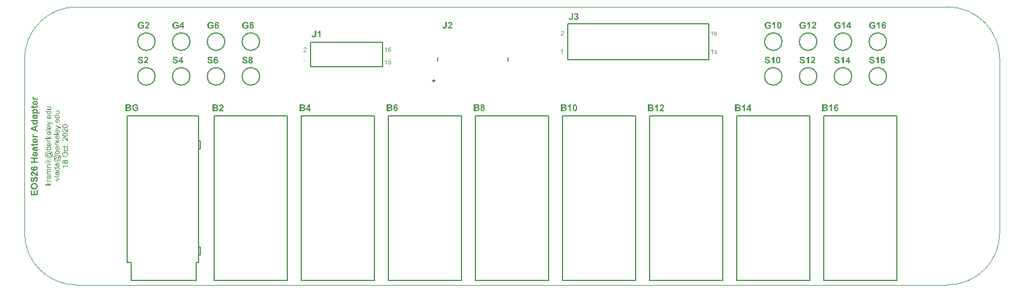
<source format=gto>
G04*
G04 #@! TF.GenerationSoftware,Altium Limited,Altium Designer,19.1.7 (138)*
G04*
G04 Layer_Color=65535*
%FSLAX25Y25*%
%MOIN*%
G70*
G01*
G75*
%ADD10C,0.00984*%
%ADD11C,0.00787*%
%ADD12C,0.00100*%
G36*
X105437Y208221D02*
X105432Y208213D01*
X105416Y208188D01*
X105399Y208155D01*
X105374Y208109D01*
X105353Y208055D01*
X105333Y207997D01*
X105320Y207939D01*
X105316Y207876D01*
Y207851D01*
X105320Y207822D01*
X105329Y207785D01*
X105337Y207743D01*
X105353Y207701D01*
X105374Y207656D01*
X105403Y207614D01*
X105408Y207610D01*
X105420Y207597D01*
X105441Y207577D01*
X105474Y207552D01*
X105516Y207527D01*
X105570Y207498D01*
X105632Y207469D01*
X105711Y207443D01*
X105715D01*
X105724Y207439D01*
X105736D01*
X105757Y207435D01*
X105782Y207431D01*
X105819Y207427D01*
X105861Y207419D01*
X105911Y207414D01*
X105969Y207410D01*
X106036Y207402D01*
X106111Y207398D01*
X106198Y207394D01*
X106294Y207389D01*
X106398D01*
X106514Y207385D01*
X106643D01*
X107500D01*
Y206649D01*
X104717D01*
Y207331D01*
X105116D01*
X105112Y207335D01*
X105104Y207340D01*
X105091Y207348D01*
X105071Y207360D01*
X105021Y207394D01*
X104962Y207435D01*
X104900Y207485D01*
X104842Y207535D01*
X104788Y207589D01*
X104763Y207618D01*
X104746Y207643D01*
X104742Y207651D01*
X104734Y207668D01*
X104717Y207697D01*
X104700Y207735D01*
X104684Y207785D01*
X104667Y207839D01*
X104659Y207897D01*
X104655Y207963D01*
Y208005D01*
X104659Y208030D01*
X104663Y208055D01*
X104671Y208117D01*
X104688Y208192D01*
X104713Y208276D01*
X104750Y208363D01*
X104796Y208450D01*
X105437Y208221D01*
D02*
G37*
G36*
X106319Y204236D02*
X106323D01*
X106331D01*
X106352D01*
X106373Y204240D01*
X106402Y204244D01*
X106435Y204249D01*
X106506Y204261D01*
X106589Y204282D01*
X106676Y204311D01*
X106760Y204353D01*
X106834Y204411D01*
Y204415D01*
X106843Y204419D01*
X106863Y204440D01*
X106893Y204477D01*
X106922Y204527D01*
X106955Y204590D01*
X106984Y204665D01*
X107005Y204748D01*
X107009Y204794D01*
X107013Y204839D01*
Y204869D01*
X107009Y204898D01*
X107001Y204939D01*
X106992Y204985D01*
X106976Y205031D01*
X106951Y205081D01*
X106922Y205126D01*
X106918Y205131D01*
X106905Y205147D01*
X106880Y205168D01*
X106847Y205193D01*
X106805Y205226D01*
X106751Y205255D01*
X106689Y205285D01*
X106614Y205309D01*
X106739Y206042D01*
X106743D01*
X106755Y206033D01*
X106776Y206025D01*
X106805Y206017D01*
X106839Y206000D01*
X106876Y205979D01*
X106922Y205958D01*
X106967Y205933D01*
X107067Y205871D01*
X107167Y205792D01*
X107267Y205700D01*
X107313Y205646D01*
X107354Y205592D01*
X107359Y205588D01*
X107363Y205580D01*
X107375Y205563D01*
X107388Y205538D01*
X107404Y205509D01*
X107421Y205472D01*
X107438Y205430D01*
X107458Y205384D01*
X107479Y205330D01*
X107496Y205272D01*
X107512Y205210D01*
X107529Y205143D01*
X107542Y205072D01*
X107554Y204993D01*
X107558Y204914D01*
X107562Y204831D01*
Y204798D01*
X107558Y204760D01*
X107554Y204710D01*
X107550Y204652D01*
X107537Y204581D01*
X107525Y204507D01*
X107504Y204423D01*
X107479Y204336D01*
X107446Y204249D01*
X107408Y204161D01*
X107363Y204070D01*
X107309Y203987D01*
X107246Y203903D01*
X107176Y203829D01*
X107092Y203758D01*
X107088Y203754D01*
X107076Y203745D01*
X107055Y203733D01*
X107022Y203716D01*
X106984Y203695D01*
X106943Y203670D01*
X106888Y203645D01*
X106830Y203621D01*
X106764Y203595D01*
X106689Y203571D01*
X106610Y203546D01*
X106527Y203525D01*
X106435Y203508D01*
X106339Y203496D01*
X106235Y203487D01*
X106131Y203483D01*
X106123D01*
X106102D01*
X106065Y203487D01*
X106019D01*
X105961Y203496D01*
X105890Y203504D01*
X105819Y203512D01*
X105736Y203529D01*
X105653Y203546D01*
X105566Y203571D01*
X105474Y203600D01*
X105383Y203633D01*
X105295Y203675D01*
X105208Y203725D01*
X105125Y203779D01*
X105050Y203841D01*
X105046Y203845D01*
X105033Y203858D01*
X105012Y203878D01*
X104987Y203907D01*
X104958Y203941D01*
X104925Y203987D01*
X104887Y204036D01*
X104850Y204091D01*
X104817Y204153D01*
X104779Y204224D01*
X104746Y204299D01*
X104717Y204382D01*
X104692Y204465D01*
X104671Y204556D01*
X104659Y204656D01*
X104655Y204756D01*
Y204785D01*
X104659Y204814D01*
X104663Y204860D01*
X104667Y204910D01*
X104675Y204973D01*
X104688Y205039D01*
X104704Y205110D01*
X104729Y205189D01*
X104754Y205268D01*
X104788Y205347D01*
X104829Y205430D01*
X104875Y205509D01*
X104929Y205588D01*
X104996Y205663D01*
X105066Y205734D01*
X105071Y205738D01*
X105087Y205750D01*
X105108Y205767D01*
X105141Y205788D01*
X105187Y205817D01*
X105241Y205846D01*
X105304Y205879D01*
X105374Y205913D01*
X105457Y205946D01*
X105553Y205975D01*
X105653Y206004D01*
X105765Y206029D01*
X105890Y206050D01*
X106023Y206067D01*
X106165Y206079D01*
X106319D01*
Y204236D01*
D02*
G37*
G36*
X107454Y203242D02*
X107458Y203234D01*
X107463Y203221D01*
X107471Y203200D01*
X107479Y203175D01*
X107487Y203146D01*
X107500Y203113D01*
X107508Y203076D01*
X107529Y202992D01*
X107546Y202892D01*
X107558Y202780D01*
X107562Y202664D01*
Y202630D01*
X107558Y202593D01*
X107554Y202543D01*
X107546Y202489D01*
X107533Y202431D01*
X107517Y202368D01*
X107496Y202306D01*
X107492Y202298D01*
X107483Y202281D01*
X107471Y202252D01*
X107450Y202219D01*
X107425Y202181D01*
X107396Y202139D01*
X107363Y202106D01*
X107325Y202073D01*
X107321Y202069D01*
X107305Y202061D01*
X107280Y202048D01*
X107250Y202031D01*
X107209Y202015D01*
X107159Y201998D01*
X107101Y201981D01*
X107038Y201969D01*
X107030D01*
X107013Y201965D01*
X106997D01*
X106976Y201961D01*
X106951D01*
X106926D01*
X106893Y201957D01*
X106855D01*
X106814Y201952D01*
X106764D01*
X106710Y201948D01*
X106651D01*
X106589D01*
X106518D01*
X105304D01*
Y201611D01*
X104717D01*
Y201948D01*
X104164D01*
X103731Y202684D01*
X104717D01*
Y203188D01*
X105304D01*
Y202684D01*
X106427D01*
X106431D01*
X106443D01*
X106460D01*
X106481D01*
X106506D01*
X106539D01*
X106606D01*
X106672Y202689D01*
X106739D01*
X106768Y202693D01*
X106793D01*
X106814Y202697D01*
X106826D01*
X106830D01*
X106834Y202701D01*
X106859Y202709D01*
X106888Y202730D01*
X106918Y202759D01*
Y202764D01*
X106922Y202768D01*
X106926Y202780D01*
X106934Y202797D01*
X106947Y202834D01*
X106951Y202884D01*
Y202905D01*
X106947Y202926D01*
X106943Y202959D01*
X106934Y203001D01*
X106922Y203055D01*
X106905Y203113D01*
X106884Y203180D01*
X107454Y203246D01*
Y203242D01*
D02*
G37*
G36*
X106160Y201328D02*
X106210D01*
X106269Y201324D01*
X106335Y201316D01*
X106410Y201303D01*
X106493Y201291D01*
X106577Y201270D01*
X106668Y201249D01*
X106755Y201220D01*
X106847Y201187D01*
X106934Y201149D01*
X107022Y201104D01*
X107105Y201050D01*
X107180Y200991D01*
X107184Y200987D01*
X107196Y200975D01*
X107213Y200958D01*
X107238Y200929D01*
X107267Y200896D01*
X107300Y200858D01*
X107334Y200813D01*
X107371Y200758D01*
X107408Y200704D01*
X107442Y200638D01*
X107475Y200571D01*
X107504Y200496D01*
X107525Y200421D01*
X107546Y200338D01*
X107558Y200255D01*
X107562Y200164D01*
Y200126D01*
X107558Y200080D01*
X107550Y200022D01*
X107542Y199960D01*
X107525Y199889D01*
X107500Y199814D01*
X107471Y199743D01*
X107467Y199735D01*
X107454Y199710D01*
X107429Y199673D01*
X107396Y199623D01*
X107354Y199565D01*
X107300Y199498D01*
X107234Y199427D01*
X107159Y199352D01*
X108557D01*
Y198616D01*
X104717D01*
Y199302D01*
X105125D01*
X105121Y199311D01*
X105096Y199327D01*
X105054Y199356D01*
X105008Y199398D01*
X104954Y199448D01*
X104896Y199510D01*
X104838Y199581D01*
X104788Y199660D01*
Y199664D01*
X104783Y199673D01*
X104775Y199685D01*
X104767Y199702D01*
X104759Y199723D01*
X104746Y199748D01*
X104721Y199810D01*
X104696Y199885D01*
X104675Y199972D01*
X104659Y200068D01*
X104655Y200168D01*
Y200188D01*
X104659Y200213D01*
Y200251D01*
X104667Y200292D01*
X104675Y200338D01*
X104688Y200392D01*
X104700Y200455D01*
X104721Y200517D01*
X104746Y200584D01*
X104779Y200650D01*
X104817Y200721D01*
X104858Y200792D01*
X104912Y200858D01*
X104971Y200925D01*
X105037Y200991D01*
X105041Y200995D01*
X105054Y201008D01*
X105075Y201025D01*
X105108Y201045D01*
X105145Y201070D01*
X105191Y201099D01*
X105249Y201129D01*
X105312Y201162D01*
X105383Y201195D01*
X105462Y201224D01*
X105549Y201253D01*
X105645Y201278D01*
X105745Y201299D01*
X105853Y201320D01*
X105969Y201328D01*
X106094Y201332D01*
X106102D01*
X106123D01*
X106160Y201328D01*
D02*
G37*
G36*
X107500Y197347D02*
X107496D01*
X107487Y197343D01*
X107471Y197335D01*
X107446Y197326D01*
X107417Y197318D01*
X107379Y197301D01*
X107334Y197289D01*
X107284Y197272D01*
X107280D01*
X107271Y197268D01*
X107246Y197264D01*
X107217Y197256D01*
X107205Y197251D01*
X107196Y197247D01*
X107205Y197239D01*
X107225Y197214D01*
X107259Y197177D01*
X107300Y197127D01*
X107342Y197069D01*
X107388Y196998D01*
X107433Y196923D01*
X107471Y196844D01*
Y196840D01*
X107475Y196835D01*
X107479Y196823D01*
X107483Y196806D01*
X107500Y196765D01*
X107517Y196707D01*
X107533Y196640D01*
X107550Y196561D01*
X107558Y196478D01*
X107562Y196386D01*
Y196345D01*
X107558Y196316D01*
X107554Y196278D01*
X107550Y196237D01*
X107542Y196191D01*
X107533Y196141D01*
X107508Y196033D01*
X107467Y195920D01*
X107438Y195862D01*
X107408Y195808D01*
X107375Y195758D01*
X107334Y195708D01*
X107329Y195704D01*
X107321Y195696D01*
X107309Y195687D01*
X107292Y195671D01*
X107267Y195650D01*
X107242Y195629D01*
X107209Y195608D01*
X107171Y195588D01*
X107130Y195563D01*
X107088Y195542D01*
X106984Y195500D01*
X106930Y195484D01*
X106872Y195475D01*
X106809Y195467D01*
X106743Y195463D01*
X106739D01*
X106730D01*
X106718D01*
X106701D01*
X106660Y195467D01*
X106601Y195475D01*
X106535Y195492D01*
X106464Y195509D01*
X106393Y195538D01*
X106323Y195575D01*
X106319D01*
X106314Y195579D01*
X106294Y195596D01*
X106260Y195621D01*
X106219Y195658D01*
X106173Y195700D01*
X106127Y195754D01*
X106081Y195816D01*
X106044Y195887D01*
Y195891D01*
X106040Y195895D01*
X106036Y195908D01*
X106027Y195924D01*
X106019Y195945D01*
X106007Y195970D01*
X105998Y196003D01*
X105986Y196037D01*
X105973Y196074D01*
X105957Y196120D01*
X105944Y196170D01*
X105928Y196220D01*
X105915Y196278D01*
X105898Y196341D01*
X105882Y196403D01*
X105869Y196474D01*
Y196478D01*
X105865Y196494D01*
X105861Y196523D01*
X105853Y196557D01*
X105844Y196598D01*
X105836Y196648D01*
X105824Y196702D01*
X105811Y196761D01*
X105782Y196877D01*
X105753Y196998D01*
X105736Y197052D01*
X105719Y197106D01*
X105703Y197152D01*
X105686Y197193D01*
X105615D01*
X105611D01*
X105607D01*
X105578D01*
X105541Y197189D01*
X105495Y197181D01*
X105445Y197168D01*
X105395Y197148D01*
X105345Y197123D01*
X105308Y197085D01*
X105304Y197081D01*
X105295Y197064D01*
X105279Y197035D01*
X105262Y196998D01*
X105245Y196944D01*
X105229Y196873D01*
X105225Y196831D01*
X105220Y196790D01*
X105216Y196740D01*
Y196652D01*
X105220Y196615D01*
X105225Y196573D01*
X105237Y196523D01*
X105249Y196469D01*
X105270Y196420D01*
X105295Y196374D01*
X105299Y196370D01*
X105312Y196357D01*
X105329Y196336D01*
X105358Y196311D01*
X105395Y196282D01*
X105445Y196253D01*
X105503Y196224D01*
X105570Y196199D01*
X105449Y195538D01*
X105445D01*
X105432Y195542D01*
X105412Y195550D01*
X105383Y195558D01*
X105349Y195571D01*
X105312Y195588D01*
X105225Y195629D01*
X105125Y195683D01*
X105025Y195750D01*
X104933Y195829D01*
X104887Y195875D01*
X104850Y195924D01*
X104846Y195929D01*
X104842Y195937D01*
X104833Y195954D01*
X104821Y195974D01*
X104804Y196003D01*
X104788Y196041D01*
X104771Y196083D01*
X104750Y196128D01*
X104734Y196187D01*
X104717Y196245D01*
X104700Y196311D01*
X104684Y196386D01*
X104671Y196465D01*
X104663Y196553D01*
X104655Y196644D01*
Y196827D01*
X104659Y196865D01*
Y196915D01*
X104663Y196965D01*
X104671Y197023D01*
X104684Y197143D01*
X104704Y197264D01*
X104734Y197380D01*
X104754Y197430D01*
X104775Y197480D01*
Y197485D01*
X104779Y197493D01*
X104788Y197505D01*
X104796Y197518D01*
X104821Y197564D01*
X104854Y197613D01*
X104900Y197672D01*
X104950Y197726D01*
X105008Y197780D01*
X105071Y197821D01*
X105079Y197826D01*
X105091Y197830D01*
X105104Y197838D01*
X105125Y197846D01*
X105154Y197855D01*
X105183Y197863D01*
X105220Y197871D01*
X105262Y197880D01*
X105308Y197888D01*
X105362Y197896D01*
X105424Y197905D01*
X105491Y197913D01*
X105561Y197917D01*
X105640Y197921D01*
X105728D01*
X106589Y197909D01*
X106593D01*
X106606D01*
X106622D01*
X106647D01*
X106681D01*
X106714D01*
X106793Y197913D01*
X106880Y197917D01*
X106972Y197921D01*
X107055Y197930D01*
X107097Y197938D01*
X107130Y197942D01*
X107138D01*
X107159Y197950D01*
X107196Y197959D01*
X107242Y197971D01*
X107296Y197988D01*
X107359Y198013D01*
X107429Y198042D01*
X107500Y198075D01*
Y197347D01*
D02*
G37*
G36*
Y194248D02*
X107097D01*
X107105Y194240D01*
X107117Y194231D01*
X107130Y194219D01*
X107176Y194181D01*
X107225Y194136D01*
X107284Y194073D01*
X107346Y194007D01*
X107400Y193928D01*
X107450Y193844D01*
Y193840D01*
X107454Y193836D01*
X107458Y193819D01*
X107467Y193803D01*
X107487Y193757D01*
X107504Y193699D01*
X107525Y193628D01*
X107546Y193549D01*
X107558Y193466D01*
X107562Y193379D01*
Y193358D01*
X107558Y193333D01*
Y193299D01*
X107550Y193258D01*
X107542Y193208D01*
X107529Y193154D01*
X107512Y193096D01*
X107496Y193033D01*
X107471Y192967D01*
X107438Y192900D01*
X107400Y192829D01*
X107359Y192763D01*
X107305Y192692D01*
X107246Y192626D01*
X107180Y192559D01*
X107176Y192555D01*
X107163Y192547D01*
X107138Y192526D01*
X107109Y192505D01*
X107067Y192480D01*
X107022Y192451D01*
X106963Y192422D01*
X106901Y192388D01*
X106826Y192355D01*
X106747Y192326D01*
X106656Y192297D01*
X106560Y192272D01*
X106456Y192251D01*
X106343Y192235D01*
X106223Y192222D01*
X106098Y192218D01*
X106090D01*
X106065D01*
X106032Y192222D01*
X105982D01*
X105923Y192226D01*
X105857Y192235D01*
X105778Y192247D01*
X105699Y192260D01*
X105611Y192276D01*
X105524Y192297D01*
X105437Y192326D01*
X105345Y192355D01*
X105258Y192393D01*
X105175Y192438D01*
X105096Y192488D01*
X105025Y192547D01*
X105021Y192551D01*
X105008Y192563D01*
X104991Y192580D01*
X104967Y192605D01*
X104937Y192638D01*
X104908Y192680D01*
X104875Y192725D01*
X104838Y192775D01*
X104804Y192834D01*
X104771Y192900D01*
X104742Y192967D01*
X104713Y193042D01*
X104688Y193121D01*
X104671Y193204D01*
X104659Y193295D01*
X104655Y193387D01*
Y193408D01*
X104659Y193433D01*
Y193466D01*
X104667Y193508D01*
X104675Y193553D01*
X104688Y193603D01*
X104704Y193661D01*
X104725Y193724D01*
X104750Y193790D01*
X104783Y193857D01*
X104821Y193923D01*
X104863Y193994D01*
X104917Y194061D01*
X104975Y194127D01*
X105046Y194194D01*
X103660D01*
Y194930D01*
X107500D01*
Y194248D01*
D02*
G37*
G36*
Y191136D02*
X106626Y190799D01*
Y189264D01*
X107500Y188944D01*
Y188125D01*
X103660Y189618D01*
Y190442D01*
X107500Y191981D01*
Y191136D01*
D02*
G37*
G36*
X105437Y186473D02*
X105432Y186465D01*
X105416Y186440D01*
X105399Y186406D01*
X105374Y186361D01*
X105353Y186307D01*
X105333Y186248D01*
X105320Y186190D01*
X105316Y186128D01*
Y186103D01*
X105320Y186074D01*
X105329Y186036D01*
X105337Y185995D01*
X105353Y185953D01*
X105374Y185907D01*
X105403Y185866D01*
X105408Y185861D01*
X105420Y185849D01*
X105441Y185828D01*
X105474Y185803D01*
X105516Y185778D01*
X105570Y185749D01*
X105632Y185720D01*
X105711Y185695D01*
X105715D01*
X105724Y185691D01*
X105736D01*
X105757Y185687D01*
X105782Y185683D01*
X105819Y185678D01*
X105861Y185670D01*
X105911Y185666D01*
X105969Y185662D01*
X106036Y185653D01*
X106111Y185649D01*
X106198Y185645D01*
X106294Y185641D01*
X106398D01*
X106514Y185637D01*
X106643D01*
X107500D01*
Y184900D01*
X104717D01*
Y185583D01*
X105116D01*
X105112Y185587D01*
X105104Y185591D01*
X105091Y185599D01*
X105071Y185612D01*
X105021Y185645D01*
X104962Y185687D01*
X104900Y185737D01*
X104842Y185787D01*
X104788Y185841D01*
X104763Y185870D01*
X104746Y185895D01*
X104742Y185903D01*
X104734Y185920D01*
X104717Y185949D01*
X104700Y185986D01*
X104684Y186036D01*
X104667Y186090D01*
X104659Y186149D01*
X104655Y186215D01*
Y186257D01*
X104659Y186282D01*
X104663Y186307D01*
X104671Y186369D01*
X104688Y186444D01*
X104713Y186527D01*
X104750Y186614D01*
X104796Y186702D01*
X105437Y186473D01*
D02*
G37*
G36*
X106319Y182488D02*
X106323D01*
X106331D01*
X106352D01*
X106373Y182492D01*
X106402Y182496D01*
X106435Y182500D01*
X106506Y182513D01*
X106589Y182533D01*
X106676Y182563D01*
X106760Y182604D01*
X106834Y182662D01*
Y182667D01*
X106843Y182671D01*
X106863Y182692D01*
X106893Y182729D01*
X106922Y182779D01*
X106955Y182841D01*
X106984Y182916D01*
X107005Y182999D01*
X107009Y183045D01*
X107013Y183091D01*
Y183120D01*
X107009Y183149D01*
X107001Y183191D01*
X106992Y183237D01*
X106976Y183282D01*
X106951Y183332D01*
X106922Y183378D01*
X106918Y183382D01*
X106905Y183399D01*
X106880Y183420D01*
X106847Y183444D01*
X106805Y183478D01*
X106751Y183507D01*
X106689Y183536D01*
X106614Y183561D01*
X106739Y184293D01*
X106743D01*
X106755Y184285D01*
X106776Y184276D01*
X106805Y184268D01*
X106839Y184251D01*
X106876Y184231D01*
X106922Y184210D01*
X106967Y184185D01*
X107067Y184123D01*
X107167Y184044D01*
X107267Y183952D01*
X107313Y183898D01*
X107354Y183844D01*
X107359Y183840D01*
X107363Y183831D01*
X107375Y183815D01*
X107388Y183790D01*
X107404Y183761D01*
X107421Y183723D01*
X107438Y183682D01*
X107458Y183636D01*
X107479Y183582D01*
X107496Y183523D01*
X107512Y183461D01*
X107529Y183395D01*
X107542Y183324D01*
X107554Y183245D01*
X107558Y183166D01*
X107562Y183083D01*
Y183049D01*
X107558Y183012D01*
X107554Y182962D01*
X107550Y182904D01*
X107537Y182833D01*
X107525Y182758D01*
X107504Y182675D01*
X107479Y182588D01*
X107446Y182500D01*
X107408Y182413D01*
X107363Y182321D01*
X107309Y182238D01*
X107246Y182155D01*
X107176Y182080D01*
X107092Y182009D01*
X107088Y182005D01*
X107076Y181997D01*
X107055Y181984D01*
X107022Y181968D01*
X106984Y181947D01*
X106943Y181922D01*
X106888Y181897D01*
X106830Y181872D01*
X106764Y181847D01*
X106689Y181822D01*
X106610Y181797D01*
X106527Y181776D01*
X106435Y181760D01*
X106339Y181747D01*
X106235Y181739D01*
X106131Y181735D01*
X106123D01*
X106102D01*
X106065Y181739D01*
X106019D01*
X105961Y181747D01*
X105890Y181755D01*
X105819Y181764D01*
X105736Y181781D01*
X105653Y181797D01*
X105566Y181822D01*
X105474Y181851D01*
X105383Y181885D01*
X105295Y181926D01*
X105208Y181976D01*
X105125Y182030D01*
X105050Y182092D01*
X105046Y182097D01*
X105033Y182109D01*
X105012Y182130D01*
X104987Y182159D01*
X104958Y182192D01*
X104925Y182238D01*
X104887Y182288D01*
X104850Y182342D01*
X104817Y182404D01*
X104779Y182475D01*
X104746Y182550D01*
X104717Y182633D01*
X104692Y182717D01*
X104671Y182808D01*
X104659Y182908D01*
X104655Y183008D01*
Y183037D01*
X104659Y183066D01*
X104663Y183112D01*
X104667Y183162D01*
X104675Y183224D01*
X104688Y183291D01*
X104704Y183361D01*
X104729Y183440D01*
X104754Y183519D01*
X104788Y183598D01*
X104829Y183682D01*
X104875Y183761D01*
X104929Y183840D01*
X104996Y183915D01*
X105066Y183985D01*
X105071Y183989D01*
X105087Y184002D01*
X105108Y184019D01*
X105141Y184039D01*
X105187Y184069D01*
X105241Y184098D01*
X105304Y184131D01*
X105374Y184164D01*
X105457Y184197D01*
X105553Y184227D01*
X105653Y184256D01*
X105765Y184281D01*
X105890Y184301D01*
X106023Y184318D01*
X106165Y184331D01*
X106319D01*
Y182488D01*
D02*
G37*
G36*
X107454Y181493D02*
X107458Y181485D01*
X107463Y181473D01*
X107471Y181452D01*
X107479Y181427D01*
X107487Y181398D01*
X107500Y181365D01*
X107508Y181327D01*
X107529Y181244D01*
X107546Y181144D01*
X107558Y181032D01*
X107562Y180915D01*
Y180882D01*
X107558Y180844D01*
X107554Y180795D01*
X107546Y180740D01*
X107533Y180682D01*
X107517Y180620D01*
X107496Y180557D01*
X107492Y180549D01*
X107483Y180533D01*
X107471Y180503D01*
X107450Y180470D01*
X107425Y180433D01*
X107396Y180391D01*
X107363Y180358D01*
X107325Y180324D01*
X107321Y180320D01*
X107305Y180312D01*
X107280Y180299D01*
X107250Y180283D01*
X107209Y180266D01*
X107159Y180250D01*
X107101Y180233D01*
X107038Y180220D01*
X107030D01*
X107013Y180216D01*
X106997D01*
X106976Y180212D01*
X106951D01*
X106926D01*
X106893Y180208D01*
X106855D01*
X106814Y180204D01*
X106764D01*
X106710Y180200D01*
X106651D01*
X106589D01*
X106518D01*
X105304D01*
Y179863D01*
X104717D01*
Y180200D01*
X104164D01*
X103731Y180936D01*
X104717D01*
Y181439D01*
X105304D01*
Y180936D01*
X106427D01*
X106431D01*
X106443D01*
X106460D01*
X106481D01*
X106506D01*
X106539D01*
X106606D01*
X106672Y180940D01*
X106739D01*
X106768Y180944D01*
X106793D01*
X106814Y180948D01*
X106826D01*
X106830D01*
X106834Y180953D01*
X106859Y180961D01*
X106888Y180982D01*
X106918Y181011D01*
Y181015D01*
X106922Y181019D01*
X106926Y181032D01*
X106934Y181048D01*
X106947Y181086D01*
X106951Y181136D01*
Y181157D01*
X106947Y181177D01*
X106943Y181211D01*
X106934Y181252D01*
X106922Y181306D01*
X106905Y181365D01*
X106884Y181431D01*
X107454Y181498D01*
Y181493D01*
D02*
G37*
G36*
X107500Y178873D02*
X107496D01*
X107487Y178868D01*
X107471Y178860D01*
X107446Y178852D01*
X107417Y178843D01*
X107379Y178827D01*
X107334Y178814D01*
X107284Y178798D01*
X107280D01*
X107271Y178794D01*
X107246Y178789D01*
X107217Y178781D01*
X107205Y178777D01*
X107196Y178773D01*
X107205Y178764D01*
X107225Y178740D01*
X107259Y178702D01*
X107300Y178652D01*
X107342Y178594D01*
X107388Y178523D01*
X107433Y178448D01*
X107471Y178369D01*
Y178365D01*
X107475Y178361D01*
X107479Y178349D01*
X107483Y178332D01*
X107500Y178290D01*
X107517Y178232D01*
X107533Y178165D01*
X107550Y178086D01*
X107558Y178003D01*
X107562Y177912D01*
Y177870D01*
X107558Y177841D01*
X107554Y177804D01*
X107550Y177762D01*
X107542Y177716D01*
X107533Y177666D01*
X107508Y177558D01*
X107467Y177446D01*
X107438Y177387D01*
X107408Y177333D01*
X107375Y177284D01*
X107334Y177234D01*
X107329Y177229D01*
X107321Y177221D01*
X107309Y177213D01*
X107292Y177196D01*
X107267Y177175D01*
X107242Y177155D01*
X107209Y177134D01*
X107171Y177113D01*
X107130Y177088D01*
X107088Y177067D01*
X106984Y177026D01*
X106930Y177009D01*
X106872Y177001D01*
X106809Y176992D01*
X106743Y176988D01*
X106739D01*
X106730D01*
X106718D01*
X106701D01*
X106660Y176992D01*
X106601Y177001D01*
X106535Y177017D01*
X106464Y177034D01*
X106393Y177063D01*
X106323Y177101D01*
X106319D01*
X106314Y177105D01*
X106294Y177121D01*
X106260Y177146D01*
X106219Y177184D01*
X106173Y177225D01*
X106127Y177279D01*
X106081Y177342D01*
X106044Y177412D01*
Y177417D01*
X106040Y177421D01*
X106036Y177433D01*
X106027Y177450D01*
X106019Y177471D01*
X106007Y177496D01*
X105998Y177529D01*
X105986Y177562D01*
X105973Y177600D01*
X105957Y177645D01*
X105944Y177695D01*
X105928Y177745D01*
X105915Y177804D01*
X105898Y177866D01*
X105882Y177928D01*
X105869Y177999D01*
Y178003D01*
X105865Y178020D01*
X105861Y178049D01*
X105853Y178082D01*
X105844Y178124D01*
X105836Y178174D01*
X105824Y178228D01*
X105811Y178286D01*
X105782Y178403D01*
X105753Y178523D01*
X105736Y178577D01*
X105719Y178631D01*
X105703Y178677D01*
X105686Y178719D01*
X105615D01*
X105611D01*
X105607D01*
X105578D01*
X105541Y178715D01*
X105495Y178706D01*
X105445Y178694D01*
X105395Y178673D01*
X105345Y178648D01*
X105308Y178611D01*
X105304Y178606D01*
X105295Y178590D01*
X105279Y178561D01*
X105262Y178523D01*
X105245Y178469D01*
X105229Y178398D01*
X105225Y178357D01*
X105220Y178315D01*
X105216Y178265D01*
Y178178D01*
X105220Y178140D01*
X105225Y178099D01*
X105237Y178049D01*
X105249Y177995D01*
X105270Y177945D01*
X105295Y177899D01*
X105299Y177895D01*
X105312Y177883D01*
X105329Y177862D01*
X105358Y177837D01*
X105395Y177808D01*
X105445Y177779D01*
X105503Y177749D01*
X105570Y177725D01*
X105449Y177063D01*
X105445D01*
X105432Y177067D01*
X105412Y177076D01*
X105383Y177084D01*
X105349Y177096D01*
X105312Y177113D01*
X105225Y177155D01*
X105125Y177209D01*
X105025Y177275D01*
X104933Y177354D01*
X104887Y177400D01*
X104850Y177450D01*
X104846Y177454D01*
X104842Y177462D01*
X104833Y177479D01*
X104821Y177500D01*
X104804Y177529D01*
X104788Y177566D01*
X104771Y177608D01*
X104750Y177654D01*
X104734Y177712D01*
X104717Y177770D01*
X104700Y177837D01*
X104684Y177912D01*
X104671Y177991D01*
X104663Y178078D01*
X104655Y178170D01*
Y178353D01*
X104659Y178390D01*
Y178440D01*
X104663Y178490D01*
X104671Y178548D01*
X104684Y178669D01*
X104704Y178789D01*
X104734Y178906D01*
X104754Y178956D01*
X104775Y179006D01*
Y179010D01*
X104779Y179018D01*
X104788Y179031D01*
X104796Y179043D01*
X104821Y179089D01*
X104854Y179139D01*
X104900Y179197D01*
X104950Y179251D01*
X105008Y179305D01*
X105071Y179347D01*
X105079Y179351D01*
X105091Y179355D01*
X105104Y179364D01*
X105125Y179372D01*
X105154Y179380D01*
X105183Y179388D01*
X105220Y179397D01*
X105262Y179405D01*
X105308Y179413D01*
X105362Y179422D01*
X105424Y179430D01*
X105491Y179438D01*
X105561Y179443D01*
X105640Y179447D01*
X105728D01*
X106589Y179434D01*
X106593D01*
X106606D01*
X106622D01*
X106647D01*
X106681D01*
X106714D01*
X106793Y179438D01*
X106880Y179443D01*
X106972Y179447D01*
X107055Y179455D01*
X107097Y179463D01*
X107130Y179467D01*
X107138D01*
X107159Y179476D01*
X107196Y179484D01*
X107242Y179497D01*
X107296Y179513D01*
X107359Y179538D01*
X107429Y179567D01*
X107500Y179601D01*
Y178873D01*
D02*
G37*
G36*
X106319Y174738D02*
X106323D01*
X106331D01*
X106352D01*
X106373Y174742D01*
X106402Y174746D01*
X106435Y174750D01*
X106506Y174763D01*
X106589Y174783D01*
X106676Y174812D01*
X106760Y174854D01*
X106834Y174912D01*
Y174917D01*
X106843Y174921D01*
X106863Y174941D01*
X106893Y174979D01*
X106922Y175029D01*
X106955Y175091D01*
X106984Y175166D01*
X107005Y175249D01*
X107009Y175295D01*
X107013Y175341D01*
Y175370D01*
X107009Y175399D01*
X107001Y175441D01*
X106992Y175486D01*
X106976Y175532D01*
X106951Y175582D01*
X106922Y175628D01*
X106918Y175632D01*
X106905Y175649D01*
X106880Y175669D01*
X106847Y175694D01*
X106805Y175728D01*
X106751Y175757D01*
X106689Y175786D01*
X106614Y175811D01*
X106739Y176543D01*
X106743D01*
X106755Y176535D01*
X106776Y176526D01*
X106805Y176518D01*
X106839Y176501D01*
X106876Y176481D01*
X106922Y176460D01*
X106967Y176435D01*
X107067Y176373D01*
X107167Y176293D01*
X107267Y176202D01*
X107313Y176148D01*
X107354Y176094D01*
X107359Y176090D01*
X107363Y176081D01*
X107375Y176065D01*
X107388Y176040D01*
X107404Y176011D01*
X107421Y175973D01*
X107438Y175932D01*
X107458Y175886D01*
X107479Y175832D01*
X107496Y175773D01*
X107512Y175711D01*
X107529Y175645D01*
X107542Y175574D01*
X107554Y175495D01*
X107558Y175416D01*
X107562Y175332D01*
Y175299D01*
X107558Y175262D01*
X107554Y175212D01*
X107550Y175154D01*
X107537Y175083D01*
X107525Y175008D01*
X107504Y174925D01*
X107479Y174837D01*
X107446Y174750D01*
X107408Y174663D01*
X107363Y174571D01*
X107309Y174488D01*
X107246Y174405D01*
X107176Y174330D01*
X107092Y174259D01*
X107088Y174255D01*
X107076Y174247D01*
X107055Y174234D01*
X107022Y174218D01*
X106984Y174197D01*
X106943Y174172D01*
X106888Y174147D01*
X106830Y174122D01*
X106764Y174097D01*
X106689Y174072D01*
X106610Y174047D01*
X106527Y174026D01*
X106435Y174010D01*
X106339Y173997D01*
X106235Y173989D01*
X106131Y173985D01*
X106123D01*
X106102D01*
X106065Y173989D01*
X106019D01*
X105961Y173997D01*
X105890Y174005D01*
X105819Y174014D01*
X105736Y174030D01*
X105653Y174047D01*
X105566Y174072D01*
X105474Y174101D01*
X105383Y174134D01*
X105295Y174176D01*
X105208Y174226D01*
X105125Y174280D01*
X105050Y174342D01*
X105046Y174347D01*
X105033Y174359D01*
X105012Y174380D01*
X104987Y174409D01*
X104958Y174442D01*
X104925Y174488D01*
X104887Y174538D01*
X104850Y174592D01*
X104817Y174654D01*
X104779Y174725D01*
X104746Y174800D01*
X104717Y174883D01*
X104692Y174966D01*
X104671Y175058D01*
X104659Y175158D01*
X104655Y175258D01*
Y175287D01*
X104659Y175316D01*
X104663Y175362D01*
X104667Y175411D01*
X104675Y175474D01*
X104688Y175540D01*
X104704Y175611D01*
X104729Y175690D01*
X104754Y175769D01*
X104788Y175848D01*
X104829Y175932D01*
X104875Y176011D01*
X104929Y176090D01*
X104996Y176164D01*
X105066Y176235D01*
X105071Y176239D01*
X105087Y176252D01*
X105108Y176268D01*
X105141Y176289D01*
X105187Y176318D01*
X105241Y176347D01*
X105304Y176381D01*
X105374Y176414D01*
X105457Y176447D01*
X105553Y176477D01*
X105653Y176506D01*
X105765Y176531D01*
X105890Y176551D01*
X106023Y176568D01*
X106165Y176581D01*
X106319D01*
Y174738D01*
D02*
G37*
G36*
X107500Y172628D02*
X105819D01*
Y171106D01*
X107500D01*
Y170332D01*
X103660D01*
Y171106D01*
X105170D01*
Y172628D01*
X103660D01*
Y173402D01*
X107500D01*
Y172628D01*
D02*
G37*
G36*
X106331Y168256D02*
X106369D01*
X106418Y168248D01*
X106477Y168244D01*
X106543Y168231D01*
X106614Y168219D01*
X106685Y168198D01*
X106764Y168177D01*
X106843Y168148D01*
X106922Y168115D01*
X106997Y168073D01*
X107076Y168027D01*
X107146Y167973D01*
X107217Y167911D01*
X107221Y167907D01*
X107234Y167894D01*
X107250Y167878D01*
X107271Y167849D01*
X107300Y167815D01*
X107329Y167774D01*
X107363Y167724D01*
X107392Y167670D01*
X107425Y167612D01*
X107458Y167545D01*
X107487Y167470D01*
X107517Y167391D01*
X107537Y167308D01*
X107554Y167220D01*
X107567Y167125D01*
X107571Y167025D01*
Y167000D01*
X107567Y166971D01*
X107562Y166929D01*
X107558Y166879D01*
X107546Y166821D01*
X107533Y166759D01*
X107512Y166688D01*
X107492Y166613D01*
X107463Y166534D01*
X107425Y166455D01*
X107379Y166376D01*
X107329Y166297D01*
X107271Y166218D01*
X107201Y166139D01*
X107121Y166068D01*
X107117Y166064D01*
X107101Y166051D01*
X107071Y166035D01*
X107034Y166010D01*
X106984Y165981D01*
X106922Y165952D01*
X106851Y165918D01*
X106768Y165885D01*
X106668Y165848D01*
X106560Y165814D01*
X106439Y165785D01*
X106306Y165756D01*
X106160Y165731D01*
X105998Y165715D01*
X105828Y165702D01*
X105640Y165698D01*
X105636D01*
X105628D01*
X105615D01*
X105595D01*
X105570D01*
X105541Y165702D01*
X105507D01*
X105470D01*
X105383Y165710D01*
X105283Y165719D01*
X105170Y165731D01*
X105054Y165748D01*
X104929Y165769D01*
X104804Y165794D01*
X104675Y165823D01*
X104551Y165860D01*
X104430Y165906D01*
X104318Y165956D01*
X104214Y166018D01*
X104118Y166085D01*
X104114Y166089D01*
X104097Y166101D01*
X104076Y166126D01*
X104043Y166156D01*
X104010Y166193D01*
X103968Y166243D01*
X103927Y166297D01*
X103881Y166359D01*
X103839Y166426D01*
X103798Y166505D01*
X103756Y166588D01*
X103723Y166680D01*
X103689Y166775D01*
X103669Y166875D01*
X103652Y166988D01*
X103648Y167100D01*
Y167141D01*
X103652Y167175D01*
X103656Y167208D01*
X103660Y167254D01*
X103669Y167304D01*
X103677Y167354D01*
X103710Y167470D01*
X103727Y167528D01*
X103752Y167591D01*
X103781Y167649D01*
X103814Y167711D01*
X103852Y167770D01*
X103897Y167824D01*
X103902Y167828D01*
X103910Y167836D01*
X103922Y167853D01*
X103943Y167869D01*
X103968Y167894D01*
X104001Y167919D01*
X104035Y167948D01*
X104080Y167978D01*
X104126Y168007D01*
X104180Y168040D01*
X104239Y168069D01*
X104301Y168098D01*
X104372Y168127D01*
X104447Y168152D01*
X104526Y168173D01*
X104613Y168190D01*
X104688Y167478D01*
X104684D01*
X104680D01*
X104650Y167474D01*
X104613Y167462D01*
X104567Y167449D01*
X104513Y167433D01*
X104463Y167408D01*
X104409Y167374D01*
X104367Y167337D01*
X104363Y167333D01*
X104351Y167316D01*
X104334Y167295D01*
X104313Y167262D01*
X104293Y167220D01*
X104276Y167171D01*
X104263Y167116D01*
X104259Y167054D01*
Y167033D01*
X104263Y167017D01*
X104272Y166971D01*
X104284Y166917D01*
X104309Y166854D01*
X104347Y166788D01*
X104372Y166755D01*
X104401Y166721D01*
X104434Y166692D01*
X104472Y166659D01*
X104476D01*
X104480Y166651D01*
X104497Y166642D01*
X104513Y166634D01*
X104538Y166621D01*
X104571Y166605D01*
X104613Y166592D01*
X104659Y166576D01*
X104713Y166559D01*
X104775Y166538D01*
X104846Y166522D01*
X104929Y166505D01*
X105017Y166492D01*
X105116Y166476D01*
X105225Y166463D01*
X105345Y166455D01*
X105341Y166459D01*
X105333Y166467D01*
X105316Y166484D01*
X105295Y166505D01*
X105270Y166534D01*
X105241Y166563D01*
X105212Y166601D01*
X105179Y166646D01*
X105150Y166692D01*
X105121Y166746D01*
X105091Y166800D01*
X105066Y166863D01*
X105046Y166925D01*
X105029Y166996D01*
X105021Y167067D01*
X105017Y167141D01*
Y167162D01*
X105021Y167187D01*
Y167220D01*
X105029Y167258D01*
X105033Y167304D01*
X105046Y167358D01*
X105062Y167412D01*
X105079Y167474D01*
X105104Y167537D01*
X105133Y167603D01*
X105166Y167670D01*
X105208Y167736D01*
X105254Y167803D01*
X105308Y167869D01*
X105370Y167932D01*
X105374Y167936D01*
X105387Y167944D01*
X105408Y167961D01*
X105432Y167982D01*
X105470Y168007D01*
X105511Y168036D01*
X105557Y168065D01*
X105615Y168098D01*
X105674Y168127D01*
X105745Y168157D01*
X105819Y168186D01*
X105898Y168211D01*
X105986Y168231D01*
X106073Y168248D01*
X106173Y168256D01*
X106273Y168261D01*
X106281D01*
X106298D01*
X106331Y168256D01*
D02*
G37*
G36*
X107500Y162619D02*
X107496D01*
X107483Y162624D01*
X107463D01*
X107433Y162628D01*
X107400Y162636D01*
X107359Y162645D01*
X107313Y162653D01*
X107263Y162665D01*
X107151Y162699D01*
X107026Y162744D01*
X106897Y162798D01*
X106768Y162869D01*
X106764Y162873D01*
X106751Y162877D01*
X106730Y162894D01*
X106705Y162911D01*
X106672Y162936D01*
X106626Y162969D01*
X106581Y163006D01*
X106522Y163052D01*
X106460Y163102D01*
X106393Y163164D01*
X106314Y163231D01*
X106235Y163306D01*
X106148Y163389D01*
X106052Y163485D01*
X105953Y163585D01*
X105849Y163697D01*
X105844Y163701D01*
X105828Y163718D01*
X105803Y163743D01*
X105774Y163776D01*
X105736Y163818D01*
X105695Y163859D01*
X105645Y163909D01*
X105595Y163959D01*
X105491Y164067D01*
X105387Y164167D01*
X105341Y164209D01*
X105295Y164250D01*
X105254Y164284D01*
X105220Y164309D01*
X105216D01*
X105212Y164317D01*
X105200Y164321D01*
X105183Y164333D01*
X105137Y164358D01*
X105079Y164388D01*
X105012Y164412D01*
X104937Y164437D01*
X104854Y164454D01*
X104771Y164462D01*
X104767D01*
X104759D01*
X104746D01*
X104729D01*
X104688Y164454D01*
X104630Y164446D01*
X104571Y164429D01*
X104509Y164408D01*
X104447Y164375D01*
X104393Y164329D01*
X104388Y164325D01*
X104372Y164304D01*
X104351Y164275D01*
X104326Y164234D01*
X104301Y164180D01*
X104280Y164117D01*
X104263Y164046D01*
X104259Y163963D01*
Y163926D01*
X104268Y163884D01*
X104276Y163830D01*
X104293Y163772D01*
X104318Y163709D01*
X104355Y163647D01*
X104401Y163593D01*
X104409Y163589D01*
X104426Y163572D01*
X104459Y163551D01*
X104509Y163522D01*
X104571Y163497D01*
X104650Y163472D01*
X104746Y163452D01*
X104800Y163443D01*
X104858Y163439D01*
X104788Y162707D01*
X104779D01*
X104763Y162711D01*
X104729Y162715D01*
X104688Y162724D01*
X104638Y162732D01*
X104580Y162744D01*
X104517Y162761D01*
X104451Y162782D01*
X104380Y162807D01*
X104309Y162836D01*
X104234Y162869D01*
X104164Y162907D01*
X104093Y162948D01*
X104026Y162998D01*
X103968Y163052D01*
X103914Y163115D01*
X103910Y163119D01*
X103902Y163131D01*
X103889Y163152D01*
X103873Y163177D01*
X103852Y163210D01*
X103831Y163252D01*
X103806Y163298D01*
X103781Y163352D01*
X103756Y163414D01*
X103731Y163477D01*
X103710Y163547D01*
X103689Y163626D01*
X103673Y163705D01*
X103660Y163793D01*
X103652Y163884D01*
X103648Y163980D01*
Y164034D01*
X103652Y164076D01*
X103656Y164121D01*
X103665Y164175D01*
X103673Y164238D01*
X103685Y164304D01*
X103702Y164375D01*
X103723Y164446D01*
X103748Y164521D01*
X103777Y164595D01*
X103814Y164666D01*
X103856Y164737D01*
X103902Y164808D01*
X103956Y164870D01*
X103960Y164874D01*
X103968Y164883D01*
X103989Y164899D01*
X104010Y164920D01*
X104039Y164945D01*
X104076Y164974D01*
X104118Y165003D01*
X104168Y165036D01*
X104218Y165066D01*
X104276Y165095D01*
X104338Y165124D01*
X104405Y165149D01*
X104480Y165170D01*
X104555Y165186D01*
X104634Y165195D01*
X104717Y165199D01*
X104721D01*
X104729D01*
X104742D01*
X104763D01*
X104783Y165195D01*
X104813D01*
X104875Y165186D01*
X104954Y165174D01*
X105037Y165157D01*
X105125Y165136D01*
X105212Y165103D01*
X105216D01*
X105220Y165099D01*
X105237Y165095D01*
X105254Y165086D01*
X105274Y165074D01*
X105299Y165061D01*
X105362Y165032D01*
X105432Y164991D01*
X105516Y164941D01*
X105607Y164878D01*
X105703Y164808D01*
X105711Y164799D01*
X105736Y164783D01*
X105774Y164745D01*
X105828Y164699D01*
X105861Y164666D01*
X105898Y164633D01*
X105936Y164591D01*
X105982Y164550D01*
X106027Y164500D01*
X106081Y164446D01*
X106135Y164388D01*
X106194Y164325D01*
X106198Y164321D01*
X106206Y164309D01*
X106223Y164292D01*
X106244Y164271D01*
X106269Y164242D01*
X106298Y164209D01*
X106364Y164138D01*
X106435Y164063D01*
X106506Y163992D01*
X106539Y163959D01*
X106568Y163930D01*
X106597Y163905D01*
X106618Y163884D01*
X106622Y163880D01*
X106635Y163867D01*
X106656Y163851D01*
X106681Y163830D01*
X106714Y163809D01*
X106747Y163784D01*
X106818Y163734D01*
Y165199D01*
X107500D01*
Y162619D01*
D02*
G37*
G36*
X106439Y162220D02*
X106468D01*
X106506Y162216D01*
X106543Y162208D01*
X106585Y162199D01*
X106681Y162179D01*
X106784Y162145D01*
X106893Y162100D01*
X106951Y162070D01*
X107005Y162037D01*
X107009D01*
X107017Y162029D01*
X107034Y162016D01*
X107051Y162004D01*
X107076Y161983D01*
X107105Y161962D01*
X107167Y161904D01*
X107234Y161829D01*
X107309Y161742D01*
X107375Y161638D01*
X107433Y161517D01*
Y161513D01*
X107438Y161501D01*
X107446Y161484D01*
X107454Y161459D01*
X107467Y161426D01*
X107475Y161384D01*
X107487Y161338D01*
X107500Y161288D01*
X107517Y161230D01*
X107529Y161168D01*
X107537Y161097D01*
X107550Y161022D01*
X107558Y160947D01*
X107567Y160860D01*
X107571Y160773D01*
Y160648D01*
X107567Y160610D01*
Y160560D01*
X107562Y160502D01*
X107554Y160431D01*
X107542Y160352D01*
X107529Y160269D01*
X107512Y160178D01*
X107487Y160086D01*
X107463Y159995D01*
X107429Y159903D01*
X107392Y159811D01*
X107346Y159724D01*
X107296Y159641D01*
X107238Y159562D01*
X107234Y159558D01*
X107221Y159545D01*
X107201Y159525D01*
X107176Y159500D01*
X107138Y159470D01*
X107097Y159433D01*
X107047Y159396D01*
X106988Y159358D01*
X106922Y159317D01*
X106851Y159275D01*
X106768Y159237D01*
X106681Y159200D01*
X106585Y159167D01*
X106485Y159138D01*
X106373Y159113D01*
X106256Y159096D01*
X106181Y159849D01*
X106185D01*
X106198Y159853D01*
X106219Y159857D01*
X106244Y159861D01*
X106277Y159870D01*
X106310Y159882D01*
X106393Y159907D01*
X106485Y159945D01*
X106581Y159995D01*
X106668Y160053D01*
X106705Y160086D01*
X106743Y160124D01*
Y160128D01*
X106751Y160132D01*
X106760Y160144D01*
X106772Y160161D01*
X106784Y160182D01*
X106797Y160211D01*
X106814Y160240D01*
X106830Y160273D01*
X106863Y160356D01*
X106888Y160452D01*
X106909Y160564D01*
X106918Y160689D01*
Y160727D01*
X106913Y160752D01*
Y160785D01*
X106909Y160818D01*
X106897Y160901D01*
X106880Y160993D01*
X106851Y161089D01*
X106814Y161180D01*
X106789Y161222D01*
X106760Y161259D01*
Y161263D01*
X106751Y161267D01*
X106730Y161288D01*
X106697Y161322D01*
X106656Y161355D01*
X106601Y161388D01*
X106535Y161421D01*
X106464Y161442D01*
X106427Y161451D01*
X106389D01*
X106385D01*
X106364D01*
X106339Y161446D01*
X106310Y161442D01*
X106273Y161430D01*
X106231Y161417D01*
X106194Y161397D01*
X106156Y161367D01*
X106152Y161363D01*
X106140Y161351D01*
X106123Y161330D01*
X106098Y161305D01*
X106073Y161263D01*
X106044Y161218D01*
X106019Y161159D01*
X105990Y161089D01*
X105986Y161080D01*
Y161072D01*
X105982Y161059D01*
X105977Y161043D01*
X105969Y161018D01*
X105961Y160993D01*
X105953Y160960D01*
X105940Y160922D01*
X105928Y160877D01*
X105915Y160827D01*
X105898Y160768D01*
X105882Y160706D01*
X105865Y160635D01*
X105844Y160556D01*
X105824Y160469D01*
Y160460D01*
X105815Y160440D01*
X105807Y160411D01*
X105794Y160369D01*
X105782Y160315D01*
X105761Y160257D01*
X105740Y160194D01*
X105719Y160128D01*
X105661Y159982D01*
X105599Y159836D01*
X105561Y159770D01*
X105524Y159703D01*
X105487Y159645D01*
X105445Y159595D01*
X105441Y159591D01*
X105428Y159579D01*
X105412Y159562D01*
X105387Y159541D01*
X105358Y159512D01*
X105320Y159483D01*
X105279Y159450D01*
X105229Y159421D01*
X105175Y159387D01*
X105116Y159354D01*
X105050Y159325D01*
X104983Y159296D01*
X104912Y159275D01*
X104833Y159258D01*
X104754Y159246D01*
X104671Y159242D01*
X104667D01*
X104659D01*
X104642D01*
X104621Y159246D01*
X104596D01*
X104563Y159250D01*
X104492Y159262D01*
X104409Y159283D01*
X104313Y159312D01*
X104218Y159354D01*
X104122Y159408D01*
X104118D01*
X104110Y159416D01*
X104097Y159425D01*
X104080Y159437D01*
X104035Y159479D01*
X103977Y159529D01*
X103914Y159599D01*
X103852Y159678D01*
X103789Y159778D01*
X103735Y159886D01*
Y159891D01*
X103731Y159899D01*
X103723Y159920D01*
X103714Y159941D01*
X103702Y159974D01*
X103694Y160007D01*
X103681Y160049D01*
X103665Y160099D01*
X103652Y160153D01*
X103639Y160207D01*
X103631Y160269D01*
X103619Y160336D01*
X103610Y160411D01*
X103602Y160481D01*
X103598Y160643D01*
Y160714D01*
X103602Y160760D01*
X103606Y160822D01*
X103615Y160889D01*
X103623Y160968D01*
X103639Y161051D01*
X103656Y161134D01*
X103677Y161226D01*
X103702Y161317D01*
X103731Y161405D01*
X103769Y161492D01*
X103814Y161580D01*
X103860Y161659D01*
X103918Y161729D01*
X103922Y161733D01*
X103931Y161746D01*
X103952Y161763D01*
X103977Y161787D01*
X104006Y161817D01*
X104047Y161846D01*
X104093Y161879D01*
X104143Y161916D01*
X104201Y161950D01*
X104263Y161983D01*
X104334Y162016D01*
X104409Y162045D01*
X104488Y162075D01*
X104576Y162095D01*
X104667Y162108D01*
X104763Y162116D01*
X104792Y161342D01*
X104788D01*
X104779Y161338D01*
X104763D01*
X104746Y161334D01*
X104721Y161326D01*
X104692Y161317D01*
X104630Y161297D01*
X104563Y161267D01*
X104492Y161230D01*
X104426Y161184D01*
X104372Y161126D01*
X104367Y161118D01*
X104351Y161097D01*
X104330Y161059D01*
X104305Y161005D01*
X104280Y160935D01*
X104259Y160852D01*
X104243Y160752D01*
X104239Y160635D01*
Y160581D01*
X104243Y160552D01*
X104247Y160519D01*
X104255Y160440D01*
X104272Y160356D01*
X104297Y160265D01*
X104334Y160182D01*
X104380Y160103D01*
X104384Y160099D01*
X104397Y160086D01*
X104417Y160065D01*
X104442Y160045D01*
X104476Y160020D01*
X104517Y160003D01*
X104563Y159986D01*
X104617Y159982D01*
X104621D01*
X104638D01*
X104667Y159986D01*
X104696Y159995D01*
X104734Y160011D01*
X104775Y160028D01*
X104813Y160057D01*
X104850Y160094D01*
X104854Y160103D01*
X104863Y160111D01*
X104871Y160128D01*
X104883Y160144D01*
X104896Y160169D01*
X104912Y160203D01*
X104929Y160240D01*
X104946Y160282D01*
X104967Y160331D01*
X104987Y160390D01*
X105008Y160456D01*
X105033Y160531D01*
X105058Y160614D01*
X105083Y160706D01*
X105108Y160806D01*
Y160814D01*
X105112Y160831D01*
X105121Y160860D01*
X105129Y160897D01*
X105141Y160947D01*
X105158Y160997D01*
X105175Y161059D01*
X105191Y161122D01*
X105233Y161259D01*
X105279Y161397D01*
X105304Y161463D01*
X105329Y161530D01*
X105358Y161588D01*
X105383Y161642D01*
Y161646D01*
X105391Y161654D01*
X105399Y161667D01*
X105408Y161688D01*
X105441Y161738D01*
X105482Y161800D01*
X105541Y161867D01*
X105607Y161937D01*
X105686Y162008D01*
X105774Y162070D01*
X105778D01*
X105786Y162079D01*
X105799Y162083D01*
X105819Y162095D01*
X105844Y162108D01*
X105873Y162120D01*
X105907Y162133D01*
X105944Y162149D01*
X105986Y162162D01*
X106032Y162174D01*
X106135Y162199D01*
X106256Y162216D01*
X106385Y162224D01*
X106389D01*
X106398D01*
X106418D01*
X106439Y162220D01*
D02*
G37*
G36*
X105678Y158688D02*
X105745Y158684D01*
X105824Y158676D01*
X105911Y158668D01*
X106015Y158651D01*
X106123Y158630D01*
X106235Y158601D01*
X106356Y158568D01*
X106477Y158526D01*
X106597Y158480D01*
X106718Y158422D01*
X106834Y158351D01*
X106943Y158276D01*
X107047Y158185D01*
X107051Y158181D01*
X107067Y158160D01*
X107097Y158135D01*
X107130Y158093D01*
X107167Y158044D01*
X107213Y157981D01*
X107259Y157910D01*
X107309Y157827D01*
X107359Y157736D01*
X107404Y157636D01*
X107450Y157524D01*
X107487Y157403D01*
X107521Y157274D01*
X107550Y157137D01*
X107567Y156987D01*
X107571Y156833D01*
Y156796D01*
X107567Y156750D01*
X107562Y156692D01*
X107554Y156621D01*
X107542Y156533D01*
X107529Y156442D01*
X107504Y156342D01*
X107479Y156234D01*
X107442Y156126D01*
X107400Y156009D01*
X107350Y155897D01*
X107292Y155785D01*
X107221Y155676D01*
X107142Y155572D01*
X107051Y155473D01*
X107042Y155468D01*
X107026Y155452D01*
X106997Y155427D01*
X106955Y155394D01*
X106901Y155356D01*
X106834Y155315D01*
X106760Y155269D01*
X106672Y155223D01*
X106577Y155173D01*
X106468Y155127D01*
X106352Y155086D01*
X106223Y155048D01*
X106086Y155015D01*
X105936Y154990D01*
X105778Y154973D01*
X105611Y154969D01*
X105603D01*
X105586D01*
X105553D01*
X105511Y154973D01*
X105462D01*
X105403Y154978D01*
X105341Y154986D01*
X105266Y154990D01*
X105191Y155003D01*
X105112Y155011D01*
X104946Y155044D01*
X104783Y155086D01*
X104700Y155115D01*
X104625Y155144D01*
X104621D01*
X104613Y155148D01*
X104596Y155157D01*
X104576Y155169D01*
X104551Y155181D01*
X104521Y155198D01*
X104447Y155236D01*
X104367Y155285D01*
X104276Y155348D01*
X104189Y155419D01*
X104097Y155498D01*
X104093Y155502D01*
X104089Y155510D01*
X104076Y155523D01*
X104060Y155539D01*
X104039Y155560D01*
X104018Y155585D01*
X103968Y155647D01*
X103910Y155718D01*
X103852Y155805D01*
X103798Y155897D01*
X103752Y155997D01*
Y156001D01*
X103744Y156013D01*
X103739Y156034D01*
X103727Y156059D01*
X103714Y156093D01*
X103702Y156134D01*
X103689Y156180D01*
X103673Y156234D01*
X103660Y156292D01*
X103648Y156355D01*
X103635Y156425D01*
X103623Y156496D01*
X103606Y156654D01*
X103598Y156825D01*
Y156862D01*
X103602Y156908D01*
X103606Y156966D01*
X103615Y157037D01*
X103627Y157120D01*
X103644Y157211D01*
X103665Y157311D01*
X103694Y157420D01*
X103727Y157528D01*
X103769Y157640D01*
X103823Y157756D01*
X103881Y157869D01*
X103952Y157977D01*
X104035Y158081D01*
X104126Y158181D01*
X104130Y158185D01*
X104151Y158202D01*
X104180Y158227D01*
X104222Y158260D01*
X104276Y158301D01*
X104343Y158343D01*
X104417Y158389D01*
X104509Y158439D01*
X104605Y158484D01*
X104717Y158530D01*
X104838Y158576D01*
X104967Y158613D01*
X105108Y158647D01*
X105258Y158672D01*
X105420Y158688D01*
X105591Y158693D01*
X105595D01*
X105603D01*
X105615D01*
X105632D01*
X105653D01*
X105678Y158688D01*
D02*
G37*
G36*
X107500Y151550D02*
X103660D01*
Y154395D01*
X104309D01*
Y152323D01*
X105158D01*
Y154250D01*
X105807D01*
Y152323D01*
X106851D01*
Y154470D01*
X107500D01*
Y151550D01*
D02*
G37*
G36*
X115266Y202250D02*
X114926D01*
X114929Y202246D01*
X114943Y202236D01*
X114961Y202222D01*
X114988Y202201D01*
X115016Y202173D01*
X115051Y202139D01*
X115085Y202100D01*
X115120Y202055D01*
X115158Y202003D01*
X115193Y201948D01*
X115228Y201889D01*
X115255Y201823D01*
X115283Y201750D01*
X115301Y201677D01*
X115314Y201597D01*
X115318Y201511D01*
Y201476D01*
X115314Y201438D01*
X115308Y201386D01*
X115301Y201327D01*
X115287Y201261D01*
X115266Y201195D01*
X115242Y201125D01*
Y201122D01*
X115238Y201118D01*
X115228Y201098D01*
X115210Y201066D01*
X115186Y201025D01*
X115158Y200983D01*
X115124Y200938D01*
X115085Y200896D01*
X115044Y200862D01*
X115037Y200858D01*
X115023Y200848D01*
X114995Y200834D01*
X114961Y200816D01*
X114919Y200796D01*
X114870Y200775D01*
X114815Y200758D01*
X114752Y200740D01*
X114745D01*
X114732Y200737D01*
X114700Y200733D01*
X114662Y200730D01*
X114610Y200726D01*
X114548Y200723D01*
X114471Y200719D01*
X114385D01*
X112944D01*
Y201112D01*
X114232D01*
X114235D01*
X114246D01*
X114260D01*
X114280D01*
X114308D01*
X114336D01*
X114399Y201115D01*
X114468D01*
X114537Y201122D01*
X114600Y201125D01*
X114628Y201129D01*
X114648Y201132D01*
X114655Y201136D01*
X114673Y201139D01*
X114704Y201150D01*
X114739Y201167D01*
X114777Y201188D01*
X114815Y201216D01*
X114857Y201250D01*
X114891Y201292D01*
X114895Y201299D01*
X114905Y201313D01*
X114919Y201341D01*
X114933Y201375D01*
X114950Y201417D01*
X114964Y201469D01*
X114974Y201528D01*
X114978Y201590D01*
Y201622D01*
X114974Y201653D01*
X114968Y201698D01*
X114957Y201750D01*
X114940Y201805D01*
X114919Y201861D01*
X114888Y201920D01*
Y201923D01*
X114884Y201927D01*
X114870Y201944D01*
X114850Y201972D01*
X114822Y202007D01*
X114787Y202041D01*
X114745Y202080D01*
X114697Y202114D01*
X114641Y202142D01*
X114638D01*
X114634Y202146D01*
X114624Y202149D01*
X114614Y202152D01*
X114596Y202156D01*
X114575Y202163D01*
X114555Y202170D01*
X114527Y202177D01*
X114461Y202187D01*
X114385Y202198D01*
X114294Y202204D01*
X114190Y202208D01*
X112944D01*
Y202600D01*
X115266D01*
Y202250D01*
D02*
G37*
G36*
X120109Y199888D02*
X119769D01*
X119772Y199885D01*
X119786Y199874D01*
X119803Y199861D01*
X119831Y199840D01*
X119859Y199812D01*
X119894Y199777D01*
X119928Y199739D01*
X119963Y199694D01*
X120001Y199642D01*
X120036Y199586D01*
X120071Y199527D01*
X120098Y199461D01*
X120126Y199389D01*
X120143Y199316D01*
X120157Y199236D01*
X120161Y199149D01*
Y199115D01*
X120157Y199076D01*
X120150Y199024D01*
X120143Y198965D01*
X120130Y198899D01*
X120109Y198833D01*
X120084Y198764D01*
Y198761D01*
X120081Y198757D01*
X120071Y198736D01*
X120053Y198705D01*
X120029Y198663D01*
X120001Y198622D01*
X119966Y198577D01*
X119928Y198535D01*
X119887Y198500D01*
X119880Y198497D01*
X119866Y198486D01*
X119838Y198473D01*
X119803Y198455D01*
X119762Y198434D01*
X119713Y198414D01*
X119658Y198396D01*
X119595Y198379D01*
X119588D01*
X119574Y198375D01*
X119543Y198372D01*
X119505Y198369D01*
X119453Y198365D01*
X119390Y198362D01*
X119314Y198358D01*
X119227D01*
X117787D01*
Y198750D01*
X119075D01*
X119078D01*
X119088D01*
X119102D01*
X119123D01*
X119151D01*
X119179D01*
X119241Y198754D01*
X119311D01*
X119380Y198761D01*
X119442Y198764D01*
X119470Y198767D01*
X119491Y198771D01*
X119498Y198774D01*
X119515Y198778D01*
X119547Y198788D01*
X119581Y198806D01*
X119619Y198827D01*
X119658Y198854D01*
X119699Y198889D01*
X119734Y198931D01*
X119737Y198937D01*
X119748Y198951D01*
X119762Y198979D01*
X119776Y199014D01*
X119793Y199056D01*
X119807Y199108D01*
X119817Y199167D01*
X119821Y199229D01*
Y199260D01*
X119817Y199292D01*
X119810Y199337D01*
X119800Y199389D01*
X119782Y199444D01*
X119762Y199500D01*
X119730Y199559D01*
Y199562D01*
X119727Y199566D01*
X119713Y199583D01*
X119692Y199611D01*
X119665Y199645D01*
X119630Y199680D01*
X119588Y199718D01*
X119540Y199753D01*
X119484Y199781D01*
X119481D01*
X119477Y199784D01*
X119467Y199788D01*
X119456Y199791D01*
X119439Y199795D01*
X119418Y199802D01*
X119397Y199809D01*
X119370Y199815D01*
X119304Y199826D01*
X119227Y199836D01*
X119137Y199843D01*
X119033Y199847D01*
X117787D01*
Y200239D01*
X120109D01*
Y199888D01*
D02*
G37*
G36*
X115266Y199744D02*
X114974D01*
X114978Y199741D01*
X114988Y199734D01*
X115006Y199720D01*
X115026Y199703D01*
X115054Y199678D01*
X115082Y199651D01*
X115113Y199619D01*
X115145Y199581D01*
X115179Y199536D01*
X115210Y199487D01*
X115238Y199435D01*
X115262Y199376D01*
X115287Y199311D01*
X115304Y199245D01*
X115314Y199172D01*
X115318Y199092D01*
Y199064D01*
X115314Y199043D01*
Y199019D01*
X115311Y198991D01*
X115304Y198960D01*
X115297Y198925D01*
X115280Y198846D01*
X115252Y198759D01*
X115214Y198672D01*
X115193Y198627D01*
X115165Y198582D01*
X115162Y198578D01*
X115158Y198571D01*
X115148Y198561D01*
X115138Y198544D01*
X115120Y198523D01*
X115103Y198502D01*
X115054Y198450D01*
X114995Y198391D01*
X114922Y198332D01*
X114836Y198273D01*
X114739Y198221D01*
X114735D01*
X114725Y198214D01*
X114711Y198211D01*
X114690Y198200D01*
X114666Y198193D01*
X114634Y198183D01*
X114596Y198169D01*
X114558Y198159D01*
X114513Y198148D01*
X114464Y198134D01*
X114412Y198124D01*
X114357Y198117D01*
X114239Y198103D01*
X114110Y198096D01*
X114107D01*
X114093D01*
X114076D01*
X114051Y198100D01*
X114020D01*
X113986Y198103D01*
X113944Y198107D01*
X113899Y198110D01*
X113802Y198124D01*
X113698Y198145D01*
X113586Y198172D01*
X113479Y198211D01*
X113475D01*
X113465Y198217D01*
X113451Y198224D01*
X113430Y198231D01*
X113409Y198245D01*
X113382Y198259D01*
X113319Y198297D01*
X113246Y198346D01*
X113177Y198405D01*
X113108Y198474D01*
X113045Y198558D01*
X113042Y198561D01*
X113038Y198568D01*
X113031Y198582D01*
X113021Y198599D01*
X113011Y198620D01*
X112997Y198648D01*
X112983Y198676D01*
X112969Y198710D01*
X112941Y198787D01*
X112917Y198873D01*
X112899Y198970D01*
X112892Y199022D01*
Y199109D01*
X112896Y199151D01*
X112903Y199199D01*
X112913Y199258D01*
X112931Y199321D01*
X112952Y199387D01*
X112983Y199449D01*
Y199453D01*
X112986Y199456D01*
X113000Y199477D01*
X113017Y199505D01*
X113045Y199543D01*
X113080Y199585D01*
X113118Y199630D01*
X113163Y199675D01*
X113215Y199716D01*
X112063D01*
Y200109D01*
X115266D01*
Y199744D01*
D02*
G37*
G36*
X120109Y197383D02*
X119817D01*
X119821Y197380D01*
X119831Y197373D01*
X119848Y197359D01*
X119869Y197341D01*
X119897Y197317D01*
X119925Y197289D01*
X119956Y197258D01*
X119987Y197220D01*
X120022Y197175D01*
X120053Y197126D01*
X120081Y197074D01*
X120105Y197015D01*
X120130Y196949D01*
X120147Y196883D01*
X120157Y196810D01*
X120161Y196731D01*
Y196703D01*
X120157Y196682D01*
Y196658D01*
X120154Y196630D01*
X120147Y196599D01*
X120140Y196564D01*
X120123Y196484D01*
X120095Y196397D01*
X120057Y196311D01*
X120036Y196266D01*
X120008Y196221D01*
X120005Y196217D01*
X120001Y196210D01*
X119991Y196200D01*
X119980Y196182D01*
X119963Y196161D01*
X119946Y196141D01*
X119897Y196089D01*
X119838Y196030D01*
X119765Y195971D01*
X119678Y195912D01*
X119581Y195860D01*
X119578D01*
X119567Y195853D01*
X119553Y195849D01*
X119533Y195839D01*
X119508Y195832D01*
X119477Y195821D01*
X119439Y195808D01*
X119401Y195797D01*
X119356Y195787D01*
X119307Y195773D01*
X119255Y195763D01*
X119200Y195756D01*
X119082Y195742D01*
X118953Y195735D01*
X118950D01*
X118936D01*
X118919D01*
X118894Y195738D01*
X118863D01*
X118828Y195742D01*
X118787Y195745D01*
X118742Y195749D01*
X118644Y195763D01*
X118540Y195783D01*
X118429Y195811D01*
X118322Y195849D01*
X118318D01*
X118308Y195856D01*
X118294Y195863D01*
X118273Y195870D01*
X118252Y195884D01*
X118225Y195898D01*
X118162Y195936D01*
X118089Y195985D01*
X118020Y196044D01*
X117950Y196113D01*
X117888Y196196D01*
X117884Y196200D01*
X117881Y196207D01*
X117874Y196221D01*
X117864Y196238D01*
X117853Y196259D01*
X117839Y196286D01*
X117825Y196314D01*
X117812Y196349D01*
X117784Y196425D01*
X117760Y196512D01*
X117742Y196609D01*
X117735Y196661D01*
Y196748D01*
X117739Y196790D01*
X117746Y196838D01*
X117756Y196897D01*
X117773Y196960D01*
X117794Y197026D01*
X117825Y197088D01*
Y197091D01*
X117829Y197095D01*
X117843Y197116D01*
X117860Y197143D01*
X117888Y197182D01*
X117923Y197223D01*
X117961Y197268D01*
X118006Y197314D01*
X118058Y197355D01*
X116906D01*
Y197747D01*
X120109D01*
Y197383D01*
D02*
G37*
G36*
X114204Y197756D02*
Y196025D01*
X114208D01*
X114222D01*
X114242Y196028D01*
X114267Y196031D01*
X114301Y196035D01*
X114336Y196042D01*
X114378Y196049D01*
X114423Y196059D01*
X114516Y196087D01*
X114617Y196125D01*
X114662Y196149D01*
X114711Y196174D01*
X114752Y196205D01*
X114794Y196240D01*
X114797Y196243D01*
X114801Y196250D01*
X114811Y196260D01*
X114825Y196274D01*
X114839Y196295D01*
X114857Y196316D01*
X114877Y196344D01*
X114895Y196375D01*
X114933Y196444D01*
X114964Y196528D01*
X114978Y196573D01*
X114985Y196621D01*
X114992Y196673D01*
X114995Y196725D01*
Y196746D01*
X114992Y196760D01*
X114988Y196802D01*
X114981Y196854D01*
X114968Y196909D01*
X114947Y196972D01*
X114922Y197034D01*
X114884Y197093D01*
Y197097D01*
X114877Y197100D01*
X114863Y197117D01*
X114836Y197145D01*
X114794Y197180D01*
X114745Y197218D01*
X114680Y197260D01*
X114603Y197301D01*
X114516Y197336D01*
X114568Y197746D01*
X114572D01*
X114586Y197742D01*
X114603Y197735D01*
X114628Y197725D01*
X114659Y197714D01*
X114693Y197701D01*
X114732Y197683D01*
X114773Y197666D01*
X114860Y197617D01*
X114954Y197555D01*
X114999Y197517D01*
X115044Y197478D01*
X115085Y197437D01*
X115124Y197388D01*
X115127Y197385D01*
X115131Y197378D01*
X115141Y197360D01*
X115155Y197343D01*
X115169Y197315D01*
X115186Y197284D01*
X115203Y197249D01*
X115221Y197208D01*
X115238Y197163D01*
X115255Y197111D01*
X115273Y197058D01*
X115287Y197000D01*
X115301Y196937D01*
X115311Y196871D01*
X115314Y196798D01*
X115318Y196725D01*
Y196705D01*
X115314Y196677D01*
Y196642D01*
X115308Y196597D01*
X115301Y196548D01*
X115290Y196493D01*
X115280Y196434D01*
X115262Y196371D01*
X115242Y196306D01*
X115217Y196236D01*
X115186Y196170D01*
X115151Y196101D01*
X115110Y196038D01*
X115061Y195976D01*
X115006Y195917D01*
X115002Y195913D01*
X114992Y195903D01*
X114974Y195889D01*
X114947Y195872D01*
X114916Y195847D01*
X114877Y195823D01*
X114832Y195795D01*
X114780Y195771D01*
X114721Y195743D01*
X114655Y195716D01*
X114582Y195691D01*
X114503Y195667D01*
X114419Y195650D01*
X114329Y195636D01*
X114232Y195625D01*
X114128Y195622D01*
X114121D01*
X114103D01*
X114072Y195625D01*
X114031D01*
X113982Y195632D01*
X113926Y195639D01*
X113861Y195646D01*
X113795Y195660D01*
X113722Y195674D01*
X113649Y195695D01*
X113573Y195719D01*
X113496Y195747D01*
X113423Y195782D01*
X113350Y195823D01*
X113281Y195868D01*
X113219Y195920D01*
X113215Y195924D01*
X113205Y195934D01*
X113187Y195952D01*
X113167Y195976D01*
X113142Y196004D01*
X113115Y196042D01*
X113087Y196083D01*
X113056Y196132D01*
X113024Y196184D01*
X112997Y196243D01*
X112969Y196309D01*
X112944Y196378D01*
X112924Y196455D01*
X112906Y196531D01*
X112896Y196618D01*
X112892Y196705D01*
Y196725D01*
X112896Y196750D01*
Y196781D01*
X112903Y196823D01*
X112910Y196868D01*
X112920Y196920D01*
X112931Y196975D01*
X112948Y197034D01*
X112969Y197093D01*
X112997Y197159D01*
X113028Y197222D01*
X113063Y197284D01*
X113108Y197346D01*
X113156Y197409D01*
X113212Y197465D01*
X113215Y197468D01*
X113226Y197478D01*
X113243Y197492D01*
X113271Y197510D01*
X113302Y197534D01*
X113340Y197558D01*
X113389Y197586D01*
X113441Y197614D01*
X113500Y197638D01*
X113566Y197666D01*
X113638Y197690D01*
X113718Y197714D01*
X113805Y197732D01*
X113899Y197746D01*
X113996Y197756D01*
X114100Y197759D01*
X114107D01*
X114124D01*
X114159D01*
X114204Y197756D01*
D02*
G37*
G36*
X115266Y194623D02*
X114818D01*
Y195070D01*
X115266D01*
Y194623D01*
D02*
G37*
G36*
X119047Y195395D02*
Y193663D01*
X119050D01*
X119064D01*
X119085Y193667D01*
X119109Y193670D01*
X119144Y193674D01*
X119179Y193681D01*
X119220Y193687D01*
X119265Y193698D01*
X119359Y193726D01*
X119460Y193764D01*
X119505Y193788D01*
X119553Y193812D01*
X119595Y193844D01*
X119637Y193878D01*
X119640Y193882D01*
X119644Y193889D01*
X119654Y193899D01*
X119668Y193913D01*
X119682Y193934D01*
X119699Y193955D01*
X119720Y193982D01*
X119737Y194014D01*
X119776Y194083D01*
X119807Y194166D01*
X119821Y194211D01*
X119828Y194260D01*
X119835Y194312D01*
X119838Y194364D01*
Y194385D01*
X119835Y194399D01*
X119831Y194440D01*
X119824Y194492D01*
X119810Y194548D01*
X119790Y194610D01*
X119765Y194673D01*
X119727Y194732D01*
Y194735D01*
X119720Y194739D01*
X119706Y194756D01*
X119678Y194784D01*
X119637Y194819D01*
X119588Y194857D01*
X119522Y194898D01*
X119446Y194940D01*
X119359Y194975D01*
X119411Y195384D01*
X119415D01*
X119429Y195381D01*
X119446Y195374D01*
X119470Y195363D01*
X119501Y195353D01*
X119536Y195339D01*
X119574Y195322D01*
X119616Y195304D01*
X119703Y195256D01*
X119796Y195193D01*
X119842Y195155D01*
X119887Y195117D01*
X119928Y195075D01*
X119966Y195027D01*
X119970Y195023D01*
X119973Y195016D01*
X119984Y194999D01*
X119998Y194982D01*
X120011Y194954D01*
X120029Y194923D01*
X120046Y194888D01*
X120064Y194846D01*
X120081Y194801D01*
X120098Y194749D01*
X120116Y194697D01*
X120130Y194638D01*
X120143Y194576D01*
X120154Y194510D01*
X120157Y194437D01*
X120161Y194364D01*
Y194343D01*
X120157Y194316D01*
Y194281D01*
X120150Y194236D01*
X120143Y194187D01*
X120133Y194132D01*
X120123Y194073D01*
X120105Y194010D01*
X120084Y193944D01*
X120060Y193875D01*
X120029Y193809D01*
X119994Y193739D01*
X119952Y193677D01*
X119904Y193615D01*
X119848Y193556D01*
X119845Y193552D01*
X119835Y193542D01*
X119817Y193528D01*
X119790Y193510D01*
X119758Y193486D01*
X119720Y193462D01*
X119675Y193434D01*
X119623Y193410D01*
X119564Y193382D01*
X119498Y193354D01*
X119425Y193330D01*
X119345Y193306D01*
X119262Y193288D01*
X119172Y193274D01*
X119075Y193264D01*
X118971Y193261D01*
X118964D01*
X118946D01*
X118915Y193264D01*
X118873D01*
X118825Y193271D01*
X118769Y193278D01*
X118703Y193285D01*
X118637Y193299D01*
X118564Y193313D01*
X118492Y193333D01*
X118415Y193358D01*
X118339Y193386D01*
X118266Y193420D01*
X118193Y193462D01*
X118124Y193507D01*
X118061Y193559D01*
X118058Y193562D01*
X118047Y193573D01*
X118030Y193590D01*
X118009Y193615D01*
X117985Y193642D01*
X117957Y193681D01*
X117929Y193722D01*
X117898Y193771D01*
X117867Y193823D01*
X117839Y193882D01*
X117812Y193948D01*
X117787Y194017D01*
X117766Y194093D01*
X117749Y194170D01*
X117739Y194256D01*
X117735Y194343D01*
Y194364D01*
X117739Y194388D01*
Y194420D01*
X117746Y194461D01*
X117753Y194506D01*
X117763Y194558D01*
X117773Y194614D01*
X117791Y194673D01*
X117812Y194732D01*
X117839Y194798D01*
X117870Y194860D01*
X117905Y194923D01*
X117950Y194985D01*
X117999Y195048D01*
X118054Y195103D01*
X118058Y195107D01*
X118068Y195117D01*
X118086Y195131D01*
X118113Y195148D01*
X118145Y195173D01*
X118183Y195197D01*
X118231Y195225D01*
X118283Y195252D01*
X118342Y195277D01*
X118408Y195304D01*
X118481Y195329D01*
X118561Y195353D01*
X118648Y195370D01*
X118742Y195384D01*
X118839Y195395D01*
X118943Y195398D01*
X118950D01*
X118967D01*
X119002D01*
X119047Y195395D01*
D02*
G37*
G36*
X120109Y192261D02*
X119661D01*
Y192709D01*
X120109D01*
Y192261D01*
D02*
G37*
G36*
X115304Y193294D02*
X115308D01*
X115322Y193287D01*
X115339Y193280D01*
X115367Y193269D01*
X115398Y193259D01*
X115433Y193245D01*
X115471Y193228D01*
X115512Y193214D01*
X115599Y193176D01*
X115686Y193141D01*
X115727Y193120D01*
X115766Y193103D01*
X115800Y193089D01*
X115828Y193071D01*
X115832D01*
X115835Y193068D01*
X115846Y193061D01*
X115859Y193054D01*
X115894Y193030D01*
X115936Y193002D01*
X115984Y192967D01*
X116029Y192926D01*
X116075Y192881D01*
X116113Y192832D01*
X116116Y192825D01*
X116127Y192808D01*
X116144Y192780D01*
X116158Y192742D01*
X116175Y192693D01*
X116192Y192638D01*
X116203Y192579D01*
X116206Y192509D01*
Y192489D01*
X116203Y192464D01*
X116199Y192437D01*
X116196Y192398D01*
X116185Y192353D01*
X116175Y192308D01*
X116158Y192256D01*
X115790Y192211D01*
Y192218D01*
X115797Y192232D01*
X115800Y192256D01*
X115807Y192287D01*
X115814Y192322D01*
X115821Y192360D01*
X115825Y192398D01*
X115828Y192433D01*
Y192454D01*
X115825Y192478D01*
X115821Y192509D01*
X115818Y192541D01*
X115807Y192575D01*
X115797Y192610D01*
X115783Y192641D01*
X115779Y192645D01*
X115776Y192655D01*
X115766Y192669D01*
X115752Y192686D01*
X115734Y192707D01*
X115714Y192731D01*
X115662Y192773D01*
X115658Y192777D01*
X115648Y192780D01*
X115630Y192790D01*
X115603Y192801D01*
X115564Y192818D01*
X115512Y192839D01*
X115481Y192849D01*
X115446Y192863D01*
X115408Y192877D01*
X115367Y192891D01*
X115360Y192894D01*
X115342Y192902D01*
X115311Y192912D01*
X115269Y192929D01*
X112944Y192051D01*
Y192468D01*
X114291Y192950D01*
X114294D01*
X114301Y192954D01*
X114315Y192960D01*
X114336Y192967D01*
X114360Y192974D01*
X114388Y192985D01*
X114419Y192995D01*
X114454Y193009D01*
X114534Y193033D01*
X114628Y193065D01*
X114725Y193092D01*
X114829Y193120D01*
X114825D01*
X114815Y193123D01*
X114801Y193127D01*
X114784Y193134D01*
X114759Y193137D01*
X114728Y193148D01*
X114697Y193155D01*
X114662Y193165D01*
X114582Y193190D01*
X114492Y193217D01*
X114399Y193248D01*
X114301Y193283D01*
X112944Y193783D01*
Y194175D01*
X115304Y193294D01*
D02*
G37*
G36*
X123511Y192454D02*
X123563Y192450D01*
X123626Y192447D01*
X123692Y192443D01*
X123765Y192437D01*
X123838Y192429D01*
X123990Y192409D01*
X124139Y192377D01*
X124212Y192360D01*
X124278Y192339D01*
X124282D01*
X124292Y192332D01*
X124313Y192329D01*
X124334Y192318D01*
X124365Y192305D01*
X124396Y192291D01*
X124434Y192273D01*
X124476Y192253D01*
X124563Y192204D01*
X124650Y192145D01*
X124736Y192076D01*
X124775Y192034D01*
X124813Y191992D01*
X124816Y191989D01*
X124820Y191982D01*
X124830Y191968D01*
X124840Y191951D01*
X124854Y191930D01*
X124872Y191902D01*
X124889Y191871D01*
X124906Y191833D01*
X124924Y191795D01*
X124941Y191749D01*
X124955Y191704D01*
X124972Y191652D01*
X124983Y191597D01*
X124993Y191538D01*
X124996Y191479D01*
X125000Y191413D01*
Y191392D01*
X124996Y191368D01*
X124993Y191337D01*
X124990Y191298D01*
X124983Y191253D01*
X124972Y191205D01*
X124958Y191149D01*
X124941Y191094D01*
X124920Y191035D01*
X124892Y190972D01*
X124861Y190913D01*
X124823Y190854D01*
X124778Y190795D01*
X124729Y190740D01*
X124670Y190688D01*
X124667Y190684D01*
X124653Y190674D01*
X124629Y190660D01*
X124594Y190639D01*
X124549Y190615D01*
X124497Y190587D01*
X124431Y190559D01*
X124358Y190531D01*
X124271Y190500D01*
X124178Y190472D01*
X124070Y190445D01*
X123952Y190420D01*
X123824Y190400D01*
X123685Y190386D01*
X123532Y190375D01*
X123369Y190372D01*
X123362D01*
X123345D01*
X123314D01*
X123275Y190375D01*
X123227D01*
X123171Y190379D01*
X123109Y190382D01*
X123043Y190386D01*
X122970Y190393D01*
X122897Y190400D01*
X122745Y190420D01*
X122595Y190448D01*
X122522Y190465D01*
X122457Y190486D01*
X122453D01*
X122443Y190493D01*
X122422Y190500D01*
X122397Y190507D01*
X122370Y190521D01*
X122335Y190535D01*
X122300Y190552D01*
X122259Y190573D01*
X122172Y190622D01*
X122085Y190684D01*
X121999Y190753D01*
X121960Y190792D01*
X121922Y190833D01*
X121919Y190837D01*
X121915Y190844D01*
X121905Y190858D01*
X121894Y190875D01*
X121877Y190896D01*
X121863Y190924D01*
X121846Y190955D01*
X121828Y190993D01*
X121811Y191031D01*
X121794Y191076D01*
X121776Y191125D01*
X121763Y191173D01*
X121752Y191229D01*
X121742Y191288D01*
X121738Y191350D01*
X121735Y191413D01*
Y191455D01*
X121738Y191479D01*
X121742Y191503D01*
X121749Y191566D01*
X121759Y191635D01*
X121780Y191711D01*
X121804Y191788D01*
X121839Y191864D01*
Y191867D01*
X121842Y191874D01*
X121849Y191885D01*
X121860Y191899D01*
X121880Y191933D01*
X121915Y191978D01*
X121957Y192031D01*
X122009Y192083D01*
X122071Y192138D01*
X122141Y192187D01*
X122144D01*
X122151Y192194D01*
X122161Y192197D01*
X122175Y192208D01*
X122193Y192218D01*
X122217Y192232D01*
X122245Y192242D01*
X122273Y192260D01*
X122342Y192291D01*
X122422Y192322D01*
X122515Y192357D01*
X122616Y192384D01*
X122620D01*
X122630Y192388D01*
X122644Y192391D01*
X122668Y192395D01*
X122696Y192402D01*
X122731Y192409D01*
X122769Y192416D01*
X122814Y192423D01*
X122866Y192426D01*
X122922Y192433D01*
X122984Y192440D01*
X123050Y192447D01*
X123123Y192450D01*
X123199Y192454D01*
X123282Y192457D01*
X123369D01*
X123376D01*
X123393D01*
X123425D01*
X123463D01*
X123511Y192454D01*
D02*
G37*
G36*
X120147Y190932D02*
X120150D01*
X120164Y190925D01*
X120182Y190918D01*
X120209Y190908D01*
X120241Y190898D01*
X120275Y190884D01*
X120313Y190866D01*
X120355Y190852D01*
X120442Y190814D01*
X120529Y190780D01*
X120570Y190759D01*
X120608Y190741D01*
X120643Y190727D01*
X120671Y190710D01*
X120674D01*
X120678Y190707D01*
X120688Y190700D01*
X120702Y190693D01*
X120737Y190668D01*
X120778Y190641D01*
X120827Y190606D01*
X120872Y190564D01*
X120917Y190519D01*
X120955Y190471D01*
X120959Y190464D01*
X120969Y190446D01*
X120987Y190419D01*
X121001Y190381D01*
X121018Y190332D01*
X121035Y190276D01*
X121046Y190217D01*
X121049Y190148D01*
Y190127D01*
X121046Y190103D01*
X121042Y190075D01*
X121039Y190037D01*
X121028Y189992D01*
X121018Y189947D01*
X121001Y189895D01*
X120633Y189850D01*
Y189857D01*
X120640Y189870D01*
X120643Y189895D01*
X120650Y189926D01*
X120657Y189961D01*
X120664Y189999D01*
X120667Y190037D01*
X120671Y190072D01*
Y190093D01*
X120667Y190117D01*
X120664Y190148D01*
X120660Y190179D01*
X120650Y190214D01*
X120640Y190249D01*
X120626Y190280D01*
X120622Y190283D01*
X120619Y190294D01*
X120608Y190308D01*
X120595Y190325D01*
X120577Y190346D01*
X120556Y190370D01*
X120504Y190412D01*
X120501Y190415D01*
X120490Y190419D01*
X120473Y190429D01*
X120445Y190439D01*
X120407Y190457D01*
X120355Y190478D01*
X120324Y190488D01*
X120289Y190502D01*
X120251Y190516D01*
X120209Y190530D01*
X120202Y190533D01*
X120185Y190540D01*
X120154Y190550D01*
X120112Y190568D01*
X117787Y189690D01*
Y190106D01*
X119134Y190589D01*
X119137D01*
X119144Y190592D01*
X119158Y190599D01*
X119179Y190606D01*
X119203Y190613D01*
X119231Y190623D01*
X119262Y190634D01*
X119297Y190648D01*
X119377Y190672D01*
X119470Y190703D01*
X119567Y190731D01*
X119671Y190759D01*
X119668D01*
X119658Y190762D01*
X119644Y190766D01*
X119626Y190773D01*
X119602Y190776D01*
X119571Y190787D01*
X119540Y190793D01*
X119505Y190804D01*
X119425Y190828D01*
X119335Y190856D01*
X119241Y190887D01*
X119144Y190922D01*
X117787Y191421D01*
Y191814D01*
X120147Y190932D01*
D02*
G37*
G36*
X114204Y191788D02*
Y190056D01*
X114208D01*
X114222D01*
X114242Y190059D01*
X114267Y190063D01*
X114301Y190067D01*
X114336Y190073D01*
X114378Y190080D01*
X114423Y190091D01*
X114516Y190119D01*
X114617Y190157D01*
X114662Y190181D01*
X114711Y190205D01*
X114752Y190236D01*
X114794Y190271D01*
X114797Y190275D01*
X114801Y190282D01*
X114811Y190292D01*
X114825Y190306D01*
X114839Y190327D01*
X114857Y190348D01*
X114877Y190375D01*
X114895Y190407D01*
X114933Y190476D01*
X114964Y190559D01*
X114978Y190604D01*
X114985Y190653D01*
X114992Y190705D01*
X114995Y190757D01*
Y190778D01*
X114992Y190792D01*
X114988Y190833D01*
X114981Y190885D01*
X114968Y190941D01*
X114947Y191003D01*
X114922Y191066D01*
X114884Y191125D01*
Y191128D01*
X114877Y191132D01*
X114863Y191149D01*
X114836Y191177D01*
X114794Y191212D01*
X114745Y191250D01*
X114680Y191291D01*
X114603Y191333D01*
X114516Y191368D01*
X114568Y191777D01*
X114572D01*
X114586Y191774D01*
X114603Y191767D01*
X114628Y191756D01*
X114659Y191746D01*
X114693Y191732D01*
X114732Y191715D01*
X114773Y191697D01*
X114860Y191649D01*
X114954Y191586D01*
X114999Y191548D01*
X115044Y191510D01*
X115085Y191468D01*
X115124Y191420D01*
X115127Y191416D01*
X115131Y191409D01*
X115141Y191392D01*
X115155Y191375D01*
X115169Y191347D01*
X115186Y191316D01*
X115203Y191281D01*
X115221Y191239D01*
X115238Y191194D01*
X115255Y191142D01*
X115273Y191090D01*
X115287Y191031D01*
X115301Y190969D01*
X115311Y190903D01*
X115314Y190830D01*
X115318Y190757D01*
Y190736D01*
X115314Y190708D01*
Y190674D01*
X115308Y190629D01*
X115301Y190580D01*
X115290Y190524D01*
X115280Y190465D01*
X115262Y190403D01*
X115242Y190337D01*
X115217Y190268D01*
X115186Y190202D01*
X115151Y190132D01*
X115110Y190070D01*
X115061Y190007D01*
X115006Y189948D01*
X115002Y189945D01*
X114992Y189935D01*
X114974Y189921D01*
X114947Y189903D01*
X114916Y189879D01*
X114877Y189855D01*
X114832Y189827D01*
X114780Y189803D01*
X114721Y189775D01*
X114655Y189747D01*
X114582Y189723D01*
X114503Y189699D01*
X114419Y189681D01*
X114329Y189667D01*
X114232Y189657D01*
X114128Y189654D01*
X114121D01*
X114103D01*
X114072Y189657D01*
X114031D01*
X113982Y189664D01*
X113926Y189671D01*
X113861Y189678D01*
X113795Y189692D01*
X113722Y189706D01*
X113649Y189726D01*
X113573Y189751D01*
X113496Y189778D01*
X113423Y189813D01*
X113350Y189855D01*
X113281Y189900D01*
X113219Y189952D01*
X113215Y189955D01*
X113205Y189966D01*
X113187Y189983D01*
X113167Y190007D01*
X113142Y190035D01*
X113115Y190073D01*
X113087Y190115D01*
X113056Y190164D01*
X113024Y190216D01*
X112997Y190275D01*
X112969Y190341D01*
X112944Y190410D01*
X112924Y190486D01*
X112906Y190563D01*
X112896Y190649D01*
X112892Y190736D01*
Y190757D01*
X112896Y190781D01*
Y190813D01*
X112903Y190854D01*
X112910Y190899D01*
X112920Y190951D01*
X112931Y191007D01*
X112948Y191066D01*
X112969Y191125D01*
X112997Y191191D01*
X113028Y191253D01*
X113063Y191316D01*
X113108Y191378D01*
X113156Y191441D01*
X113212Y191496D01*
X113215Y191500D01*
X113226Y191510D01*
X113243Y191524D01*
X113271Y191541D01*
X113302Y191566D01*
X113340Y191590D01*
X113389Y191618D01*
X113441Y191645D01*
X113500Y191670D01*
X113566Y191697D01*
X113638Y191722D01*
X113718Y191746D01*
X113805Y191763D01*
X113899Y191777D01*
X113996Y191788D01*
X114100Y191791D01*
X114107D01*
X114124D01*
X114159D01*
X114204Y191788D01*
D02*
G37*
G36*
X115266Y188783D02*
X112063D01*
Y189175D01*
X115266D01*
Y188783D01*
D02*
G37*
G36*
X124948Y187828D02*
X124941D01*
X124924D01*
X124896D01*
X124861Y187832D01*
X124820Y187835D01*
X124775Y187846D01*
X124726Y187856D01*
X124677Y187873D01*
X124674D01*
X124667Y187877D01*
X124656Y187880D01*
X124639Y187887D01*
X124622Y187898D01*
X124598Y187908D01*
X124542Y187936D01*
X124476Y187971D01*
X124403Y188016D01*
X124327Y188068D01*
X124250Y188130D01*
X124247Y188134D01*
X124240Y188137D01*
X124230Y188148D01*
X124212Y188165D01*
X124195Y188182D01*
X124171Y188207D01*
X124143Y188231D01*
X124112Y188262D01*
X124077Y188297D01*
X124042Y188335D01*
X124001Y188377D01*
X123959Y188425D01*
X123914Y188474D01*
X123869Y188529D01*
X123820Y188585D01*
X123768Y188647D01*
X123765Y188654D01*
X123747Y188672D01*
X123726Y188696D01*
X123695Y188731D01*
X123661Y188772D01*
X123619Y188821D01*
X123574Y188876D01*
X123522Y188932D01*
X123414Y189050D01*
X123300Y189164D01*
X123244Y189220D01*
X123189Y189272D01*
X123137Y189317D01*
X123088Y189355D01*
X123085Y189359D01*
X123078Y189362D01*
X123064Y189373D01*
X123046Y189383D01*
X123022Y189400D01*
X122998Y189414D01*
X122935Y189449D01*
X122863Y189483D01*
X122783Y189515D01*
X122699Y189536D01*
X122658Y189539D01*
X122616Y189542D01*
X122613D01*
X122606D01*
X122592D01*
X122578Y189539D01*
X122557D01*
X122533Y189532D01*
X122481Y189522D01*
X122418Y189501D01*
X122352Y189470D01*
X122318Y189452D01*
X122286Y189428D01*
X122255Y189404D01*
X122224Y189373D01*
X122221Y189369D01*
X122217Y189365D01*
X122210Y189355D01*
X122200Y189341D01*
X122186Y189324D01*
X122172Y189303D01*
X122141Y189254D01*
X122113Y189189D01*
X122085Y189116D01*
X122068Y189029D01*
X122061Y188980D01*
Y188904D01*
X122064Y188883D01*
Y188859D01*
X122071Y188831D01*
X122082Y188769D01*
X122102Y188696D01*
X122134Y188619D01*
X122155Y188581D01*
X122175Y188543D01*
X122203Y188508D01*
X122234Y188474D01*
X122238Y188470D01*
X122241Y188467D01*
X122252Y188460D01*
X122266Y188446D01*
X122283Y188436D01*
X122304Y188422D01*
X122328Y188404D01*
X122356Y188391D01*
X122387Y188373D01*
X122422Y188359D01*
X122505Y188331D01*
X122595Y188311D01*
X122647Y188307D01*
X122703Y188304D01*
X122661Y187901D01*
X122654D01*
X122640Y187905D01*
X122620Y187908D01*
X122588Y187912D01*
X122550Y187918D01*
X122505Y187929D01*
X122457Y187939D01*
X122404Y187957D01*
X122352Y187974D01*
X122293Y187995D01*
X122238Y188023D01*
X122182Y188050D01*
X122123Y188085D01*
X122071Y188123D01*
X122019Y188165D01*
X121974Y188214D01*
X121971Y188217D01*
X121964Y188227D01*
X121953Y188241D01*
X121936Y188262D01*
X121919Y188290D01*
X121898Y188324D01*
X121877Y188363D01*
X121853Y188408D01*
X121832Y188456D01*
X121811Y188512D01*
X121790Y188571D01*
X121773Y188637D01*
X121756Y188706D01*
X121745Y188779D01*
X121738Y188859D01*
X121735Y188942D01*
Y188987D01*
X121738Y189018D01*
X121742Y189057D01*
X121749Y189102D01*
X121756Y189154D01*
X121766Y189206D01*
X121780Y189265D01*
X121797Y189324D01*
X121818Y189386D01*
X121842Y189445D01*
X121873Y189508D01*
X121908Y189567D01*
X121946Y189622D01*
X121992Y189674D01*
X121995Y189678D01*
X122002Y189685D01*
X122019Y189699D01*
X122037Y189716D01*
X122061Y189737D01*
X122092Y189761D01*
X122127Y189785D01*
X122169Y189810D01*
X122210Y189834D01*
X122259Y189858D01*
X122311Y189883D01*
X122366Y189903D01*
X122429Y189921D01*
X122491Y189935D01*
X122557Y189942D01*
X122626Y189945D01*
X122630D01*
X122634D01*
X122644D01*
X122658D01*
X122696Y189942D01*
X122745Y189935D01*
X122803Y189924D01*
X122866Y189910D01*
X122935Y189893D01*
X123005Y189865D01*
X123008D01*
X123012Y189862D01*
X123022Y189858D01*
X123036Y189851D01*
X123074Y189831D01*
X123123Y189803D01*
X123182Y189765D01*
X123248Y189719D01*
X123317Y189667D01*
X123393Y189602D01*
X123397Y189598D01*
X123404Y189595D01*
X123414Y189581D01*
X123432Y189567D01*
X123452Y189546D01*
X123477Y189522D01*
X123508Y189494D01*
X123539Y189459D01*
X123577Y189418D01*
X123619Y189373D01*
X123668Y189324D01*
X123716Y189268D01*
X123772Y189209D01*
X123827Y189144D01*
X123890Y189071D01*
X123956Y188994D01*
X123959Y188991D01*
X123969Y188980D01*
X123983Y188960D01*
X124004Y188939D01*
X124028Y188908D01*
X124056Y188876D01*
X124119Y188803D01*
X124185Y188727D01*
X124254Y188654D01*
X124285Y188619D01*
X124313Y188588D01*
X124341Y188560D01*
X124362Y188540D01*
X124365Y188536D01*
X124379Y188522D01*
X124400Y188505D01*
X124427Y188481D01*
X124459Y188453D01*
X124493Y188425D01*
X124570Y188370D01*
Y189948D01*
X124948D01*
Y187828D01*
D02*
G37*
G36*
X119047Y189426D02*
Y187695D01*
X119050D01*
X119064D01*
X119085Y187698D01*
X119109Y187702D01*
X119144Y187705D01*
X119179Y187712D01*
X119220Y187719D01*
X119265Y187729D01*
X119359Y187757D01*
X119460Y187795D01*
X119505Y187820D01*
X119553Y187844D01*
X119595Y187875D01*
X119637Y187910D01*
X119640Y187913D01*
X119644Y187920D01*
X119654Y187931D01*
X119668Y187945D01*
X119682Y187965D01*
X119699Y187986D01*
X119720Y188014D01*
X119737Y188045D01*
X119776Y188115D01*
X119807Y188198D01*
X119821Y188243D01*
X119828Y188292D01*
X119835Y188344D01*
X119838Y188396D01*
Y188417D01*
X119835Y188430D01*
X119831Y188472D01*
X119824Y188524D01*
X119810Y188580D01*
X119790Y188642D01*
X119765Y188705D01*
X119727Y188763D01*
Y188767D01*
X119720Y188770D01*
X119706Y188788D01*
X119678Y188815D01*
X119637Y188850D01*
X119588Y188888D01*
X119522Y188930D01*
X119446Y188972D01*
X119359Y189006D01*
X119411Y189416D01*
X119415D01*
X119429Y189412D01*
X119446Y189405D01*
X119470Y189395D01*
X119501Y189385D01*
X119536Y189371D01*
X119574Y189353D01*
X119616Y189336D01*
X119703Y189287D01*
X119796Y189225D01*
X119842Y189187D01*
X119887Y189149D01*
X119928Y189107D01*
X119966Y189058D01*
X119970Y189055D01*
X119973Y189048D01*
X119984Y189031D01*
X119998Y189013D01*
X120011Y188986D01*
X120029Y188954D01*
X120046Y188920D01*
X120064Y188878D01*
X120081Y188833D01*
X120098Y188781D01*
X120116Y188729D01*
X120130Y188670D01*
X120143Y188607D01*
X120154Y188541D01*
X120157Y188469D01*
X120161Y188396D01*
Y188375D01*
X120157Y188347D01*
Y188312D01*
X120150Y188267D01*
X120143Y188219D01*
X120133Y188163D01*
X120123Y188104D01*
X120105Y188042D01*
X120084Y187976D01*
X120060Y187906D01*
X120029Y187840D01*
X119994Y187771D01*
X119952Y187709D01*
X119904Y187646D01*
X119848Y187587D01*
X119845Y187584D01*
X119835Y187573D01*
X119817Y187559D01*
X119790Y187542D01*
X119758Y187518D01*
X119720Y187494D01*
X119675Y187466D01*
X119623Y187441D01*
X119564Y187414D01*
X119498Y187386D01*
X119425Y187362D01*
X119345Y187337D01*
X119262Y187320D01*
X119172Y187306D01*
X119075Y187296D01*
X118971Y187292D01*
X118964D01*
X118946D01*
X118915Y187296D01*
X118873D01*
X118825Y187303D01*
X118769Y187310D01*
X118703Y187317D01*
X118637Y187330D01*
X118564Y187344D01*
X118492Y187365D01*
X118415Y187389D01*
X118339Y187417D01*
X118266Y187452D01*
X118193Y187494D01*
X118124Y187539D01*
X118061Y187591D01*
X118058Y187594D01*
X118047Y187604D01*
X118030Y187622D01*
X118009Y187646D01*
X117985Y187674D01*
X117957Y187712D01*
X117929Y187754D01*
X117898Y187802D01*
X117867Y187854D01*
X117839Y187913D01*
X117812Y187979D01*
X117787Y188049D01*
X117766Y188125D01*
X117749Y188201D01*
X117739Y188288D01*
X117735Y188375D01*
Y188396D01*
X117739Y188420D01*
Y188451D01*
X117746Y188493D01*
X117753Y188538D01*
X117763Y188590D01*
X117773Y188646D01*
X117791Y188705D01*
X117812Y188763D01*
X117839Y188829D01*
X117870Y188892D01*
X117905Y188954D01*
X117950Y189017D01*
X117999Y189079D01*
X118054Y189135D01*
X118058Y189138D01*
X118068Y189149D01*
X118086Y189163D01*
X118113Y189180D01*
X118145Y189204D01*
X118183Y189228D01*
X118231Y189256D01*
X118283Y189284D01*
X118342Y189308D01*
X118408Y189336D01*
X118481Y189360D01*
X118561Y189385D01*
X118648Y189402D01*
X118742Y189416D01*
X118839Y189426D01*
X118943Y189430D01*
X118950D01*
X118967D01*
X119002D01*
X119047Y189426D01*
D02*
G37*
G36*
X120109Y186421D02*
X116906D01*
Y186813D01*
X120109D01*
Y186421D01*
D02*
G37*
G36*
X114204Y188307D02*
Y186576D01*
X114208D01*
X114222D01*
X114242Y186579D01*
X114267Y186583D01*
X114301Y186586D01*
X114336Y186593D01*
X114378Y186600D01*
X114423Y186610D01*
X114516Y186638D01*
X114617Y186676D01*
X114662Y186701D01*
X114711Y186725D01*
X114752Y186756D01*
X114794Y186791D01*
X114797Y186794D01*
X114801Y186801D01*
X114811Y186812D01*
X114825Y186826D01*
X114839Y186846D01*
X114857Y186867D01*
X114877Y186895D01*
X114895Y186926D01*
X114933Y186995D01*
X114964Y187079D01*
X114978Y187124D01*
X114985Y187172D01*
X114992Y187224D01*
X114995Y187277D01*
Y187297D01*
X114992Y187311D01*
X114988Y187353D01*
X114981Y187405D01*
X114968Y187460D01*
X114947Y187523D01*
X114922Y187585D01*
X114884Y187644D01*
Y187648D01*
X114877Y187651D01*
X114863Y187669D01*
X114836Y187697D01*
X114794Y187731D01*
X114745Y187769D01*
X114680Y187811D01*
X114603Y187853D01*
X114516Y187887D01*
X114568Y188297D01*
X114572D01*
X114586Y188293D01*
X114603Y188286D01*
X114628Y188276D01*
X114659Y188266D01*
X114693Y188252D01*
X114732Y188234D01*
X114773Y188217D01*
X114860Y188168D01*
X114954Y188106D01*
X114999Y188068D01*
X115044Y188030D01*
X115085Y187988D01*
X115124Y187939D01*
X115127Y187936D01*
X115131Y187929D01*
X115141Y187912D01*
X115155Y187894D01*
X115169Y187866D01*
X115186Y187835D01*
X115203Y187801D01*
X115221Y187759D01*
X115238Y187714D01*
X115255Y187662D01*
X115273Y187610D01*
X115287Y187551D01*
X115301Y187488D01*
X115311Y187422D01*
X115314Y187349D01*
X115318Y187277D01*
Y187256D01*
X115314Y187228D01*
Y187193D01*
X115308Y187148D01*
X115301Y187100D01*
X115290Y187044D01*
X115280Y186985D01*
X115262Y186923D01*
X115242Y186857D01*
X115217Y186787D01*
X115186Y186721D01*
X115151Y186652D01*
X115110Y186590D01*
X115061Y186527D01*
X115006Y186468D01*
X115002Y186465D01*
X114992Y186454D01*
X114974Y186440D01*
X114947Y186423D01*
X114916Y186399D01*
X114877Y186374D01*
X114832Y186347D01*
X114780Y186322D01*
X114721Y186295D01*
X114655Y186267D01*
X114582Y186242D01*
X114503Y186218D01*
X114419Y186201D01*
X114329Y186187D01*
X114232Y186177D01*
X114128Y186173D01*
X114121D01*
X114103D01*
X114072Y186177D01*
X114031D01*
X113982Y186184D01*
X113926Y186190D01*
X113861Y186197D01*
X113795Y186211D01*
X113722Y186225D01*
X113649Y186246D01*
X113573Y186270D01*
X113496Y186298D01*
X113423Y186333D01*
X113350Y186374D01*
X113281Y186419D01*
X113219Y186472D01*
X113215Y186475D01*
X113205Y186485D01*
X113187Y186503D01*
X113167Y186527D01*
X113142Y186555D01*
X113115Y186593D01*
X113087Y186635D01*
X113056Y186683D01*
X113024Y186735D01*
X112997Y186794D01*
X112969Y186860D01*
X112944Y186930D01*
X112924Y187006D01*
X112906Y187082D01*
X112896Y187169D01*
X112892Y187256D01*
Y187277D01*
X112896Y187301D01*
Y187332D01*
X112903Y187374D01*
X112910Y187419D01*
X112920Y187471D01*
X112931Y187526D01*
X112948Y187585D01*
X112969Y187644D01*
X112997Y187710D01*
X113028Y187773D01*
X113063Y187835D01*
X113108Y187898D01*
X113156Y187960D01*
X113212Y188016D01*
X113215Y188019D01*
X113226Y188030D01*
X113243Y188043D01*
X113271Y188061D01*
X113302Y188085D01*
X113340Y188109D01*
X113389Y188137D01*
X113441Y188165D01*
X113500Y188189D01*
X113566Y188217D01*
X113638Y188241D01*
X113718Y188266D01*
X113805Y188283D01*
X113899Y188297D01*
X113996Y188307D01*
X114100Y188311D01*
X114107D01*
X114124D01*
X114159D01*
X114204Y188307D01*
D02*
G37*
G36*
X123511Y187478D02*
X123563Y187474D01*
X123626Y187471D01*
X123692Y187467D01*
X123765Y187460D01*
X123838Y187454D01*
X123990Y187433D01*
X124139Y187401D01*
X124212Y187384D01*
X124278Y187363D01*
X124282D01*
X124292Y187356D01*
X124313Y187353D01*
X124334Y187343D01*
X124365Y187329D01*
X124396Y187315D01*
X124434Y187297D01*
X124476Y187277D01*
X124563Y187228D01*
X124650Y187169D01*
X124736Y187100D01*
X124775Y187058D01*
X124813Y187016D01*
X124816Y187013D01*
X124820Y187006D01*
X124830Y186992D01*
X124840Y186975D01*
X124854Y186954D01*
X124872Y186926D01*
X124889Y186895D01*
X124906Y186857D01*
X124924Y186819D01*
X124941Y186773D01*
X124955Y186728D01*
X124972Y186676D01*
X124983Y186621D01*
X124993Y186562D01*
X124996Y186503D01*
X125000Y186437D01*
Y186416D01*
X124996Y186392D01*
X124993Y186361D01*
X124990Y186322D01*
X124983Y186277D01*
X124972Y186229D01*
X124958Y186173D01*
X124941Y186118D01*
X124920Y186059D01*
X124892Y185996D01*
X124861Y185937D01*
X124823Y185878D01*
X124778Y185819D01*
X124729Y185764D01*
X124670Y185712D01*
X124667Y185708D01*
X124653Y185698D01*
X124629Y185684D01*
X124594Y185663D01*
X124549Y185639D01*
X124497Y185611D01*
X124431Y185583D01*
X124358Y185556D01*
X124271Y185524D01*
X124178Y185496D01*
X124070Y185469D01*
X123952Y185444D01*
X123824Y185424D01*
X123685Y185410D01*
X123532Y185399D01*
X123369Y185396D01*
X123362D01*
X123345D01*
X123314D01*
X123275Y185399D01*
X123227D01*
X123171Y185403D01*
X123109Y185406D01*
X123043Y185410D01*
X122970Y185417D01*
X122897Y185424D01*
X122745Y185444D01*
X122595Y185472D01*
X122522Y185489D01*
X122457Y185510D01*
X122453D01*
X122443Y185517D01*
X122422Y185524D01*
X122397Y185531D01*
X122370Y185545D01*
X122335Y185559D01*
X122300Y185576D01*
X122259Y185597D01*
X122172Y185646D01*
X122085Y185708D01*
X121999Y185777D01*
X121960Y185816D01*
X121922Y185857D01*
X121919Y185861D01*
X121915Y185868D01*
X121905Y185882D01*
X121894Y185899D01*
X121877Y185920D01*
X121863Y185948D01*
X121846Y185979D01*
X121828Y186017D01*
X121811Y186055D01*
X121794Y186100D01*
X121776Y186149D01*
X121763Y186197D01*
X121752Y186253D01*
X121742Y186312D01*
X121738Y186374D01*
X121735Y186437D01*
Y186478D01*
X121738Y186503D01*
X121742Y186527D01*
X121749Y186590D01*
X121759Y186659D01*
X121780Y186735D01*
X121804Y186812D01*
X121839Y186888D01*
Y186891D01*
X121842Y186898D01*
X121849Y186909D01*
X121860Y186923D01*
X121880Y186957D01*
X121915Y187003D01*
X121957Y187055D01*
X122009Y187107D01*
X122071Y187162D01*
X122141Y187211D01*
X122144D01*
X122151Y187218D01*
X122161Y187221D01*
X122175Y187232D01*
X122193Y187242D01*
X122217Y187256D01*
X122245Y187266D01*
X122273Y187284D01*
X122342Y187315D01*
X122422Y187346D01*
X122515Y187381D01*
X122616Y187408D01*
X122620D01*
X122630Y187412D01*
X122644Y187415D01*
X122668Y187419D01*
X122696Y187426D01*
X122731Y187433D01*
X122769Y187440D01*
X122814Y187447D01*
X122866Y187450D01*
X122922Y187457D01*
X122984Y187464D01*
X123050Y187471D01*
X123123Y187474D01*
X123199Y187478D01*
X123282Y187481D01*
X123369D01*
X123376D01*
X123393D01*
X123425D01*
X123463D01*
X123511Y187478D01*
D02*
G37*
G36*
X115266Y185507D02*
X114079Y184737D01*
X114350Y184459D01*
X115266D01*
Y184067D01*
X112063D01*
Y184459D01*
X113892D01*
X112944Y185392D01*
Y185903D01*
X113809Y185014D01*
X115266Y185993D01*
Y185507D01*
D02*
G37*
G36*
X119047Y185946D02*
Y184214D01*
X119050D01*
X119064D01*
X119085Y184218D01*
X119109Y184221D01*
X119144Y184225D01*
X119179Y184232D01*
X119220Y184239D01*
X119265Y184249D01*
X119359Y184277D01*
X119460Y184315D01*
X119505Y184339D01*
X119553Y184363D01*
X119595Y184395D01*
X119637Y184430D01*
X119640Y184433D01*
X119644Y184440D01*
X119654Y184450D01*
X119668Y184464D01*
X119682Y184485D01*
X119699Y184506D01*
X119720Y184534D01*
X119737Y184565D01*
X119776Y184634D01*
X119807Y184718D01*
X119821Y184763D01*
X119828Y184811D01*
X119835Y184863D01*
X119838Y184915D01*
Y184936D01*
X119835Y184950D01*
X119831Y184992D01*
X119824Y185044D01*
X119810Y185099D01*
X119790Y185162D01*
X119765Y185224D01*
X119727Y185283D01*
Y185287D01*
X119720Y185290D01*
X119706Y185307D01*
X119678Y185335D01*
X119637Y185370D01*
X119588Y185408D01*
X119522Y185450D01*
X119446Y185491D01*
X119359Y185526D01*
X119411Y185935D01*
X119415D01*
X119429Y185932D01*
X119446Y185925D01*
X119470Y185915D01*
X119501Y185904D01*
X119536Y185890D01*
X119574Y185873D01*
X119616Y185856D01*
X119703Y185807D01*
X119796Y185745D01*
X119842Y185706D01*
X119887Y185668D01*
X119928Y185627D01*
X119966Y185578D01*
X119970Y185575D01*
X119973Y185568D01*
X119984Y185550D01*
X119998Y185533D01*
X120011Y185505D01*
X120029Y185474D01*
X120046Y185439D01*
X120064Y185398D01*
X120081Y185353D01*
X120098Y185300D01*
X120116Y185248D01*
X120130Y185189D01*
X120143Y185127D01*
X120154Y185061D01*
X120157Y184988D01*
X120161Y184915D01*
Y184894D01*
X120157Y184867D01*
Y184832D01*
X120150Y184787D01*
X120143Y184738D01*
X120133Y184683D01*
X120123Y184624D01*
X120105Y184561D01*
X120084Y184495D01*
X120060Y184426D01*
X120029Y184360D01*
X119994Y184291D01*
X119952Y184228D01*
X119904Y184166D01*
X119848Y184107D01*
X119845Y184103D01*
X119835Y184093D01*
X119817Y184079D01*
X119790Y184062D01*
X119758Y184037D01*
X119720Y184013D01*
X119675Y183985D01*
X119623Y183961D01*
X119564Y183933D01*
X119498Y183905D01*
X119425Y183881D01*
X119345Y183857D01*
X119262Y183840D01*
X119172Y183826D01*
X119075Y183815D01*
X118971Y183812D01*
X118964D01*
X118946D01*
X118915Y183815D01*
X118873D01*
X118825Y183822D01*
X118769Y183829D01*
X118703Y183836D01*
X118637Y183850D01*
X118564Y183864D01*
X118492Y183885D01*
X118415Y183909D01*
X118339Y183937D01*
X118266Y183971D01*
X118193Y184013D01*
X118124Y184058D01*
X118061Y184110D01*
X118058Y184114D01*
X118047Y184124D01*
X118030Y184142D01*
X118009Y184166D01*
X117985Y184194D01*
X117957Y184232D01*
X117929Y184273D01*
X117898Y184322D01*
X117867Y184374D01*
X117839Y184433D01*
X117812Y184499D01*
X117787Y184568D01*
X117766Y184645D01*
X117749Y184721D01*
X117739Y184808D01*
X117735Y184894D01*
Y184915D01*
X117739Y184940D01*
Y184971D01*
X117746Y185012D01*
X117753Y185057D01*
X117763Y185110D01*
X117773Y185165D01*
X117791Y185224D01*
X117812Y185283D01*
X117839Y185349D01*
X117870Y185412D01*
X117905Y185474D01*
X117950Y185536D01*
X117999Y185599D01*
X118054Y185654D01*
X118058Y185658D01*
X118068Y185668D01*
X118086Y185682D01*
X118113Y185699D01*
X118145Y185724D01*
X118183Y185748D01*
X118231Y185776D01*
X118283Y185804D01*
X118342Y185828D01*
X118408Y185856D01*
X118481Y185880D01*
X118561Y185904D01*
X118648Y185922D01*
X118742Y185935D01*
X118839Y185946D01*
X118943Y185949D01*
X118950D01*
X118967D01*
X119002D01*
X119047Y185946D01*
D02*
G37*
G36*
X124948Y182852D02*
X124941D01*
X124924D01*
X124896D01*
X124861Y182856D01*
X124820Y182859D01*
X124775Y182870D01*
X124726Y182880D01*
X124677Y182897D01*
X124674D01*
X124667Y182901D01*
X124656Y182904D01*
X124639Y182911D01*
X124622Y182922D01*
X124598Y182932D01*
X124542Y182960D01*
X124476Y182995D01*
X124403Y183040D01*
X124327Y183092D01*
X124250Y183154D01*
X124247Y183158D01*
X124240Y183161D01*
X124230Y183172D01*
X124212Y183189D01*
X124195Y183206D01*
X124171Y183231D01*
X124143Y183255D01*
X124112Y183286D01*
X124077Y183321D01*
X124042Y183359D01*
X124001Y183401D01*
X123959Y183449D01*
X123914Y183498D01*
X123869Y183553D01*
X123820Y183609D01*
X123768Y183671D01*
X123765Y183678D01*
X123747Y183696D01*
X123726Y183720D01*
X123695Y183755D01*
X123661Y183796D01*
X123619Y183845D01*
X123574Y183900D01*
X123522Y183956D01*
X123414Y184074D01*
X123300Y184188D01*
X123244Y184244D01*
X123189Y184296D01*
X123137Y184341D01*
X123088Y184379D01*
X123085Y184383D01*
X123078Y184386D01*
X123064Y184397D01*
X123046Y184407D01*
X123022Y184424D01*
X122998Y184438D01*
X122935Y184473D01*
X122863Y184508D01*
X122783Y184539D01*
X122699Y184560D01*
X122658Y184563D01*
X122616Y184566D01*
X122613D01*
X122606D01*
X122592D01*
X122578Y184563D01*
X122557D01*
X122533Y184556D01*
X122481Y184546D01*
X122418Y184525D01*
X122352Y184494D01*
X122318Y184476D01*
X122286Y184452D01*
X122255Y184428D01*
X122224Y184397D01*
X122221Y184393D01*
X122217Y184390D01*
X122210Y184379D01*
X122200Y184365D01*
X122186Y184348D01*
X122172Y184327D01*
X122141Y184279D01*
X122113Y184213D01*
X122085Y184140D01*
X122068Y184053D01*
X122061Y184004D01*
Y183928D01*
X122064Y183907D01*
Y183883D01*
X122071Y183855D01*
X122082Y183793D01*
X122102Y183720D01*
X122134Y183643D01*
X122155Y183605D01*
X122175Y183567D01*
X122203Y183533D01*
X122234Y183498D01*
X122238Y183494D01*
X122241Y183491D01*
X122252Y183484D01*
X122266Y183470D01*
X122283Y183460D01*
X122304Y183446D01*
X122328Y183428D01*
X122356Y183414D01*
X122387Y183397D01*
X122422Y183383D01*
X122505Y183355D01*
X122595Y183335D01*
X122647Y183331D01*
X122703Y183328D01*
X122661Y182925D01*
X122654D01*
X122640Y182929D01*
X122620Y182932D01*
X122588Y182936D01*
X122550Y182943D01*
X122505Y182953D01*
X122457Y182963D01*
X122404Y182981D01*
X122352Y182998D01*
X122293Y183019D01*
X122238Y183047D01*
X122182Y183074D01*
X122123Y183109D01*
X122071Y183147D01*
X122019Y183189D01*
X121974Y183238D01*
X121971Y183241D01*
X121964Y183251D01*
X121953Y183265D01*
X121936Y183286D01*
X121919Y183314D01*
X121898Y183349D01*
X121877Y183387D01*
X121853Y183432D01*
X121832Y183480D01*
X121811Y183536D01*
X121790Y183595D01*
X121773Y183661D01*
X121756Y183730D01*
X121745Y183803D01*
X121738Y183883D01*
X121735Y183966D01*
Y184011D01*
X121738Y184043D01*
X121742Y184081D01*
X121749Y184126D01*
X121756Y184178D01*
X121766Y184230D01*
X121780Y184289D01*
X121797Y184348D01*
X121818Y184410D01*
X121842Y184469D01*
X121873Y184532D01*
X121908Y184591D01*
X121946Y184646D01*
X121992Y184698D01*
X121995Y184702D01*
X122002Y184709D01*
X122019Y184723D01*
X122037Y184740D01*
X122061Y184761D01*
X122092Y184785D01*
X122127Y184809D01*
X122169Y184834D01*
X122210Y184858D01*
X122259Y184882D01*
X122311Y184907D01*
X122366Y184927D01*
X122429Y184945D01*
X122491Y184959D01*
X122557Y184966D01*
X122626Y184969D01*
X122630D01*
X122634D01*
X122644D01*
X122658D01*
X122696Y184966D01*
X122745Y184959D01*
X122803Y184948D01*
X122866Y184934D01*
X122935Y184917D01*
X123005Y184889D01*
X123008D01*
X123012Y184886D01*
X123022Y184882D01*
X123036Y184875D01*
X123074Y184854D01*
X123123Y184827D01*
X123182Y184789D01*
X123248Y184743D01*
X123317Y184691D01*
X123393Y184625D01*
X123397Y184622D01*
X123404Y184619D01*
X123414Y184605D01*
X123432Y184591D01*
X123452Y184570D01*
X123477Y184546D01*
X123508Y184518D01*
X123539Y184483D01*
X123577Y184442D01*
X123619Y184397D01*
X123668Y184348D01*
X123716Y184292D01*
X123772Y184233D01*
X123827Y184168D01*
X123890Y184095D01*
X123956Y184018D01*
X123959Y184015D01*
X123969Y184004D01*
X123983Y183984D01*
X124004Y183963D01*
X124028Y183932D01*
X124056Y183900D01*
X124119Y183827D01*
X124185Y183751D01*
X124254Y183678D01*
X124285Y183643D01*
X124313Y183612D01*
X124341Y183584D01*
X124362Y183564D01*
X124365Y183560D01*
X124379Y183546D01*
X124400Y183529D01*
X124427Y183505D01*
X124459Y183477D01*
X124493Y183449D01*
X124570Y183394D01*
Y184973D01*
X124948D01*
Y182852D01*
D02*
G37*
G36*
X120109Y183146D02*
X118922Y182375D01*
X119193Y182098D01*
X120109D01*
Y181705D01*
X116906D01*
Y182098D01*
X118735D01*
X117787Y183031D01*
Y183541D01*
X118651Y182653D01*
X120109Y183631D01*
Y183146D01*
D02*
G37*
G36*
X113385Y183696D02*
X113382Y183689D01*
X113371Y183671D01*
X113357Y183643D01*
X113340Y183605D01*
X113326Y183564D01*
X113312Y183515D01*
X113302Y183463D01*
X113298Y183407D01*
Y183387D01*
X113302Y183362D01*
X113309Y183331D01*
X113319Y183293D01*
X113333Y183255D01*
X113350Y183217D01*
X113378Y183175D01*
X113382Y183172D01*
X113392Y183158D01*
X113409Y183140D01*
X113434Y183119D01*
X113465Y183095D01*
X113500Y183071D01*
X113545Y183050D01*
X113593Y183029D01*
X113597D01*
X113604Y183026D01*
X113614Y183022D01*
X113628Y183019D01*
X113649Y183015D01*
X113673Y183009D01*
X113729Y182998D01*
X113798Y182988D01*
X113874Y182977D01*
X113961Y182970D01*
X114051Y182967D01*
X115266D01*
Y182575D01*
X112944D01*
Y182929D01*
X113295D01*
X113288Y182936D01*
X113274Y182943D01*
X113260Y182953D01*
X113215Y182977D01*
X113167Y183012D01*
X113111Y183050D01*
X113056Y183092D01*
X113011Y183133D01*
X112990Y183158D01*
X112972Y183178D01*
X112969Y183186D01*
X112958Y183199D01*
X112948Y183224D01*
X112931Y183251D01*
X112917Y183290D01*
X112906Y183331D01*
X112896Y183380D01*
X112892Y183428D01*
Y183449D01*
X112896Y183463D01*
Y183480D01*
X112899Y183501D01*
X112910Y183553D01*
X112924Y183616D01*
X112948Y183682D01*
X112979Y183758D01*
X113021Y183834D01*
X113385Y183696D01*
D02*
G37*
G36*
X124948Y180642D02*
X124500D01*
Y181090D01*
X124948D01*
Y180642D01*
D02*
G37*
G36*
X118228Y181334D02*
X118225Y181327D01*
X118214Y181310D01*
X118200Y181282D01*
X118183Y181244D01*
X118169Y181202D01*
X118155Y181154D01*
X118145Y181102D01*
X118141Y181046D01*
Y181025D01*
X118145Y181001D01*
X118152Y180970D01*
X118162Y180932D01*
X118176Y180894D01*
X118193Y180855D01*
X118221Y180814D01*
X118225Y180810D01*
X118235Y180796D01*
X118252Y180779D01*
X118277Y180758D01*
X118308Y180734D01*
X118342Y180710D01*
X118388Y180689D01*
X118436Y180668D01*
X118440D01*
X118447Y180665D01*
X118457Y180661D01*
X118471Y180658D01*
X118492Y180654D01*
X118516Y180647D01*
X118571Y180637D01*
X118641Y180626D01*
X118717Y180616D01*
X118804Y180609D01*
X118894Y180605D01*
X120109D01*
Y180213D01*
X117787D01*
Y180567D01*
X118138D01*
X118131Y180574D01*
X118117Y180581D01*
X118103Y180592D01*
X118058Y180616D01*
X118009Y180651D01*
X117954Y180689D01*
X117898Y180730D01*
X117853Y180772D01*
X117832Y180796D01*
X117815Y180817D01*
X117812Y180824D01*
X117801Y180838D01*
X117791Y180862D01*
X117773Y180890D01*
X117760Y180928D01*
X117749Y180970D01*
X117739Y181018D01*
X117735Y181067D01*
Y181088D01*
X117739Y181102D01*
Y181119D01*
X117742Y181140D01*
X117753Y181192D01*
X117766Y181254D01*
X117791Y181320D01*
X117822Y181397D01*
X117864Y181473D01*
X118228Y181334D01*
D02*
G37*
G36*
X114204Y182092D02*
Y180361D01*
X114208D01*
X114222D01*
X114242Y180364D01*
X114267Y180368D01*
X114301Y180371D01*
X114336Y180378D01*
X114378Y180385D01*
X114423Y180396D01*
X114516Y180423D01*
X114617Y180462D01*
X114662Y180486D01*
X114711Y180510D01*
X114752Y180541D01*
X114794Y180576D01*
X114797Y180579D01*
X114801Y180586D01*
X114811Y180597D01*
X114825Y180611D01*
X114839Y180631D01*
X114857Y180652D01*
X114877Y180680D01*
X114895Y180711D01*
X114933Y180781D01*
X114964Y180864D01*
X114978Y180909D01*
X114985Y180958D01*
X114992Y181010D01*
X114995Y181062D01*
Y181083D01*
X114992Y181096D01*
X114988Y181138D01*
X114981Y181190D01*
X114968Y181246D01*
X114947Y181308D01*
X114922Y181371D01*
X114884Y181430D01*
Y181433D01*
X114877Y181437D01*
X114863Y181454D01*
X114836Y181482D01*
X114794Y181516D01*
X114745Y181555D01*
X114680Y181596D01*
X114603Y181638D01*
X114516Y181673D01*
X114568Y182082D01*
X114572D01*
X114586Y182079D01*
X114603Y182072D01*
X114628Y182061D01*
X114659Y182051D01*
X114693Y182037D01*
X114732Y182019D01*
X114773Y182002D01*
X114860Y181954D01*
X114954Y181891D01*
X114999Y181853D01*
X115044Y181815D01*
X115085Y181773D01*
X115124Y181725D01*
X115127Y181721D01*
X115131Y181714D01*
X115141Y181697D01*
X115155Y181679D01*
X115169Y181652D01*
X115186Y181621D01*
X115203Y181586D01*
X115221Y181544D01*
X115238Y181499D01*
X115255Y181447D01*
X115273Y181395D01*
X115287Y181336D01*
X115301Y181273D01*
X115311Y181208D01*
X115314Y181135D01*
X115318Y181062D01*
Y181041D01*
X115314Y181013D01*
Y180979D01*
X115308Y180933D01*
X115301Y180885D01*
X115290Y180829D01*
X115280Y180770D01*
X115262Y180708D01*
X115242Y180642D01*
X115217Y180573D01*
X115186Y180507D01*
X115151Y180437D01*
X115110Y180375D01*
X115061Y180312D01*
X115006Y180253D01*
X115002Y180250D01*
X114992Y180239D01*
X114974Y180226D01*
X114947Y180208D01*
X114916Y180184D01*
X114877Y180160D01*
X114832Y180132D01*
X114780Y180108D01*
X114721Y180080D01*
X114655Y180052D01*
X114582Y180028D01*
X114503Y180003D01*
X114419Y179986D01*
X114329Y179972D01*
X114232Y179962D01*
X114128Y179958D01*
X114121D01*
X114103D01*
X114072Y179962D01*
X114031D01*
X113982Y179969D01*
X113926Y179976D01*
X113861Y179983D01*
X113795Y179997D01*
X113722Y180010D01*
X113649Y180031D01*
X113573Y180055D01*
X113496Y180083D01*
X113423Y180118D01*
X113350Y180160D01*
X113281Y180205D01*
X113219Y180257D01*
X113215Y180260D01*
X113205Y180271D01*
X113187Y180288D01*
X113167Y180312D01*
X113142Y180340D01*
X113115Y180378D01*
X113087Y180420D01*
X113056Y180468D01*
X113024Y180520D01*
X112997Y180579D01*
X112969Y180645D01*
X112944Y180715D01*
X112924Y180791D01*
X112906Y180868D01*
X112896Y180954D01*
X112892Y181041D01*
Y181062D01*
X112896Y181086D01*
Y181117D01*
X112903Y181159D01*
X112910Y181204D01*
X112920Y181256D01*
X112931Y181312D01*
X112948Y181371D01*
X112969Y181430D01*
X112997Y181496D01*
X113028Y181558D01*
X113063Y181621D01*
X113108Y181683D01*
X113156Y181745D01*
X113212Y181801D01*
X113215Y181804D01*
X113226Y181815D01*
X113243Y181829D01*
X113271Y181846D01*
X113302Y181870D01*
X113340Y181895D01*
X113389Y181922D01*
X113441Y181950D01*
X113500Y181974D01*
X113566Y182002D01*
X113638Y182027D01*
X113718Y182051D01*
X113805Y182068D01*
X113899Y182082D01*
X113996Y182092D01*
X114100Y182096D01*
X114107D01*
X114124D01*
X114159D01*
X114204Y182092D01*
D02*
G37*
G36*
X124944Y180191D02*
X124951Y180170D01*
X124955Y180139D01*
X124962Y180097D01*
X124969Y180052D01*
X124972Y180003D01*
X124979Y179899D01*
Y179865D01*
X124976Y179826D01*
X124972Y179778D01*
X124962Y179722D01*
X124951Y179667D01*
X124934Y179615D01*
X124913Y179566D01*
X124910Y179563D01*
X124899Y179549D01*
X124885Y179528D01*
X124865Y179500D01*
X124840Y179473D01*
X124809Y179445D01*
X124775Y179420D01*
X124736Y179400D01*
X124729Y179396D01*
X124712Y179393D01*
X124698Y179389D01*
X124681Y179386D01*
X124660Y179382D01*
X124636Y179379D01*
X124608Y179372D01*
X124573Y179368D01*
X124535Y179365D01*
X124493Y179361D01*
X124445Y179358D01*
X124393D01*
X124334Y179355D01*
X124271D01*
X122932D01*
Y179063D01*
X122626D01*
Y179355D01*
X122054D01*
X121818Y179747D01*
X122626D01*
Y180146D01*
X122932D01*
Y179747D01*
X124292D01*
X124296D01*
X124299D01*
X124320D01*
X124348D01*
X124382Y179750D01*
X124417D01*
X124452Y179757D01*
X124483Y179761D01*
X124507Y179768D01*
X124511D01*
X124514Y179771D01*
X124535Y179785D01*
X124559Y179806D01*
X124584Y179833D01*
Y179837D01*
X124587Y179844D01*
X124591Y179854D01*
X124598Y179868D01*
X124601Y179889D01*
X124608Y179910D01*
X124611Y179938D01*
Y179997D01*
X124608Y180017D01*
Y180042D01*
X124604Y180073D01*
X124601Y180108D01*
X124598Y180146D01*
X124944Y180198D01*
Y180191D01*
D02*
G37*
G36*
X114128Y179608D02*
X114169D01*
X114222Y179601D01*
X114277Y179594D01*
X114343Y179587D01*
X114412Y179573D01*
X114485Y179559D01*
X114558Y179539D01*
X114638Y179514D01*
X114714Y179486D01*
X114791Y179452D01*
X114863Y179410D01*
X114929Y179365D01*
X114995Y179313D01*
X114999Y179309D01*
X115009Y179299D01*
X115026Y179282D01*
X115044Y179261D01*
X115072Y179233D01*
X115096Y179198D01*
X115127Y179157D01*
X115155Y179115D01*
X115186Y179063D01*
X115217Y179011D01*
X115242Y178952D01*
X115266Y178890D01*
X115287Y178824D01*
X115304Y178754D01*
X115314Y178681D01*
X115318Y178605D01*
Y178588D01*
X115314Y178567D01*
X115311Y178539D01*
X115308Y178504D01*
X115301Y178463D01*
X115290Y178418D01*
X115276Y178373D01*
X115259Y178321D01*
X115235Y178269D01*
X115207Y178216D01*
X115176Y178161D01*
X115134Y178109D01*
X115089Y178057D01*
X115037Y178008D01*
X114978Y177963D01*
X115266D01*
Y177599D01*
X112063D01*
Y177991D01*
X113205D01*
X113201Y177994D01*
X113191Y178001D01*
X113177Y178015D01*
X113156Y178036D01*
X113132Y178060D01*
X113104Y178088D01*
X113076Y178123D01*
X113049Y178164D01*
X113021Y178206D01*
X112990Y178255D01*
X112965Y178307D01*
X112941Y178362D01*
X112920Y178425D01*
X112906Y178487D01*
X112896Y178557D01*
X112892Y178626D01*
Y178664D01*
X112896Y178681D01*
Y178706D01*
X112903Y178758D01*
X112913Y178820D01*
X112931Y178890D01*
X112952Y178959D01*
X112979Y179032D01*
Y179035D01*
X112983Y179039D01*
X112990Y179049D01*
X112997Y179063D01*
X113014Y179098D01*
X113042Y179143D01*
X113076Y179192D01*
X113118Y179244D01*
X113167Y179296D01*
X113222Y179344D01*
X113229Y179351D01*
X113250Y179365D01*
X113285Y179386D01*
X113326Y179417D01*
X113382Y179448D01*
X113448Y179480D01*
X113521Y179511D01*
X113600Y179539D01*
X113604D01*
X113611Y179542D01*
X113621Y179545D01*
X113638Y179549D01*
X113659Y179556D01*
X113684Y179563D01*
X113711Y179570D01*
X113743Y179577D01*
X113812Y179587D01*
X113892Y179601D01*
X113979Y179608D01*
X114072Y179611D01*
X114079D01*
X114100D01*
X114128Y179608D01*
D02*
G37*
G36*
X119047Y179731D02*
Y177999D01*
X119050D01*
X119064D01*
X119085Y178003D01*
X119109Y178006D01*
X119144Y178010D01*
X119179Y178017D01*
X119220Y178024D01*
X119265Y178034D01*
X119359Y178062D01*
X119460Y178100D01*
X119505Y178124D01*
X119553Y178149D01*
X119595Y178180D01*
X119637Y178215D01*
X119640Y178218D01*
X119644Y178225D01*
X119654Y178235D01*
X119668Y178249D01*
X119682Y178270D01*
X119699Y178291D01*
X119720Y178319D01*
X119737Y178350D01*
X119776Y178419D01*
X119807Y178503D01*
X119821Y178548D01*
X119828Y178596D01*
X119835Y178648D01*
X119838Y178700D01*
Y178721D01*
X119835Y178735D01*
X119831Y178777D01*
X119824Y178829D01*
X119810Y178884D01*
X119790Y178947D01*
X119765Y179009D01*
X119727Y179068D01*
Y179072D01*
X119720Y179075D01*
X119706Y179093D01*
X119678Y179120D01*
X119637Y179155D01*
X119588Y179193D01*
X119522Y179235D01*
X119446Y179277D01*
X119359Y179311D01*
X119411Y179721D01*
X119415D01*
X119429Y179717D01*
X119446Y179710D01*
X119470Y179700D01*
X119501Y179689D01*
X119536Y179676D01*
X119574Y179658D01*
X119616Y179641D01*
X119703Y179592D01*
X119796Y179530D01*
X119842Y179492D01*
X119887Y179454D01*
X119928Y179412D01*
X119966Y179363D01*
X119970Y179360D01*
X119973Y179353D01*
X119984Y179335D01*
X119998Y179318D01*
X120011Y179290D01*
X120029Y179259D01*
X120046Y179225D01*
X120064Y179183D01*
X120081Y179138D01*
X120098Y179086D01*
X120116Y179034D01*
X120130Y178975D01*
X120143Y178912D01*
X120154Y178846D01*
X120157Y178773D01*
X120161Y178700D01*
Y178680D01*
X120157Y178652D01*
Y178617D01*
X120150Y178572D01*
X120143Y178524D01*
X120133Y178468D01*
X120123Y178409D01*
X120105Y178347D01*
X120084Y178281D01*
X120060Y178211D01*
X120029Y178145D01*
X119994Y178076D01*
X119952Y178013D01*
X119904Y177951D01*
X119848Y177892D01*
X119845Y177889D01*
X119835Y177878D01*
X119817Y177864D01*
X119790Y177847D01*
X119758Y177823D01*
X119720Y177798D01*
X119675Y177770D01*
X119623Y177746D01*
X119564Y177718D01*
X119498Y177691D01*
X119425Y177666D01*
X119345Y177642D01*
X119262Y177625D01*
X119172Y177611D01*
X119075Y177601D01*
X118971Y177597D01*
X118964D01*
X118946D01*
X118915Y177601D01*
X118873D01*
X118825Y177607D01*
X118769Y177614D01*
X118703Y177621D01*
X118637Y177635D01*
X118564Y177649D01*
X118492Y177670D01*
X118415Y177694D01*
X118339Y177722D01*
X118266Y177757D01*
X118193Y177798D01*
X118124Y177843D01*
X118061Y177895D01*
X118058Y177899D01*
X118047Y177909D01*
X118030Y177927D01*
X118009Y177951D01*
X117985Y177979D01*
X117957Y178017D01*
X117929Y178059D01*
X117898Y178107D01*
X117867Y178159D01*
X117839Y178218D01*
X117812Y178284D01*
X117787Y178354D01*
X117766Y178430D01*
X117749Y178506D01*
X117739Y178593D01*
X117735Y178680D01*
Y178700D01*
X117739Y178725D01*
Y178756D01*
X117746Y178798D01*
X117753Y178843D01*
X117763Y178895D01*
X117773Y178950D01*
X117791Y179009D01*
X117812Y179068D01*
X117839Y179134D01*
X117870Y179197D01*
X117905Y179259D01*
X117950Y179322D01*
X117999Y179384D01*
X118054Y179440D01*
X118058Y179443D01*
X118068Y179454D01*
X118086Y179467D01*
X118113Y179485D01*
X118145Y179509D01*
X118183Y179533D01*
X118231Y179561D01*
X118283Y179589D01*
X118342Y179613D01*
X118408Y179641D01*
X118481Y179665D01*
X118561Y179689D01*
X118648Y179707D01*
X118742Y179721D01*
X118839Y179731D01*
X118943Y179735D01*
X118950D01*
X118967D01*
X119002D01*
X119047Y179731D01*
D02*
G37*
G36*
X124167Y178949D02*
X124188Y178945D01*
X124216Y178938D01*
X124250Y178928D01*
X124289Y178917D01*
X124330Y178903D01*
X124379Y178886D01*
X124476Y178844D01*
X124528Y178817D01*
X124580Y178786D01*
X124632Y178754D01*
X124684Y178716D01*
X124729Y178671D01*
X124775Y178626D01*
X124778Y178622D01*
X124785Y178615D01*
X124795Y178598D01*
X124809Y178581D01*
X124827Y178553D01*
X124847Y178525D01*
X124865Y178487D01*
X124885Y178449D01*
X124910Y178404D01*
X124927Y178355D01*
X124948Y178303D01*
X124965Y178248D01*
X124979Y178185D01*
X124990Y178123D01*
X124996Y178057D01*
X125000Y177987D01*
Y177967D01*
X124996Y177942D01*
Y177908D01*
X124990Y177869D01*
X124983Y177821D01*
X124976Y177769D01*
X124962Y177713D01*
X124944Y177654D01*
X124924Y177592D01*
X124899Y177529D01*
X124868Y177463D01*
X124833Y177401D01*
X124792Y177339D01*
X124747Y177279D01*
X124691Y177224D01*
X124688Y177220D01*
X124677Y177210D01*
X124660Y177196D01*
X124632Y177179D01*
X124601Y177158D01*
X124563Y177134D01*
X124514Y177106D01*
X124462Y177082D01*
X124403Y177054D01*
X124337Y177026D01*
X124264Y177002D01*
X124185Y176981D01*
X124098Y176964D01*
X124004Y176950D01*
X123904Y176939D01*
X123799Y176936D01*
X123796D01*
X123782D01*
X123761D01*
X123737Y176939D01*
X123702D01*
X123664Y176943D01*
X123622Y176946D01*
X123574Y176950D01*
X123473Y176967D01*
X123362Y176988D01*
X123248Y177016D01*
X123140Y177057D01*
X123137D01*
X123126Y177064D01*
X123112Y177071D01*
X123095Y177082D01*
X123071Y177096D01*
X123043Y177110D01*
X122980Y177151D01*
X122915Y177203D01*
X122842Y177269D01*
X122776Y177346D01*
X122717Y177436D01*
Y177439D01*
X122710Y177446D01*
X122703Y177460D01*
X122696Y177481D01*
X122682Y177505D01*
X122672Y177533D01*
X122658Y177564D01*
X122644Y177599D01*
X122634Y177640D01*
X122620Y177682D01*
X122595Y177776D01*
X122581Y177880D01*
X122574Y177987D01*
Y178026D01*
X122578Y178050D01*
X122581Y178081D01*
X122585Y178119D01*
X122592Y178161D01*
X122599Y178206D01*
X122623Y178303D01*
X122658Y178407D01*
X122679Y178459D01*
X122703Y178511D01*
X122734Y178560D01*
X122769Y178605D01*
X122772Y178609D01*
X122779Y178615D01*
X122790Y178629D01*
X122803Y178643D01*
X122824Y178664D01*
X122849Y178685D01*
X122876Y178709D01*
X122908Y178733D01*
X122946Y178761D01*
X122984Y178786D01*
X123029Y178813D01*
X123078Y178838D01*
X123130Y178858D01*
X123185Y178879D01*
X123248Y178900D01*
X123310Y178914D01*
X123369Y178532D01*
X123366D01*
X123359Y178529D01*
X123348Y178525D01*
X123331Y178522D01*
X123289Y178508D01*
X123237Y178487D01*
X123182Y178459D01*
X123123Y178428D01*
X123067Y178386D01*
X123019Y178338D01*
X123012Y178331D01*
X122998Y178314D01*
X122980Y178282D01*
X122956Y178244D01*
X122935Y178196D01*
X122915Y178140D01*
X122901Y178074D01*
X122897Y178005D01*
Y177977D01*
X122901Y177956D01*
X122904Y177928D01*
X122908Y177901D01*
X122925Y177831D01*
X122949Y177755D01*
X122967Y177717D01*
X122987Y177675D01*
X123012Y177637D01*
X123043Y177595D01*
X123074Y177557D01*
X123112Y177522D01*
X123116Y177519D01*
X123123Y177515D01*
X123133Y177505D01*
X123154Y177495D01*
X123175Y177481D01*
X123203Y177463D01*
X123237Y177446D01*
X123275Y177432D01*
X123320Y177415D01*
X123369Y177398D01*
X123425Y177380D01*
X123487Y177366D01*
X123553Y177356D01*
X123622Y177346D01*
X123702Y177342D01*
X123785Y177339D01*
X123789D01*
X123806D01*
X123831D01*
X123862Y177342D01*
X123900Y177346D01*
X123945Y177349D01*
X123994Y177352D01*
X124046Y177359D01*
X124157Y177380D01*
X124271Y177415D01*
X124323Y177432D01*
X124375Y177456D01*
X124424Y177484D01*
X124466Y177515D01*
X124469Y177519D01*
X124476Y177522D01*
X124486Y177533D01*
X124497Y177547D01*
X124514Y177568D01*
X124531Y177588D01*
X124552Y177613D01*
X124570Y177640D01*
X124611Y177710D01*
X124643Y177790D01*
X124656Y177835D01*
X124667Y177880D01*
X124674Y177932D01*
X124677Y177984D01*
Y178005D01*
X124674Y178022D01*
Y178043D01*
X124670Y178064D01*
X124660Y178119D01*
X124643Y178178D01*
X124618Y178244D01*
X124584Y178307D01*
X124539Y178369D01*
X124535Y178373D01*
X124531Y178376D01*
X124511Y178393D01*
X124476Y178421D01*
X124455Y178435D01*
X124431Y178452D01*
X124400Y178470D01*
X124369Y178487D01*
X124334Y178501D01*
X124292Y178518D01*
X124250Y178532D01*
X124202Y178546D01*
X124153Y178557D01*
X124098Y178567D01*
X124150Y178952D01*
X124153D01*
X124167Y178949D01*
D02*
G37*
G36*
X115235Y177141D02*
X115249Y177134D01*
X115262Y177127D01*
X115283Y177113D01*
X115308Y177096D01*
X115367Y177057D01*
X115439Y177002D01*
X115516Y176936D01*
X115557Y176898D01*
X115603Y176856D01*
X115644Y176811D01*
X115689Y176762D01*
X115693Y176759D01*
X115700Y176749D01*
X115714Y176735D01*
X115727Y176714D01*
X115748Y176690D01*
X115773Y176658D01*
X115797Y176620D01*
X115825Y176582D01*
X115856Y176537D01*
X115887Y176485D01*
X115918Y176433D01*
X115949Y176377D01*
X116012Y176252D01*
X116068Y176117D01*
Y176114D01*
X116075Y176100D01*
X116081Y176079D01*
X116088Y176051D01*
X116099Y176016D01*
X116113Y175971D01*
X116123Y175923D01*
X116137Y175867D01*
X116151Y175801D01*
X116161Y175735D01*
X116175Y175659D01*
X116185Y175583D01*
X116192Y175496D01*
X116199Y175409D01*
X116206Y175315D01*
Y175170D01*
X116203Y175135D01*
Y175093D01*
X116199Y175045D01*
X116196Y174989D01*
X116189Y174927D01*
X116185Y174861D01*
X116175Y174788D01*
X116154Y174639D01*
X116123Y174483D01*
X116081Y174327D01*
Y174323D01*
X116075Y174309D01*
X116068Y174288D01*
X116057Y174257D01*
X116043Y174223D01*
X116029Y174181D01*
X116008Y174136D01*
X115988Y174087D01*
X115936Y173976D01*
X115870Y173858D01*
X115793Y173740D01*
X115707Y173629D01*
X115703Y173626D01*
X115696Y173615D01*
X115682Y173601D01*
X115662Y173581D01*
X115637Y173556D01*
X115610Y173532D01*
X115578Y173501D01*
X115540Y173466D01*
X115502Y173431D01*
X115457Y173397D01*
X115360Y173324D01*
X115252Y173254D01*
X115134Y173192D01*
X115131Y173188D01*
X115117Y173185D01*
X115093Y173175D01*
X115061Y173164D01*
X115023Y173150D01*
X114978Y173136D01*
X114926Y173119D01*
X114867Y173102D01*
X114804Y173084D01*
X114735Y173067D01*
X114662Y173053D01*
X114582Y173039D01*
X114503Y173029D01*
X114419Y173018D01*
X114332Y173015D01*
X114242Y173011D01*
X114235D01*
X114218D01*
X114190D01*
X114152Y173015D01*
X114103Y173018D01*
X114048Y173022D01*
X113986Y173029D01*
X113916Y173039D01*
X113840Y173050D01*
X113760Y173064D01*
X113677Y173081D01*
X113586Y173102D01*
X113500Y173126D01*
X113406Y173157D01*
X113316Y173188D01*
X113226Y173227D01*
X113219Y173230D01*
X113198Y173240D01*
X113170Y173254D01*
X113128Y173275D01*
X113080Y173303D01*
X113021Y173338D01*
X112958Y173376D01*
X112892Y173421D01*
X112820Y173473D01*
X112747Y173528D01*
X112670Y173591D01*
X112594Y173657D01*
X112521Y173733D01*
X112448Y173810D01*
X112382Y173893D01*
X112320Y173983D01*
X112317Y173990D01*
X112306Y174007D01*
X112292Y174032D01*
X112271Y174070D01*
X112247Y174118D01*
X112219Y174177D01*
X112191Y174243D01*
X112160Y174316D01*
X112133Y174399D01*
X112105Y174490D01*
X112077Y174590D01*
X112053Y174694D01*
X112032Y174805D01*
X112018Y174923D01*
X112008Y175048D01*
X112004Y175177D01*
Y175229D01*
X112008Y175267D01*
X112011Y175315D01*
X112015Y175371D01*
X112022Y175434D01*
X112032Y175503D01*
X112046Y175576D01*
X112060Y175652D01*
X112077Y175732D01*
X112098Y175815D01*
X112126Y175899D01*
X112157Y175982D01*
X112191Y176065D01*
X112230Y176148D01*
X112233Y176152D01*
X112240Y176169D01*
X112254Y176190D01*
X112271Y176221D01*
X112296Y176256D01*
X112323Y176297D01*
X112358Y176346D01*
X112396Y176395D01*
X112438Y176450D01*
X112487Y176506D01*
X112542Y176561D01*
X112601Y176617D01*
X112667Y176676D01*
X112736Y176728D01*
X112809Y176780D01*
X112889Y176828D01*
X112892Y176832D01*
X112906Y176839D01*
X112927Y176849D01*
X112955Y176863D01*
X112990Y176877D01*
X113031Y176898D01*
X113080Y176915D01*
X113132Y176936D01*
X113191Y176957D01*
X113257Y176974D01*
X113323Y176995D01*
X113396Y177009D01*
X113472Y177023D01*
X113548Y177033D01*
X113628Y177040D01*
X113711Y177044D01*
X113718D01*
X113739D01*
X113774Y177040D01*
X113819Y177037D01*
X113874Y177030D01*
X113937Y177019D01*
X114010Y177005D01*
X114090Y176988D01*
X114176Y176964D01*
X114267Y176936D01*
X114360Y176898D01*
X114454Y176856D01*
X114551Y176804D01*
X114648Y176745D01*
X114745Y176676D01*
X114839Y176596D01*
X114843Y176593D01*
X114857Y176579D01*
X114881Y176558D01*
X114909Y176526D01*
X114940Y176488D01*
X114978Y176443D01*
X115020Y176395D01*
X115058Y176339D01*
X115099Y176277D01*
X115141Y176207D01*
X115179Y176138D01*
X115210Y176062D01*
X115238Y175982D01*
X115262Y175899D01*
X115276Y175812D01*
X115280Y175725D01*
Y175701D01*
X115276Y175673D01*
X115273Y175638D01*
X115269Y175600D01*
X115259Y175558D01*
X115249Y175520D01*
X115235Y175482D01*
X115231Y175479D01*
X115228Y175468D01*
X115217Y175451D01*
X115200Y175430D01*
X115183Y175406D01*
X115158Y175385D01*
X115134Y175361D01*
X115103Y175343D01*
X115099D01*
X115093Y175340D01*
X115079Y175333D01*
X115058Y175329D01*
X115033Y175322D01*
X114999Y175315D01*
X114961Y175309D01*
X114912Y175305D01*
X114916D01*
X114919Y175298D01*
X114940Y175281D01*
X114968Y175250D01*
X115006Y175211D01*
X115047Y175166D01*
X115093Y175111D01*
X115134Y175052D01*
X115176Y174986D01*
Y174982D01*
X115179Y174979D01*
X115186Y174969D01*
X115190Y174955D01*
X115207Y174920D01*
X115224Y174875D01*
X115242Y174823D01*
X115259Y174760D01*
X115269Y174698D01*
X115273Y174632D01*
Y174615D01*
X115269Y174597D01*
X115266Y174563D01*
X115259Y174511D01*
X115245Y174455D01*
X115224Y174389D01*
X115200Y174323D01*
X115162Y174254D01*
Y174250D01*
X115155Y174247D01*
X115148Y174236D01*
X115141Y174223D01*
X115113Y174191D01*
X115075Y174150D01*
X115026Y174101D01*
X114964Y174052D01*
X114895Y174004D01*
X114811Y173959D01*
X114808D01*
X114801Y173955D01*
X114787Y173948D01*
X114770Y173941D01*
X114749Y173931D01*
X114721Y173924D01*
X114693Y173914D01*
X114659Y173903D01*
X114582Y173879D01*
X114492Y173862D01*
X114399Y173848D01*
X114294Y173844D01*
X114291D01*
X114277D01*
X114260D01*
X114235Y173848D01*
X114204Y173851D01*
X114166Y173855D01*
X114124Y173858D01*
X114076Y173865D01*
X114027Y173875D01*
X113972Y173886D01*
X113854Y173921D01*
X113795Y173938D01*
X113729Y173962D01*
X113666Y173990D01*
X113600Y174021D01*
X113597Y174025D01*
X113586Y174028D01*
X113566Y174039D01*
X113541Y174052D01*
X113514Y174070D01*
X113479Y174091D01*
X113444Y174115D01*
X113403Y174143D01*
X113319Y174205D01*
X113233Y174281D01*
X113149Y174368D01*
X113111Y174413D01*
X113076Y174462D01*
X113073Y174465D01*
X113069Y174472D01*
X113059Y174490D01*
X113049Y174507D01*
X113035Y174531D01*
X113021Y174559D01*
X113004Y174590D01*
X112986Y174625D01*
X112955Y174705D01*
X112927Y174792D01*
X112906Y174882D01*
X112903Y174930D01*
X112899Y174975D01*
Y175007D01*
X112903Y175045D01*
X112913Y175093D01*
X112924Y175149D01*
X112941Y175211D01*
X112965Y175274D01*
X113000Y175340D01*
Y175343D01*
X113004Y175347D01*
X113017Y175368D01*
X113042Y175402D01*
X113076Y175440D01*
X113118Y175489D01*
X113170Y175538D01*
X113233Y175586D01*
X113302Y175635D01*
X112962Y175711D01*
Y176103D01*
X114433Y175784D01*
X114437D01*
X114447Y175780D01*
X114461Y175777D01*
X114482Y175774D01*
X114506Y175770D01*
X114530Y175763D01*
X114589Y175753D01*
X114652Y175742D01*
X114704Y175732D01*
X114728Y175728D01*
X114749Y175725D01*
X114763Y175722D01*
X114773D01*
X114777D01*
X114784D01*
X114794Y175725D01*
X114808Y175728D01*
X114839Y175739D01*
X114857Y175749D01*
X114874Y175763D01*
Y175767D01*
X114881Y175770D01*
X114888Y175780D01*
X114895Y175794D01*
X114909Y175829D01*
X114912Y175850D01*
X114916Y175874D01*
Y175881D01*
X114912Y175895D01*
X114909Y175919D01*
X114898Y175954D01*
X114884Y175999D01*
X114860Y176051D01*
X114829Y176110D01*
X114784Y176180D01*
X114780Y176183D01*
X114777Y176190D01*
X114766Y176204D01*
X114752Y176221D01*
X114735Y176242D01*
X114714Y176266D01*
X114690Y176294D01*
X114659Y176322D01*
X114593Y176388D01*
X114513Y176454D01*
X114419Y176516D01*
X114315Y176575D01*
X114312Y176579D01*
X114301Y176582D01*
X114287Y176589D01*
X114263Y176599D01*
X114239Y176610D01*
X114204Y176620D01*
X114169Y176634D01*
X114128Y176648D01*
X114086Y176662D01*
X114038Y176676D01*
X113934Y176697D01*
X113822Y176714D01*
X113708Y176721D01*
X113705D01*
X113691D01*
X113673D01*
X113646Y176717D01*
X113614Y176714D01*
X113576Y176710D01*
X113531Y176707D01*
X113486Y176697D01*
X113434Y176686D01*
X113378Y176676D01*
X113264Y176641D01*
X113205Y176620D01*
X113146Y176596D01*
X113083Y176568D01*
X113024Y176533D01*
X113021Y176530D01*
X113011Y176526D01*
X112993Y176513D01*
X112972Y176499D01*
X112944Y176478D01*
X112913Y176454D01*
X112879Y176426D01*
X112840Y176395D01*
X112802Y176356D01*
X112761Y176315D01*
X112715Y176270D01*
X112674Y176218D01*
X112632Y176166D01*
X112591Y176107D01*
X112552Y176041D01*
X112514Y175975D01*
X112511Y175971D01*
X112507Y175957D01*
X112497Y175937D01*
X112483Y175909D01*
X112469Y175874D01*
X112455Y175832D01*
X112438Y175787D01*
X112417Y175732D01*
X112400Y175676D01*
X112382Y175610D01*
X112369Y175545D01*
X112355Y175472D01*
X112341Y175399D01*
X112330Y175319D01*
X112327Y175239D01*
X112323Y175156D01*
Y175107D01*
X112327Y175069D01*
X112330Y175024D01*
X112337Y174972D01*
X112344Y174913D01*
X112355Y174847D01*
X112365Y174778D01*
X112382Y174705D01*
X112400Y174625D01*
X112424Y174549D01*
X112452Y174465D01*
X112483Y174385D01*
X112521Y174302D01*
X112563Y174223D01*
X112566Y174219D01*
X112573Y174205D01*
X112587Y174181D01*
X112608Y174153D01*
X112632Y174118D01*
X112663Y174077D01*
X112698Y174032D01*
X112740Y173983D01*
X112785Y173931D01*
X112837Y173875D01*
X112892Y173823D01*
X112955Y173768D01*
X113021Y173712D01*
X113090Y173660D01*
X113167Y173612D01*
X113250Y173567D01*
X113253Y173563D01*
X113271Y173556D01*
X113295Y173546D01*
X113326Y173532D01*
X113368Y173511D01*
X113420Y173494D01*
X113475Y173473D01*
X113538Y173452D01*
X113607Y173428D01*
X113680Y173407D01*
X113760Y173390D01*
X113843Y173372D01*
X113930Y173355D01*
X114020Y173345D01*
X114114Y173338D01*
X114208Y173334D01*
X114215D01*
X114232D01*
X114260D01*
X114298Y173338D01*
X114343Y173341D01*
X114399Y173348D01*
X114457Y173355D01*
X114523Y173362D01*
X114593Y173376D01*
X114666Y173390D01*
X114742Y173410D01*
X114822Y173431D01*
X114898Y173459D01*
X114978Y173490D01*
X115054Y173525D01*
X115127Y173567D01*
X115131Y173570D01*
X115145Y173577D01*
X115165Y173591D01*
X115190Y173608D01*
X115221Y173633D01*
X115259Y173664D01*
X115301Y173698D01*
X115342Y173737D01*
X115387Y173782D01*
X115436Y173834D01*
X115481Y173886D01*
X115530Y173948D01*
X115575Y174011D01*
X115620Y174084D01*
X115658Y174156D01*
X115696Y174236D01*
X115700Y174240D01*
X115703Y174257D01*
X115714Y174281D01*
X115724Y174313D01*
X115738Y174354D01*
X115755Y174403D01*
X115773Y174462D01*
X115790Y174524D01*
X115807Y174594D01*
X115825Y174667D01*
X115839Y174750D01*
X115856Y174833D01*
X115866Y174923D01*
X115877Y175017D01*
X115880Y175111D01*
X115884Y175211D01*
Y175267D01*
X115880Y175309D01*
X115877Y175357D01*
X115873Y175413D01*
X115866Y175475D01*
X115859Y175545D01*
X115849Y175621D01*
X115835Y175697D01*
X115800Y175857D01*
X115779Y175937D01*
X115752Y176016D01*
X115724Y176096D01*
X115689Y176169D01*
X115686Y176173D01*
X115679Y176187D01*
X115668Y176207D01*
X115655Y176232D01*
X115637Y176266D01*
X115613Y176301D01*
X115589Y176343D01*
X115561Y176388D01*
X115491Y176481D01*
X115412Y176579D01*
X115322Y176672D01*
X115273Y176714D01*
X115224Y176752D01*
Y177148D01*
X115228D01*
X115235Y177141D01*
D02*
G37*
G36*
X118971Y177247D02*
X119012D01*
X119064Y177240D01*
X119120Y177233D01*
X119186Y177226D01*
X119255Y177212D01*
X119328Y177198D01*
X119401Y177177D01*
X119481Y177153D01*
X119557Y177125D01*
X119633Y177090D01*
X119706Y177049D01*
X119772Y177004D01*
X119838Y176952D01*
X119842Y176948D01*
X119852Y176938D01*
X119869Y176920D01*
X119887Y176900D01*
X119914Y176872D01*
X119939Y176837D01*
X119970Y176795D01*
X119998Y176754D01*
X120029Y176702D01*
X120060Y176650D01*
X120084Y176591D01*
X120109Y176528D01*
X120130Y176462D01*
X120147Y176393D01*
X120157Y176320D01*
X120161Y176244D01*
Y176226D01*
X120157Y176206D01*
X120154Y176178D01*
X120150Y176143D01*
X120143Y176102D01*
X120133Y176056D01*
X120119Y176011D01*
X120102Y175959D01*
X120078Y175907D01*
X120050Y175855D01*
X120018Y175800D01*
X119977Y175748D01*
X119932Y175696D01*
X119880Y175647D01*
X119821Y175602D01*
X120109D01*
Y175237D01*
X116906D01*
Y175629D01*
X118047D01*
X118044Y175633D01*
X118034Y175640D01*
X118020Y175654D01*
X117999Y175675D01*
X117975Y175699D01*
X117947Y175727D01*
X117919Y175761D01*
X117891Y175803D01*
X117864Y175845D01*
X117832Y175893D01*
X117808Y175945D01*
X117784Y176001D01*
X117763Y176063D01*
X117749Y176126D01*
X117739Y176195D01*
X117735Y176265D01*
Y176303D01*
X117739Y176320D01*
Y176344D01*
X117746Y176396D01*
X117756Y176459D01*
X117773Y176528D01*
X117794Y176598D01*
X117822Y176671D01*
Y176674D01*
X117825Y176678D01*
X117832Y176688D01*
X117839Y176702D01*
X117857Y176736D01*
X117884Y176782D01*
X117919Y176830D01*
X117961Y176882D01*
X118009Y176934D01*
X118065Y176983D01*
X118072Y176990D01*
X118093Y177004D01*
X118127Y177024D01*
X118169Y177056D01*
X118225Y177087D01*
X118290Y177118D01*
X118363Y177149D01*
X118443Y177177D01*
X118447D01*
X118454Y177181D01*
X118464Y177184D01*
X118481Y177188D01*
X118502Y177194D01*
X118526Y177201D01*
X118554Y177208D01*
X118585Y177215D01*
X118655Y177226D01*
X118735Y177240D01*
X118821Y177247D01*
X118915Y177250D01*
X118922D01*
X118943D01*
X118971Y177247D01*
D02*
G37*
G36*
X123435Y176551D02*
X123477Y176547D01*
X123525Y176544D01*
X123581Y176537D01*
X123643Y176530D01*
X123709Y176520D01*
X123779Y176506D01*
X123851Y176492D01*
X123924Y176471D01*
X124001Y176447D01*
X124074Y176422D01*
X124150Y176391D01*
X124223Y176356D01*
X124226Y176353D01*
X124240Y176346D01*
X124261Y176336D01*
X124285Y176322D01*
X124316Y176301D01*
X124355Y176277D01*
X124396Y176245D01*
X124441Y176214D01*
X124486Y176176D01*
X124535Y176134D01*
X124584Y176086D01*
X124632Y176037D01*
X124677Y175985D01*
X124722Y175926D01*
X124767Y175864D01*
X124806Y175798D01*
X124809Y175794D01*
X124813Y175780D01*
X124823Y175763D01*
X124837Y175735D01*
X124851Y175701D01*
X124868Y175663D01*
X124885Y175617D01*
X124903Y175565D01*
X124920Y175510D01*
X124937Y175451D01*
X124955Y175385D01*
X124969Y175319D01*
X124993Y175173D01*
X124996Y175097D01*
X125000Y175021D01*
Y174975D01*
X124996Y174944D01*
X124993Y174906D01*
X124990Y174857D01*
X124983Y174809D01*
X124972Y174750D01*
X124962Y174691D01*
X124948Y174625D01*
X124931Y174559D01*
X124910Y174490D01*
X124885Y174420D01*
X124854Y174351D01*
X124823Y174281D01*
X124785Y174212D01*
X124781Y174209D01*
X124775Y174198D01*
X124761Y174177D01*
X124743Y174153D01*
X124722Y174125D01*
X124695Y174091D01*
X124663Y174052D01*
X124629Y174011D01*
X124587Y173966D01*
X124542Y173924D01*
X124493Y173879D01*
X124441Y173834D01*
X124382Y173789D01*
X124323Y173747D01*
X124257Y173709D01*
X124188Y173671D01*
X124185Y173667D01*
X124171Y173664D01*
X124150Y173653D01*
X124122Y173643D01*
X124087Y173629D01*
X124046Y173615D01*
X124001Y173598D01*
X123945Y173581D01*
X123890Y173563D01*
X123827Y173546D01*
X123761Y173532D01*
X123692Y173518D01*
X123546Y173497D01*
X123466Y173494D01*
X123390Y173490D01*
X123386D01*
X123380D01*
X123369D01*
X123355D01*
X123334Y173494D01*
X123314D01*
X123258Y173497D01*
X123192Y173504D01*
X123112Y173515D01*
X123029Y173525D01*
X122935Y173542D01*
X122835Y173567D01*
X122734Y173594D01*
X122630Y173629D01*
X122526Y173671D01*
X122422Y173719D01*
X122325Y173775D01*
X122228Y173841D01*
X122141Y173917D01*
X122137Y173921D01*
X122120Y173938D01*
X122099Y173962D01*
X122071Y173993D01*
X122037Y174039D01*
X121999Y174087D01*
X121957Y174146D01*
X121915Y174215D01*
X121873Y174292D01*
X121832Y174375D01*
X121794Y174465D01*
X121759Y174566D01*
X121731Y174670D01*
X121710Y174781D01*
X121693Y174899D01*
X121690Y175024D01*
Y175066D01*
X121693Y175097D01*
X121697Y175138D01*
X121700Y175184D01*
X121707Y175232D01*
X121717Y175288D01*
X121728Y175350D01*
X121742Y175413D01*
X121759Y175479D01*
X121780Y175548D01*
X121804Y175617D01*
X121832Y175687D01*
X121863Y175753D01*
X121901Y175822D01*
X121905Y175826D01*
X121912Y175839D01*
X121922Y175857D01*
X121940Y175881D01*
X121960Y175912D01*
X121988Y175944D01*
X122019Y175982D01*
X122054Y176023D01*
X122096Y176068D01*
X122141Y176114D01*
X122189Y176159D01*
X122241Y176204D01*
X122297Y176245D01*
X122359Y176291D01*
X122425Y176329D01*
X122495Y176367D01*
X122498Y176370D01*
X122512Y176374D01*
X122533Y176384D01*
X122561Y176395D01*
X122595Y176412D01*
X122640Y176426D01*
X122689Y176443D01*
X122745Y176461D01*
X122803Y176478D01*
X122869Y176495D01*
X122942Y176513D01*
X123015Y176526D01*
X123095Y176537D01*
X123178Y176547D01*
X123261Y176551D01*
X123352Y176554D01*
X123359D01*
X123373D01*
X123400D01*
X123435Y176551D01*
D02*
G37*
G36*
X120078Y174779D02*
X120091Y174773D01*
X120105Y174766D01*
X120126Y174752D01*
X120150Y174734D01*
X120209Y174696D01*
X120282Y174641D01*
X120359Y174575D01*
X120400Y174537D01*
X120445Y174495D01*
X120487Y174450D01*
X120532Y174401D01*
X120536Y174398D01*
X120542Y174387D01*
X120556Y174373D01*
X120570Y174353D01*
X120591Y174328D01*
X120615Y174297D01*
X120640Y174259D01*
X120667Y174221D01*
X120699Y174176D01*
X120730Y174124D01*
X120761Y174072D01*
X120792Y174016D01*
X120855Y173891D01*
X120910Y173756D01*
Y173752D01*
X120917Y173738D01*
X120924Y173718D01*
X120931Y173690D01*
X120941Y173655D01*
X120955Y173610D01*
X120966Y173561D01*
X120980Y173506D01*
X120993Y173440D01*
X121004Y173374D01*
X121018Y173298D01*
X121028Y173221D01*
X121035Y173135D01*
X121042Y173048D01*
X121049Y172954D01*
Y172808D01*
X121046Y172774D01*
Y172732D01*
X121042Y172684D01*
X121039Y172628D01*
X121032Y172565D01*
X121028Y172500D01*
X121018Y172427D01*
X120997Y172277D01*
X120966Y172121D01*
X120924Y171965D01*
Y171962D01*
X120917Y171948D01*
X120910Y171927D01*
X120900Y171896D01*
X120886Y171861D01*
X120872Y171819D01*
X120851Y171774D01*
X120830Y171726D01*
X120778Y171615D01*
X120712Y171497D01*
X120636Y171379D01*
X120549Y171268D01*
X120546Y171264D01*
X120539Y171254D01*
X120525Y171240D01*
X120504Y171219D01*
X120480Y171195D01*
X120452Y171171D01*
X120421Y171139D01*
X120383Y171105D01*
X120345Y171070D01*
X120299Y171035D01*
X120202Y170962D01*
X120095Y170893D01*
X119977Y170831D01*
X119973Y170827D01*
X119959Y170824D01*
X119935Y170813D01*
X119904Y170803D01*
X119866Y170789D01*
X119821Y170775D01*
X119769Y170758D01*
X119710Y170740D01*
X119647Y170723D01*
X119578Y170706D01*
X119505Y170692D01*
X119425Y170678D01*
X119345Y170667D01*
X119262Y170657D01*
X119175Y170654D01*
X119085Y170650D01*
X119078D01*
X119061D01*
X119033D01*
X118995Y170654D01*
X118946Y170657D01*
X118891Y170660D01*
X118828Y170667D01*
X118759Y170678D01*
X118683Y170688D01*
X118603Y170702D01*
X118519Y170720D01*
X118429Y170740D01*
X118342Y170765D01*
X118249Y170796D01*
X118158Y170827D01*
X118068Y170865D01*
X118061Y170869D01*
X118041Y170879D01*
X118013Y170893D01*
X117971Y170914D01*
X117923Y170942D01*
X117864Y170976D01*
X117801Y171014D01*
X117735Y171060D01*
X117662Y171112D01*
X117589Y171167D01*
X117513Y171230D01*
X117437Y171295D01*
X117364Y171372D01*
X117291Y171448D01*
X117225Y171531D01*
X117163Y171622D01*
X117159Y171629D01*
X117149Y171646D01*
X117135Y171670D01*
X117114Y171708D01*
X117090Y171757D01*
X117062Y171816D01*
X117034Y171882D01*
X117003Y171955D01*
X116975Y172038D01*
X116947Y172128D01*
X116920Y172229D01*
X116895Y172333D01*
X116875Y172444D01*
X116861Y172562D01*
X116850Y172687D01*
X116847Y172815D01*
Y172867D01*
X116850Y172906D01*
X116854Y172954D01*
X116857Y173010D01*
X116864Y173072D01*
X116875Y173142D01*
X116888Y173214D01*
X116902Y173291D01*
X116920Y173371D01*
X116941Y173454D01*
X116968Y173537D01*
X117000Y173620D01*
X117034Y173704D01*
X117072Y173787D01*
X117076Y173790D01*
X117083Y173808D01*
X117097Y173829D01*
X117114Y173860D01*
X117138Y173895D01*
X117166Y173936D01*
X117201Y173985D01*
X117239Y174033D01*
X117281Y174089D01*
X117329Y174144D01*
X117385Y174200D01*
X117444Y174255D01*
X117510Y174314D01*
X117579Y174366D01*
X117652Y174418D01*
X117732Y174467D01*
X117735Y174471D01*
X117749Y174478D01*
X117770Y174488D01*
X117798Y174502D01*
X117832Y174516D01*
X117874Y174537D01*
X117923Y174554D01*
X117975Y174575D01*
X118034Y174595D01*
X118100Y174613D01*
X118166Y174634D01*
X118238Y174647D01*
X118315Y174661D01*
X118391Y174672D01*
X118471Y174679D01*
X118554Y174682D01*
X118561D01*
X118582D01*
X118617Y174679D01*
X118662Y174675D01*
X118717Y174668D01*
X118780Y174658D01*
X118852Y174644D01*
X118932Y174627D01*
X119019Y174602D01*
X119109Y174575D01*
X119203Y174537D01*
X119297Y174495D01*
X119394Y174443D01*
X119491Y174384D01*
X119588Y174314D01*
X119682Y174235D01*
X119685Y174231D01*
X119699Y174217D01*
X119723Y174196D01*
X119751Y174165D01*
X119782Y174127D01*
X119821Y174082D01*
X119862Y174033D01*
X119901Y173978D01*
X119942Y173915D01*
X119984Y173846D01*
X120022Y173777D01*
X120053Y173700D01*
X120081Y173620D01*
X120105Y173537D01*
X120119Y173450D01*
X120123Y173364D01*
Y173339D01*
X120119Y173312D01*
X120116Y173277D01*
X120112Y173239D01*
X120102Y173197D01*
X120091Y173159D01*
X120078Y173121D01*
X120074Y173117D01*
X120071Y173107D01*
X120060Y173090D01*
X120043Y173069D01*
X120025Y173044D01*
X120001Y173024D01*
X119977Y172999D01*
X119946Y172982D01*
X119942D01*
X119935Y172978D01*
X119921Y172971D01*
X119901Y172968D01*
X119876Y172961D01*
X119842Y172954D01*
X119803Y172947D01*
X119755Y172944D01*
X119758D01*
X119762Y172937D01*
X119782Y172919D01*
X119810Y172888D01*
X119848Y172850D01*
X119890Y172805D01*
X119935Y172749D01*
X119977Y172690D01*
X120018Y172625D01*
Y172621D01*
X120022Y172618D01*
X120029Y172607D01*
X120032Y172593D01*
X120050Y172559D01*
X120067Y172513D01*
X120084Y172461D01*
X120102Y172399D01*
X120112Y172336D01*
X120116Y172271D01*
Y172253D01*
X120112Y172236D01*
X120109Y172201D01*
X120102Y172149D01*
X120088Y172094D01*
X120067Y172028D01*
X120043Y171962D01*
X120005Y171892D01*
Y171889D01*
X119998Y171885D01*
X119991Y171875D01*
X119984Y171861D01*
X119956Y171830D01*
X119918Y171788D01*
X119869Y171740D01*
X119807Y171691D01*
X119737Y171642D01*
X119654Y171597D01*
X119651D01*
X119644Y171594D01*
X119630Y171587D01*
X119613Y171580D01*
X119592Y171570D01*
X119564Y171563D01*
X119536Y171552D01*
X119501Y171542D01*
X119425Y171518D01*
X119335Y171500D01*
X119241Y171486D01*
X119137Y171483D01*
X119134D01*
X119120D01*
X119102D01*
X119078Y171486D01*
X119047Y171490D01*
X119009Y171493D01*
X118967Y171497D01*
X118919Y171504D01*
X118870Y171514D01*
X118814Y171525D01*
X118696Y171559D01*
X118637Y171577D01*
X118571Y171601D01*
X118509Y171629D01*
X118443Y171660D01*
X118440Y171663D01*
X118429Y171667D01*
X118408Y171677D01*
X118384Y171691D01*
X118356Y171708D01*
X118322Y171729D01*
X118287Y171754D01*
X118245Y171781D01*
X118162Y171844D01*
X118075Y171920D01*
X117992Y172007D01*
X117954Y172052D01*
X117919Y172100D01*
X117916Y172104D01*
X117912Y172111D01*
X117902Y172128D01*
X117891Y172146D01*
X117877Y172170D01*
X117864Y172198D01*
X117846Y172229D01*
X117829Y172264D01*
X117798Y172344D01*
X117770Y172430D01*
X117749Y172520D01*
X117746Y172569D01*
X117742Y172614D01*
Y172645D01*
X117746Y172684D01*
X117756Y172732D01*
X117766Y172788D01*
X117784Y172850D01*
X117808Y172913D01*
X117843Y172978D01*
Y172982D01*
X117846Y172985D01*
X117860Y173006D01*
X117884Y173041D01*
X117919Y173079D01*
X117961Y173128D01*
X118013Y173176D01*
X118075Y173225D01*
X118145Y173273D01*
X117805Y173350D01*
Y173742D01*
X119276Y173423D01*
X119279D01*
X119290Y173419D01*
X119304Y173416D01*
X119325Y173412D01*
X119349Y173409D01*
X119373Y173402D01*
X119432Y173391D01*
X119494Y173381D01*
X119547Y173371D01*
X119571Y173367D01*
X119592Y173364D01*
X119606Y173360D01*
X119616D01*
X119619D01*
X119626D01*
X119637Y173364D01*
X119651Y173367D01*
X119682Y173378D01*
X119699Y173388D01*
X119717Y173402D01*
Y173405D01*
X119723Y173409D01*
X119730Y173419D01*
X119737Y173433D01*
X119751Y173468D01*
X119755Y173489D01*
X119758Y173513D01*
Y173520D01*
X119755Y173534D01*
X119751Y173558D01*
X119741Y173593D01*
X119727Y173638D01*
X119703Y173690D01*
X119671Y173749D01*
X119626Y173818D01*
X119623Y173822D01*
X119619Y173829D01*
X119609Y173843D01*
X119595Y173860D01*
X119578Y173881D01*
X119557Y173905D01*
X119533Y173933D01*
X119501Y173960D01*
X119436Y174026D01*
X119356Y174092D01*
X119262Y174155D01*
X119158Y174214D01*
X119154Y174217D01*
X119144Y174221D01*
X119130Y174228D01*
X119106Y174238D01*
X119082Y174249D01*
X119047Y174259D01*
X119012Y174273D01*
X118971Y174287D01*
X118929Y174301D01*
X118880Y174314D01*
X118776Y174335D01*
X118665Y174353D01*
X118551Y174360D01*
X118547D01*
X118533D01*
X118516D01*
X118488Y174356D01*
X118457Y174353D01*
X118419Y174349D01*
X118374Y174346D01*
X118329Y174335D01*
X118277Y174325D01*
X118221Y174314D01*
X118106Y174280D01*
X118047Y174259D01*
X117989Y174235D01*
X117926Y174207D01*
X117867Y174172D01*
X117864Y174169D01*
X117853Y174165D01*
X117836Y174151D01*
X117815Y174137D01*
X117787Y174117D01*
X117756Y174092D01*
X117721Y174065D01*
X117683Y174033D01*
X117645Y173995D01*
X117603Y173953D01*
X117558Y173908D01*
X117517Y173856D01*
X117475Y173804D01*
X117433Y173745D01*
X117395Y173679D01*
X117357Y173614D01*
X117353Y173610D01*
X117350Y173596D01*
X117340Y173575D01*
X117326Y173547D01*
X117312Y173513D01*
X117298Y173471D01*
X117281Y173426D01*
X117260Y173371D01*
X117243Y173315D01*
X117225Y173249D01*
X117211Y173183D01*
X117197Y173110D01*
X117183Y173037D01*
X117173Y172958D01*
X117170Y172878D01*
X117166Y172795D01*
Y172746D01*
X117170Y172708D01*
X117173Y172663D01*
X117180Y172611D01*
X117187Y172552D01*
X117197Y172486D01*
X117208Y172416D01*
X117225Y172344D01*
X117243Y172264D01*
X117267Y172187D01*
X117295Y172104D01*
X117326Y172024D01*
X117364Y171941D01*
X117406Y171861D01*
X117409Y171858D01*
X117416Y171844D01*
X117430Y171819D01*
X117451Y171792D01*
X117475Y171757D01*
X117506Y171715D01*
X117541Y171670D01*
X117582Y171622D01*
X117628Y171570D01*
X117680Y171514D01*
X117735Y171462D01*
X117798Y171406D01*
X117864Y171351D01*
X117933Y171299D01*
X118009Y171250D01*
X118093Y171205D01*
X118096Y171202D01*
X118113Y171195D01*
X118138Y171185D01*
X118169Y171171D01*
X118211Y171150D01*
X118263Y171132D01*
X118318Y171112D01*
X118381Y171091D01*
X118450Y171066D01*
X118523Y171046D01*
X118603Y171028D01*
X118686Y171011D01*
X118773Y170994D01*
X118863Y170983D01*
X118957Y170976D01*
X119050Y170973D01*
X119057D01*
X119075D01*
X119102D01*
X119141Y170976D01*
X119186Y170980D01*
X119241Y170987D01*
X119300Y170994D01*
X119366Y171001D01*
X119436Y171014D01*
X119508Y171028D01*
X119585Y171049D01*
X119665Y171070D01*
X119741Y171098D01*
X119821Y171129D01*
X119897Y171164D01*
X119970Y171205D01*
X119973Y171209D01*
X119987Y171216D01*
X120008Y171230D01*
X120032Y171247D01*
X120064Y171271D01*
X120102Y171302D01*
X120143Y171337D01*
X120185Y171375D01*
X120230Y171420D01*
X120279Y171473D01*
X120324Y171525D01*
X120372Y171587D01*
X120417Y171650D01*
X120463Y171722D01*
X120501Y171795D01*
X120539Y171875D01*
X120542Y171879D01*
X120546Y171896D01*
X120556Y171920D01*
X120567Y171951D01*
X120581Y171993D01*
X120598Y172042D01*
X120615Y172100D01*
X120633Y172163D01*
X120650Y172232D01*
X120667Y172305D01*
X120681Y172389D01*
X120699Y172472D01*
X120709Y172562D01*
X120719Y172656D01*
X120723Y172749D01*
X120726Y172850D01*
Y172906D01*
X120723Y172947D01*
X120719Y172996D01*
X120716Y173051D01*
X120709Y173114D01*
X120702Y173183D01*
X120692Y173259D01*
X120678Y173336D01*
X120643Y173495D01*
X120622Y173575D01*
X120595Y173655D01*
X120567Y173735D01*
X120532Y173808D01*
X120529Y173811D01*
X120522Y173825D01*
X120511Y173846D01*
X120497Y173870D01*
X120480Y173905D01*
X120456Y173940D01*
X120431Y173981D01*
X120404Y174026D01*
X120334Y174120D01*
X120254Y174217D01*
X120164Y174311D01*
X120116Y174353D01*
X120067Y174391D01*
Y174786D01*
X120071D01*
X120078Y174779D01*
D02*
G37*
G36*
X115266Y172262D02*
X114079Y171492D01*
X114350Y171214D01*
X115266D01*
Y170822D01*
X112063D01*
Y171214D01*
X113892D01*
X112944Y172147D01*
Y172658D01*
X113809Y171769D01*
X115266Y172748D01*
Y172262D01*
D02*
G37*
G36*
X124070Y171832D02*
X124101D01*
X124136Y171825D01*
X124178Y171821D01*
X124223Y171811D01*
X124271Y171800D01*
X124327Y171783D01*
X124382Y171766D01*
X124438Y171741D01*
X124497Y171714D01*
X124556Y171679D01*
X124611Y171641D01*
X124670Y171596D01*
X124722Y171544D01*
X124726Y171540D01*
X124733Y171530D01*
X124747Y171512D01*
X124764Y171492D01*
X124788Y171460D01*
X124809Y171426D01*
X124837Y171384D01*
X124861Y171339D01*
X124885Y171287D01*
X124913Y171228D01*
X124934Y171165D01*
X124955Y171099D01*
X124976Y171027D01*
X124990Y170950D01*
X124996Y170867D01*
X125000Y170780D01*
Y170759D01*
X124996Y170735D01*
Y170700D01*
X124993Y170662D01*
X124986Y170614D01*
X124976Y170562D01*
X124965Y170506D01*
X124951Y170447D01*
X124931Y170385D01*
X124910Y170322D01*
X124882Y170256D01*
X124851Y170194D01*
X124813Y170131D01*
X124771Y170069D01*
X124722Y170013D01*
X124719Y170010D01*
X124708Y170000D01*
X124695Y169986D01*
X124670Y169968D01*
X124643Y169947D01*
X124611Y169923D01*
X124573Y169895D01*
X124528Y169871D01*
X124479Y169843D01*
X124427Y169816D01*
X124369Y169791D01*
X124310Y169770D01*
X124243Y169753D01*
X124171Y169739D01*
X124098Y169729D01*
X124021Y169725D01*
X124018D01*
X124008D01*
X123990D01*
X123969Y169729D01*
X123942D01*
X123910Y169732D01*
X123876Y169739D01*
X123838Y169746D01*
X123758Y169764D01*
X123671Y169791D01*
X123584Y169829D01*
X123543Y169854D01*
X123501Y169881D01*
X123497Y169885D01*
X123491Y169888D01*
X123480Y169899D01*
X123466Y169913D01*
X123449Y169927D01*
X123432Y169947D01*
X123407Y169972D01*
X123386Y170000D01*
X123338Y170062D01*
X123289Y170138D01*
X123248Y170229D01*
X123213Y170333D01*
Y170329D01*
X123210Y170322D01*
X123203Y170308D01*
X123196Y170294D01*
X123189Y170274D01*
X123175Y170249D01*
X123147Y170197D01*
X123112Y170138D01*
X123067Y170079D01*
X123019Y170020D01*
X122960Y169972D01*
X122956D01*
X122953Y169968D01*
X122942Y169961D01*
X122928Y169954D01*
X122894Y169933D01*
X122849Y169913D01*
X122790Y169892D01*
X122720Y169871D01*
X122644Y169857D01*
X122561Y169854D01*
X122557D01*
X122547D01*
X122526Y169857D01*
X122502D01*
X122474Y169861D01*
X122439Y169868D01*
X122401Y169875D01*
X122356Y169885D01*
X122311Y169899D01*
X122266Y169916D01*
X122217Y169933D01*
X122165Y169958D01*
X122116Y169989D01*
X122068Y170020D01*
X122019Y170058D01*
X121974Y170104D01*
X121971Y170107D01*
X121964Y170114D01*
X121953Y170128D01*
X121936Y170149D01*
X121919Y170173D01*
X121898Y170204D01*
X121877Y170239D01*
X121853Y170281D01*
X121832Y170326D01*
X121811Y170378D01*
X121790Y170430D01*
X121773Y170489D01*
X121756Y170555D01*
X121745Y170621D01*
X121738Y170694D01*
X121735Y170770D01*
Y170811D01*
X121738Y170839D01*
X121742Y170874D01*
X121749Y170915D01*
X121756Y170961D01*
X121766Y171013D01*
X121780Y171065D01*
X121794Y171120D01*
X121815Y171176D01*
X121839Y171231D01*
X121867Y171290D01*
X121901Y171342D01*
X121936Y171398D01*
X121981Y171447D01*
X121985Y171450D01*
X121992Y171457D01*
X122005Y171471D01*
X122023Y171488D01*
X122047Y171505D01*
X122075Y171526D01*
X122109Y171551D01*
X122144Y171575D01*
X122186Y171599D01*
X122231Y171623D01*
X122280Y171644D01*
X122332Y171662D01*
X122387Y171679D01*
X122446Y171693D01*
X122509Y171700D01*
X122571Y171703D01*
X122574D01*
X122581D01*
X122592D01*
X122609D01*
X122626Y171700D01*
X122651Y171696D01*
X122703Y171689D01*
X122762Y171676D01*
X122828Y171655D01*
X122894Y171623D01*
X122960Y171585D01*
X122963D01*
X122967Y171578D01*
X122987Y171564D01*
X123015Y171537D01*
X123053Y171499D01*
X123091Y171447D01*
X123137Y171388D01*
X123175Y171315D01*
X123213Y171231D01*
Y171235D01*
X123216Y171245D01*
X123223Y171259D01*
X123230Y171280D01*
X123241Y171304D01*
X123255Y171332D01*
X123289Y171398D01*
X123331Y171471D01*
X123386Y171544D01*
X123449Y171616D01*
X123525Y171679D01*
X123529Y171682D01*
X123536Y171686D01*
X123546Y171693D01*
X123563Y171703D01*
X123584Y171714D01*
X123609Y171728D01*
X123636Y171741D01*
X123668Y171759D01*
X123740Y171786D01*
X123827Y171811D01*
X123924Y171828D01*
X123976Y171835D01*
X124032D01*
X124035D01*
X124049D01*
X124070Y171832D01*
D02*
G37*
G36*
X115266Y169833D02*
X112944D01*
Y170225D01*
X115266D01*
Y169833D01*
D02*
G37*
G36*
X112511D02*
X112063D01*
Y170225D01*
X112511D01*
Y169833D01*
D02*
G37*
G36*
X120109Y169803D02*
X120102Y169800D01*
X120088Y169793D01*
X120060Y169783D01*
X120025Y169772D01*
X119984Y169758D01*
X119935Y169744D01*
X119880Y169734D01*
X119817Y169727D01*
X119821Y169724D01*
X119824Y169717D01*
X119835Y169706D01*
X119848Y169689D01*
X119862Y169668D01*
X119883Y169647D01*
X119921Y169592D01*
X119966Y169526D01*
X120011Y169456D01*
X120050Y169380D01*
X120084Y169304D01*
Y169300D01*
X120088Y169293D01*
X120091Y169283D01*
X120095Y169269D01*
X120102Y169252D01*
X120109Y169227D01*
X120123Y169175D01*
X120136Y169109D01*
X120150Y169036D01*
X120157Y168957D01*
X120161Y168870D01*
Y168832D01*
X120157Y168807D01*
X120154Y168776D01*
X120150Y168738D01*
X120147Y168696D01*
X120136Y168655D01*
X120116Y168558D01*
X120084Y168461D01*
X120064Y168415D01*
X120036Y168367D01*
X120008Y168325D01*
X119977Y168283D01*
X119973Y168280D01*
X119966Y168273D01*
X119956Y168266D01*
X119942Y168252D01*
X119925Y168235D01*
X119901Y168218D01*
X119876Y168200D01*
X119845Y168183D01*
X119779Y168145D01*
X119696Y168110D01*
X119651Y168096D01*
X119602Y168089D01*
X119550Y168082D01*
X119498Y168079D01*
X119494D01*
X119491D01*
X119470D01*
X119436Y168082D01*
X119394Y168089D01*
X119345Y168096D01*
X119293Y168110D01*
X119241Y168131D01*
X119186Y168155D01*
X119179Y168159D01*
X119161Y168169D01*
X119137Y168186D01*
X119102Y168211D01*
X119068Y168238D01*
X119029Y168273D01*
X118995Y168311D01*
X118960Y168356D01*
X118957Y168363D01*
X118946Y168381D01*
X118929Y168405D01*
X118912Y168440D01*
X118891Y168481D01*
X118870Y168530D01*
X118849Y168585D01*
X118832Y168641D01*
Y168648D01*
X118825Y168662D01*
X118821Y168690D01*
X118811Y168728D01*
X118804Y168776D01*
X118794Y168839D01*
X118783Y168908D01*
X118773Y168991D01*
Y168998D01*
X118769Y169012D01*
X118766Y169036D01*
X118762Y169068D01*
X118755Y169109D01*
X118748Y169155D01*
X118742Y169203D01*
X118735Y169259D01*
X118714Y169373D01*
X118690Y169488D01*
X118676Y169543D01*
X118662Y169599D01*
X118648Y169647D01*
X118634Y169692D01*
X118631D01*
X118620D01*
X118606D01*
X118592Y169696D01*
X118558D01*
X118544D01*
X118533D01*
X118530D01*
X118523D01*
X118509D01*
X118495D01*
X118454Y169689D01*
X118401Y169682D01*
X118346Y169668D01*
X118290Y169647D01*
X118238Y169620D01*
X118197Y169581D01*
X118190Y169574D01*
X118183Y169568D01*
X118176Y169554D01*
X118166Y169536D01*
X118155Y169519D01*
X118127Y169470D01*
X118103Y169408D01*
X118082Y169332D01*
X118068Y169241D01*
X118061Y169137D01*
Y169092D01*
X118065Y169068D01*
Y169044D01*
X118072Y168981D01*
X118086Y168915D01*
X118103Y168849D01*
X118127Y168783D01*
X118158Y168728D01*
X118162Y168721D01*
X118176Y168707D01*
X118204Y168683D01*
X118238Y168655D01*
X118283Y168624D01*
X118346Y168589D01*
X118415Y168561D01*
X118457Y168547D01*
X118502Y168533D01*
X118450Y168148D01*
X118447D01*
X118440Y168152D01*
X118426Y168155D01*
X118408Y168159D01*
X118388Y168166D01*
X118363Y168173D01*
X118308Y168190D01*
X118245Y168214D01*
X118179Y168242D01*
X118113Y168277D01*
X118054Y168318D01*
X118051D01*
X118047Y168325D01*
X118030Y168342D01*
X118002Y168370D01*
X117968Y168409D01*
X117929Y168457D01*
X117891Y168516D01*
X117853Y168585D01*
X117818Y168665D01*
Y168669D01*
X117815Y168676D01*
X117812Y168690D01*
X117805Y168707D01*
X117798Y168728D01*
X117791Y168752D01*
X117784Y168783D01*
X117777Y168818D01*
X117770Y168853D01*
X117763Y168894D01*
X117749Y168984D01*
X117739Y169085D01*
X117735Y169193D01*
Y169241D01*
X117739Y169266D01*
Y169297D01*
X117746Y169363D01*
X117753Y169439D01*
X117766Y169519D01*
X117784Y169599D01*
X117808Y169672D01*
Y169675D01*
X117812Y169678D01*
X117815Y169689D01*
X117822Y169703D01*
X117836Y169734D01*
X117857Y169776D01*
X117881Y169821D01*
X117912Y169866D01*
X117947Y169907D01*
X117985Y169946D01*
X117989Y169949D01*
X118002Y169960D01*
X118027Y169977D01*
X118058Y169994D01*
X118096Y170015D01*
X118141Y170036D01*
X118193Y170057D01*
X118252Y170071D01*
X118256D01*
X118273Y170074D01*
X118297Y170078D01*
X118335Y170081D01*
X118384Y170085D01*
X118447Y170088D01*
X118485D01*
X118523Y170091D01*
X118564D01*
X118613D01*
X119137D01*
X119144D01*
X119161D01*
X119189D01*
X119224D01*
X119269D01*
X119317D01*
X119373Y170095D01*
X119429D01*
X119547Y170098D01*
X119606D01*
X119661Y170102D01*
X119713Y170105D01*
X119758Y170109D01*
X119800Y170112D01*
X119831Y170116D01*
X119838D01*
X119855Y170119D01*
X119883Y170126D01*
X119921Y170136D01*
X119963Y170150D01*
X120008Y170168D01*
X120060Y170189D01*
X120109Y170213D01*
Y169803D01*
D02*
G37*
G36*
X124948Y168330D02*
X122446D01*
X122453Y168324D01*
X122470Y168306D01*
X122495Y168275D01*
X122529Y168230D01*
X122571Y168178D01*
X122616Y168112D01*
X122665Y168039D01*
X122717Y167956D01*
Y167952D01*
X122724Y167945D01*
X122731Y167935D01*
X122738Y167918D01*
X122751Y167897D01*
X122762Y167872D01*
X122793Y167817D01*
X122824Y167754D01*
X122859Y167685D01*
X122890Y167612D01*
X122918Y167543D01*
X122540D01*
X122536Y167546D01*
X122533Y167557D01*
X122522Y167574D01*
X122512Y167598D01*
X122498Y167626D01*
X122477Y167661D01*
X122457Y167699D01*
X122436Y167737D01*
X122380Y167827D01*
X122314Y167924D01*
X122245Y168025D01*
X122165Y168119D01*
X122161Y168122D01*
X122155Y168129D01*
X122144Y168143D01*
X122127Y168160D01*
X122106Y168178D01*
X122085Y168202D01*
X122026Y168254D01*
X121964Y168313D01*
X121891Y168372D01*
X121815Y168424D01*
X121735Y168469D01*
Y168722D01*
X124948D01*
Y168330D01*
D02*
G37*
G36*
X115266Y168833D02*
X113854D01*
X113850D01*
X113843D01*
X113829D01*
X113815D01*
X113795D01*
X113770Y168830D01*
X113718Y168827D01*
X113659Y168823D01*
X113600Y168813D01*
X113545Y168802D01*
X113496Y168785D01*
X113489Y168781D01*
X113475Y168774D01*
X113455Y168764D01*
X113427Y168747D01*
X113396Y168726D01*
X113364Y168698D01*
X113333Y168664D01*
X113305Y168622D01*
X113302Y168618D01*
X113295Y168601D01*
X113281Y168577D01*
X113267Y168545D01*
X113257Y168504D01*
X113243Y168459D01*
X113236Y168407D01*
X113233Y168348D01*
Y168324D01*
X113236Y168306D01*
Y168285D01*
X113240Y168257D01*
X113253Y168199D01*
X113271Y168133D01*
X113298Y168060D01*
X113340Y167987D01*
X113364Y167949D01*
X113392Y167914D01*
X113396Y167911D01*
X113399Y167907D01*
X113409Y167897D01*
X113423Y167886D01*
X113444Y167872D01*
X113465Y167859D01*
X113493Y167841D01*
X113528Y167824D01*
X113566Y167806D01*
X113611Y167789D01*
X113659Y167775D01*
X113715Y167761D01*
X113777Y167751D01*
X113843Y167740D01*
X113920Y167737D01*
X113999Y167734D01*
X115266D01*
Y167341D01*
X112944D01*
Y167695D01*
X113278D01*
X113274Y167699D01*
X113260Y167706D01*
X113243Y167723D01*
X113219Y167744D01*
X113187Y167768D01*
X113156Y167799D01*
X113121Y167838D01*
X113083Y167883D01*
X113049Y167931D01*
X113014Y167987D01*
X112983Y168046D01*
X112952Y168112D01*
X112927Y168185D01*
X112910Y168261D01*
X112896Y168344D01*
X112892Y168431D01*
Y168466D01*
X112896Y168486D01*
Y168507D01*
X112903Y168559D01*
X112910Y168618D01*
X112924Y168684D01*
X112944Y168750D01*
X112969Y168816D01*
Y168820D01*
X112972Y168823D01*
X112983Y168844D01*
X113000Y168875D01*
X113021Y168917D01*
X113052Y168958D01*
X113083Y169004D01*
X113121Y169045D01*
X113167Y169080D01*
X113174Y169083D01*
X113187Y169094D01*
X113215Y169108D01*
X113250Y169129D01*
X113292Y169149D01*
X113340Y169167D01*
X113396Y169187D01*
X113458Y169201D01*
X113462D01*
X113479Y169205D01*
X113507Y169208D01*
X113545Y169215D01*
X113597Y169219D01*
X113628D01*
X113663Y169222D01*
X113701D01*
X113746Y169226D01*
X113791D01*
X113840D01*
X115266D01*
Y168833D01*
D02*
G37*
G36*
X120109Y167225D02*
X119817D01*
X119821Y167222D01*
X119831Y167215D01*
X119848Y167201D01*
X119869Y167184D01*
X119897Y167159D01*
X119925Y167131D01*
X119956Y167100D01*
X119987Y167062D01*
X120022Y167017D01*
X120053Y166968D01*
X120081Y166916D01*
X120105Y166857D01*
X120130Y166791D01*
X120147Y166726D01*
X120157Y166653D01*
X120161Y166573D01*
Y166545D01*
X120157Y166524D01*
Y166500D01*
X120154Y166472D01*
X120147Y166441D01*
X120140Y166406D01*
X120123Y166326D01*
X120095Y166240D01*
X120057Y166153D01*
X120036Y166108D01*
X120008Y166063D01*
X120005Y166059D01*
X120001Y166052D01*
X119991Y166042D01*
X119980Y166025D01*
X119963Y166004D01*
X119946Y165983D01*
X119897Y165931D01*
X119838Y165872D01*
X119765Y165813D01*
X119678Y165754D01*
X119581Y165702D01*
X119578D01*
X119567Y165695D01*
X119553Y165691D01*
X119533Y165681D01*
X119508Y165674D01*
X119477Y165664D01*
X119439Y165650D01*
X119401Y165639D01*
X119356Y165629D01*
X119307Y165615D01*
X119255Y165605D01*
X119200Y165598D01*
X119082Y165584D01*
X118953Y165577D01*
X118950D01*
X118936D01*
X118919D01*
X118894Y165580D01*
X118863D01*
X118828Y165584D01*
X118787Y165587D01*
X118742Y165591D01*
X118644Y165605D01*
X118540Y165626D01*
X118429Y165653D01*
X118322Y165691D01*
X118318D01*
X118308Y165698D01*
X118294Y165705D01*
X118273Y165712D01*
X118252Y165726D01*
X118225Y165740D01*
X118162Y165778D01*
X118089Y165827D01*
X118020Y165886D01*
X117950Y165955D01*
X117888Y166039D01*
X117884Y166042D01*
X117881Y166049D01*
X117874Y166063D01*
X117864Y166080D01*
X117853Y166101D01*
X117839Y166129D01*
X117825Y166156D01*
X117812Y166191D01*
X117784Y166268D01*
X117760Y166354D01*
X117742Y166451D01*
X117735Y166503D01*
Y166590D01*
X117739Y166632D01*
X117746Y166680D01*
X117756Y166739D01*
X117773Y166802D01*
X117794Y166868D01*
X117825Y166930D01*
Y166934D01*
X117829Y166937D01*
X117843Y166958D01*
X117860Y166986D01*
X117888Y167024D01*
X117923Y167066D01*
X117961Y167111D01*
X118006Y167156D01*
X118058Y167197D01*
X116906D01*
Y167590D01*
X120109D01*
Y167225D01*
D02*
G37*
G36*
X115266Y166366D02*
X113805D01*
X113802D01*
X113795D01*
X113781D01*
X113767D01*
X113725Y166363D01*
X113673D01*
X113618Y166356D01*
X113562Y166349D01*
X113510Y166342D01*
X113465Y166328D01*
X113462D01*
X113448Y166321D01*
X113430Y166311D01*
X113406Y166297D01*
X113378Y166276D01*
X113350Y166255D01*
X113323Y166224D01*
X113298Y166189D01*
X113295Y166186D01*
X113288Y166172D01*
X113278Y166151D01*
X113264Y166123D01*
X113253Y166089D01*
X113243Y166047D01*
X113236Y166002D01*
X113233Y165953D01*
Y165929D01*
X113236Y165912D01*
Y165891D01*
X113240Y165867D01*
X113253Y165811D01*
X113271Y165745D01*
X113302Y165676D01*
X113340Y165610D01*
X113368Y165575D01*
X113396Y165544D01*
X113399D01*
X113403Y165537D01*
X113413Y165530D01*
X113427Y165520D01*
X113444Y165506D01*
X113465Y165492D01*
X113493Y165478D01*
X113521Y165464D01*
X113555Y165447D01*
X113593Y165433D01*
X113638Y165419D01*
X113684Y165405D01*
X113736Y165395D01*
X113795Y165388D01*
X113854Y165384D01*
X113920Y165381D01*
X115266D01*
Y164989D01*
X113760D01*
X113757D01*
X113750D01*
X113736D01*
X113715D01*
X113694Y164985D01*
X113670D01*
X113611Y164978D01*
X113548Y164964D01*
X113482Y164947D01*
X113420Y164923D01*
X113364Y164892D01*
X113357Y164888D01*
X113344Y164874D01*
X113323Y164850D01*
X113298Y164819D01*
X113274Y164774D01*
X113253Y164722D01*
X113240Y164656D01*
X113233Y164579D01*
Y164552D01*
X113236Y164520D01*
X113243Y164479D01*
X113253Y164430D01*
X113271Y164378D01*
X113292Y164326D01*
X113323Y164270D01*
X113326Y164264D01*
X113340Y164246D01*
X113357Y164222D01*
X113389Y164194D01*
X113423Y164159D01*
X113469Y164125D01*
X113521Y164093D01*
X113579Y164066D01*
X113583D01*
X113586Y164062D01*
X113597Y164059D01*
X113611Y164055D01*
X113628Y164052D01*
X113649Y164045D01*
X113673Y164041D01*
X113701Y164034D01*
X113736Y164028D01*
X113770Y164024D01*
X113809Y164017D01*
X113854Y164014D01*
X113899Y164010D01*
X113951Y164007D01*
X114003Y164003D01*
X114062D01*
X115266D01*
Y163611D01*
X112944D01*
Y163962D01*
X113267D01*
X113264Y163969D01*
X113243Y163982D01*
X113212Y164007D01*
X113174Y164041D01*
X113128Y164083D01*
X113083Y164132D01*
X113038Y164187D01*
X112997Y164253D01*
Y164257D01*
X112993Y164260D01*
X112986Y164270D01*
X112979Y164284D01*
X112972Y164302D01*
X112962Y164322D01*
X112944Y164371D01*
X112924Y164434D01*
X112910Y164503D01*
X112896Y164583D01*
X112892Y164666D01*
Y164708D01*
X112896Y164732D01*
X112899Y164756D01*
X112906Y164815D01*
X112920Y164881D01*
X112938Y164951D01*
X112965Y165020D01*
X113000Y165086D01*
Y165089D01*
X113004Y165093D01*
X113021Y165114D01*
X113045Y165141D01*
X113076Y165180D01*
X113121Y165218D01*
X113170Y165256D01*
X113229Y165291D01*
X113298Y165322D01*
X113295Y165325D01*
X113281Y165336D01*
X113260Y165350D01*
X113236Y165374D01*
X113205Y165398D01*
X113170Y165433D01*
X113132Y165471D01*
X113094Y165516D01*
X113059Y165565D01*
X113021Y165620D01*
X112986Y165679D01*
X112955Y165742D01*
X112931Y165811D01*
X112910Y165884D01*
X112896Y165960D01*
X112892Y166040D01*
Y166075D01*
X112896Y166096D01*
X112899Y166127D01*
X112903Y166158D01*
X112910Y166196D01*
X112917Y166238D01*
X112941Y166321D01*
X112976Y166411D01*
X112997Y166453D01*
X113021Y166495D01*
X113052Y166536D01*
X113087Y166571D01*
X113090Y166575D01*
X113097Y166578D01*
X113108Y166588D01*
X113121Y166599D01*
X113142Y166616D01*
X113167Y166630D01*
X113198Y166647D01*
X113233Y166665D01*
X113271Y166682D01*
X113312Y166700D01*
X113361Y166717D01*
X113413Y166731D01*
X113472Y166741D01*
X113534Y166752D01*
X113600Y166755D01*
X113673Y166759D01*
X115266D01*
Y166366D01*
D02*
G37*
G36*
X120109Y164827D02*
X120102Y164824D01*
X120088Y164817D01*
X120060Y164807D01*
X120025Y164796D01*
X119984Y164782D01*
X119935Y164768D01*
X119880Y164758D01*
X119817Y164751D01*
X119821Y164748D01*
X119824Y164741D01*
X119835Y164730D01*
X119848Y164713D01*
X119862Y164692D01*
X119883Y164671D01*
X119921Y164616D01*
X119966Y164550D01*
X120011Y164480D01*
X120050Y164404D01*
X120084Y164328D01*
Y164324D01*
X120088Y164317D01*
X120091Y164307D01*
X120095Y164293D01*
X120102Y164276D01*
X120109Y164251D01*
X120123Y164199D01*
X120136Y164133D01*
X120150Y164061D01*
X120157Y163981D01*
X120161Y163894D01*
Y163856D01*
X120157Y163831D01*
X120154Y163800D01*
X120150Y163762D01*
X120147Y163721D01*
X120136Y163679D01*
X120116Y163582D01*
X120084Y163485D01*
X120064Y163439D01*
X120036Y163391D01*
X120008Y163349D01*
X119977Y163308D01*
X119973Y163304D01*
X119966Y163297D01*
X119956Y163290D01*
X119942Y163276D01*
X119925Y163259D01*
X119901Y163242D01*
X119876Y163224D01*
X119845Y163207D01*
X119779Y163169D01*
X119696Y163134D01*
X119651Y163120D01*
X119602Y163113D01*
X119550Y163106D01*
X119498Y163103D01*
X119494D01*
X119491D01*
X119470D01*
X119436Y163106D01*
X119394Y163113D01*
X119345Y163120D01*
X119293Y163134D01*
X119241Y163155D01*
X119186Y163179D01*
X119179Y163183D01*
X119161Y163193D01*
X119137Y163210D01*
X119102Y163235D01*
X119068Y163262D01*
X119029Y163297D01*
X118995Y163335D01*
X118960Y163380D01*
X118957Y163387D01*
X118946Y163405D01*
X118929Y163429D01*
X118912Y163464D01*
X118891Y163505D01*
X118870Y163554D01*
X118849Y163610D01*
X118832Y163665D01*
Y163672D01*
X118825Y163686D01*
X118821Y163714D01*
X118811Y163752D01*
X118804Y163800D01*
X118794Y163863D01*
X118783Y163932D01*
X118773Y164015D01*
Y164022D01*
X118769Y164036D01*
X118766Y164061D01*
X118762Y164092D01*
X118755Y164133D01*
X118748Y164179D01*
X118742Y164227D01*
X118735Y164283D01*
X118714Y164397D01*
X118690Y164512D01*
X118676Y164567D01*
X118662Y164623D01*
X118648Y164671D01*
X118634Y164716D01*
X118631D01*
X118620D01*
X118606D01*
X118592Y164720D01*
X118558D01*
X118544D01*
X118533D01*
X118530D01*
X118523D01*
X118509D01*
X118495D01*
X118454Y164713D01*
X118401Y164706D01*
X118346Y164692D01*
X118290Y164671D01*
X118238Y164644D01*
X118197Y164605D01*
X118190Y164598D01*
X118183Y164592D01*
X118176Y164578D01*
X118166Y164560D01*
X118155Y164543D01*
X118127Y164494D01*
X118103Y164432D01*
X118082Y164356D01*
X118068Y164265D01*
X118061Y164161D01*
Y164116D01*
X118065Y164092D01*
Y164067D01*
X118072Y164005D01*
X118086Y163939D01*
X118103Y163873D01*
X118127Y163807D01*
X118158Y163752D01*
X118162Y163745D01*
X118176Y163731D01*
X118204Y163707D01*
X118238Y163679D01*
X118283Y163648D01*
X118346Y163613D01*
X118415Y163585D01*
X118457Y163571D01*
X118502Y163557D01*
X118450Y163172D01*
X118447D01*
X118440Y163176D01*
X118426Y163179D01*
X118408Y163183D01*
X118388Y163190D01*
X118363Y163197D01*
X118308Y163214D01*
X118245Y163238D01*
X118179Y163266D01*
X118113Y163301D01*
X118054Y163342D01*
X118051D01*
X118047Y163349D01*
X118030Y163367D01*
X118002Y163394D01*
X117968Y163433D01*
X117929Y163481D01*
X117891Y163540D01*
X117853Y163610D01*
X117818Y163689D01*
Y163693D01*
X117815Y163700D01*
X117812Y163714D01*
X117805Y163731D01*
X117798Y163752D01*
X117791Y163776D01*
X117784Y163807D01*
X117777Y163842D01*
X117770Y163877D01*
X117763Y163918D01*
X117749Y164008D01*
X117739Y164109D01*
X117735Y164217D01*
Y164265D01*
X117739Y164290D01*
Y164321D01*
X117746Y164387D01*
X117753Y164463D01*
X117766Y164543D01*
X117784Y164623D01*
X117808Y164696D01*
Y164699D01*
X117812Y164702D01*
X117815Y164713D01*
X117822Y164727D01*
X117836Y164758D01*
X117857Y164800D01*
X117881Y164845D01*
X117912Y164890D01*
X117947Y164931D01*
X117985Y164970D01*
X117989Y164973D01*
X118002Y164984D01*
X118027Y165001D01*
X118058Y165018D01*
X118096Y165039D01*
X118141Y165060D01*
X118193Y165081D01*
X118252Y165095D01*
X118256D01*
X118273Y165098D01*
X118297Y165102D01*
X118335Y165105D01*
X118384Y165109D01*
X118447Y165112D01*
X118485D01*
X118523Y165115D01*
X118564D01*
X118613D01*
X119137D01*
X119144D01*
X119161D01*
X119189D01*
X119224D01*
X119269D01*
X119317D01*
X119373Y165119D01*
X119429D01*
X119547Y165122D01*
X119606D01*
X119661Y165126D01*
X119713Y165129D01*
X119758Y165133D01*
X119800Y165136D01*
X119831Y165140D01*
X119838D01*
X119855Y165143D01*
X119883Y165150D01*
X119921Y165161D01*
X119963Y165174D01*
X120008Y165192D01*
X120060Y165213D01*
X120109Y165237D01*
Y164827D01*
D02*
G37*
G36*
Y162232D02*
X116906D01*
Y162624D01*
X120109D01*
Y162232D01*
D02*
G37*
G36*
X115266Y162719D02*
X115259Y162716D01*
X115245Y162709D01*
X115217Y162699D01*
X115183Y162688D01*
X115141Y162674D01*
X115093Y162660D01*
X115037Y162650D01*
X114974Y162643D01*
X114978Y162640D01*
X114981Y162633D01*
X114992Y162622D01*
X115006Y162605D01*
X115020Y162584D01*
X115040Y162563D01*
X115079Y162508D01*
X115124Y162442D01*
X115169Y162372D01*
X115207Y162296D01*
X115242Y162220D01*
Y162216D01*
X115245Y162209D01*
X115249Y162199D01*
X115252Y162185D01*
X115259Y162168D01*
X115266Y162143D01*
X115280Y162091D01*
X115294Y162025D01*
X115308Y161952D01*
X115314Y161873D01*
X115318Y161786D01*
Y161748D01*
X115314Y161723D01*
X115311Y161692D01*
X115308Y161654D01*
X115304Y161612D01*
X115294Y161571D01*
X115273Y161474D01*
X115242Y161377D01*
X115221Y161331D01*
X115193Y161283D01*
X115165Y161241D01*
X115134Y161199D01*
X115131Y161196D01*
X115124Y161189D01*
X115113Y161182D01*
X115099Y161168D01*
X115082Y161151D01*
X115058Y161134D01*
X115033Y161116D01*
X115002Y161099D01*
X114936Y161061D01*
X114853Y161026D01*
X114808Y161012D01*
X114759Y161005D01*
X114707Y160998D01*
X114655Y160995D01*
X114652D01*
X114648D01*
X114628D01*
X114593Y160998D01*
X114551Y161005D01*
X114503Y161012D01*
X114451Y161026D01*
X114399Y161047D01*
X114343Y161071D01*
X114336Y161075D01*
X114319Y161085D01*
X114294Y161102D01*
X114260Y161127D01*
X114225Y161154D01*
X114187Y161189D01*
X114152Y161227D01*
X114117Y161272D01*
X114114Y161279D01*
X114103Y161297D01*
X114086Y161321D01*
X114069Y161356D01*
X114048Y161397D01*
X114027Y161446D01*
X114006Y161501D01*
X113989Y161557D01*
Y161564D01*
X113982Y161578D01*
X113979Y161606D01*
X113968Y161644D01*
X113961Y161692D01*
X113951Y161755D01*
X113940Y161824D01*
X113930Y161907D01*
Y161914D01*
X113926Y161928D01*
X113923Y161952D01*
X113920Y161984D01*
X113913Y162025D01*
X113906Y162071D01*
X113899Y162119D01*
X113892Y162175D01*
X113871Y162289D01*
X113847Y162404D01*
X113833Y162459D01*
X113819Y162515D01*
X113805Y162563D01*
X113791Y162608D01*
X113788D01*
X113777D01*
X113763D01*
X113750Y162612D01*
X113715D01*
X113701D01*
X113691D01*
X113687D01*
X113680D01*
X113666D01*
X113652D01*
X113611Y162605D01*
X113559Y162598D01*
X113503Y162584D01*
X113448Y162563D01*
X113396Y162536D01*
X113354Y162497D01*
X113347Y162490D01*
X113340Y162483D01*
X113333Y162470D01*
X113323Y162452D01*
X113312Y162435D01*
X113285Y162386D01*
X113260Y162324D01*
X113240Y162248D01*
X113226Y162157D01*
X113219Y162053D01*
Y162008D01*
X113222Y161984D01*
Y161960D01*
X113229Y161897D01*
X113243Y161831D01*
X113260Y161765D01*
X113285Y161699D01*
X113316Y161644D01*
X113319Y161637D01*
X113333Y161623D01*
X113361Y161599D01*
X113396Y161571D01*
X113441Y161540D01*
X113503Y161505D01*
X113573Y161477D01*
X113614Y161463D01*
X113659Y161449D01*
X113607Y161064D01*
X113604D01*
X113597Y161068D01*
X113583Y161071D01*
X113566Y161075D01*
X113545Y161082D01*
X113521Y161089D01*
X113465Y161106D01*
X113403Y161130D01*
X113337Y161158D01*
X113271Y161193D01*
X113212Y161234D01*
X113208D01*
X113205Y161241D01*
X113187Y161258D01*
X113160Y161286D01*
X113125Y161325D01*
X113087Y161373D01*
X113049Y161432D01*
X113011Y161501D01*
X112976Y161581D01*
Y161585D01*
X112972Y161592D01*
X112969Y161606D01*
X112962Y161623D01*
X112955Y161644D01*
X112948Y161668D01*
X112941Y161699D01*
X112934Y161734D01*
X112927Y161769D01*
X112920Y161810D01*
X112906Y161900D01*
X112896Y162001D01*
X112892Y162109D01*
Y162157D01*
X112896Y162181D01*
Y162213D01*
X112903Y162279D01*
X112910Y162355D01*
X112924Y162435D01*
X112941Y162515D01*
X112965Y162587D01*
Y162591D01*
X112969Y162594D01*
X112972Y162605D01*
X112979Y162619D01*
X112993Y162650D01*
X113014Y162692D01*
X113038Y162737D01*
X113069Y162782D01*
X113104Y162823D01*
X113142Y162862D01*
X113146Y162865D01*
X113160Y162875D01*
X113184Y162893D01*
X113215Y162910D01*
X113253Y162931D01*
X113298Y162952D01*
X113350Y162973D01*
X113409Y162987D01*
X113413D01*
X113430Y162990D01*
X113455Y162994D01*
X113493Y162997D01*
X113541Y163001D01*
X113604Y163004D01*
X113642D01*
X113680Y163007D01*
X113722D01*
X113770D01*
X114294D01*
X114301D01*
X114319D01*
X114346D01*
X114381D01*
X114426D01*
X114475D01*
X114530Y163011D01*
X114586D01*
X114704Y163014D01*
X114763D01*
X114818Y163018D01*
X114870Y163021D01*
X114916Y163025D01*
X114957Y163028D01*
X114988Y163032D01*
X114995D01*
X115013Y163035D01*
X115040Y163042D01*
X115079Y163052D01*
X115120Y163066D01*
X115165Y163084D01*
X115217Y163105D01*
X115266Y163129D01*
Y162719D01*
D02*
G37*
G36*
X120109Y161014D02*
Y160639D01*
X117787Y159761D01*
Y160178D01*
X119179Y160677D01*
X119182D01*
X119189Y160681D01*
X119200Y160684D01*
X119217Y160691D01*
X119238Y160698D01*
X119262Y160705D01*
X119321Y160726D01*
X119390Y160750D01*
X119470Y160775D01*
X119557Y160799D01*
X119647Y160827D01*
X119644D01*
X119640Y160830D01*
X119630Y160834D01*
X119616Y160837D01*
X119595Y160840D01*
X119574Y160847D01*
X119522Y160865D01*
X119460Y160886D01*
X119384Y160910D01*
X119300Y160938D01*
X119207Y160972D01*
X117787Y161489D01*
Y161895D01*
X120109Y161014D01*
D02*
G37*
G36*
X113385Y160755D02*
X113382Y160748D01*
X113371Y160731D01*
X113357Y160703D01*
X113340Y160665D01*
X113326Y160624D01*
X113312Y160575D01*
X113302Y160523D01*
X113298Y160467D01*
Y160447D01*
X113302Y160422D01*
X113309Y160391D01*
X113319Y160353D01*
X113333Y160315D01*
X113350Y160276D01*
X113378Y160235D01*
X113382Y160231D01*
X113392Y160217D01*
X113409Y160200D01*
X113434Y160179D01*
X113465Y160155D01*
X113500Y160131D01*
X113545Y160110D01*
X113593Y160089D01*
X113597D01*
X113604Y160086D01*
X113614Y160082D01*
X113628Y160079D01*
X113649Y160075D01*
X113673Y160068D01*
X113729Y160058D01*
X113798Y160047D01*
X113874Y160037D01*
X113961Y160030D01*
X114051Y160027D01*
X115266D01*
Y159635D01*
X112944D01*
Y159988D01*
X113295D01*
X113288Y159995D01*
X113274Y160002D01*
X113260Y160013D01*
X113215Y160037D01*
X113167Y160072D01*
X113111Y160110D01*
X113056Y160152D01*
X113011Y160193D01*
X112990Y160217D01*
X112972Y160238D01*
X112969Y160245D01*
X112958Y160259D01*
X112948Y160284D01*
X112931Y160311D01*
X112917Y160349D01*
X112906Y160391D01*
X112896Y160440D01*
X112892Y160488D01*
Y160509D01*
X112896Y160523D01*
Y160540D01*
X112899Y160561D01*
X112910Y160613D01*
X112924Y160676D01*
X112948Y160741D01*
X112979Y160818D01*
X113021Y160894D01*
X113385Y160755D01*
D02*
G37*
G36*
X115266Y158840D02*
X114079Y158070D01*
X114350Y157792D01*
X115266D01*
Y157400D01*
X112063D01*
Y157792D01*
X113892D01*
X112944Y158725D01*
Y159236D01*
X113809Y158347D01*
X115266Y159326D01*
Y158840D01*
D02*
G37*
G36*
X414959Y253902D02*
Y253898D01*
Y253881D01*
Y253856D01*
Y253823D01*
X414954Y253785D01*
Y253740D01*
X414950Y253686D01*
X414946Y253631D01*
X414938Y253515D01*
X414921Y253394D01*
X414900Y253274D01*
X414888Y253220D01*
X414871Y253170D01*
Y253166D01*
X414867Y253153D01*
X414859Y253136D01*
X414850Y253116D01*
X414838Y253087D01*
X414821Y253053D01*
X414780Y252974D01*
X414721Y252891D01*
X414651Y252800D01*
X414568Y252712D01*
X414518Y252671D01*
X414464Y252629D01*
X414459Y252625D01*
X414451Y252621D01*
X414434Y252612D01*
X414409Y252600D01*
X414380Y252583D01*
X414343Y252567D01*
X414301Y252550D01*
X414256Y252529D01*
X414201Y252513D01*
X414143Y252492D01*
X414077Y252475D01*
X414010Y252463D01*
X413935Y252446D01*
X413856Y252438D01*
X413769Y252433D01*
X413681Y252429D01*
X413657D01*
X413627Y252433D01*
X413590D01*
X413540Y252438D01*
X413486Y252446D01*
X413428Y252454D01*
X413361Y252471D01*
X413290Y252487D01*
X413220Y252508D01*
X413149Y252533D01*
X413074Y252562D01*
X413003Y252600D01*
X412933Y252641D01*
X412870Y252691D01*
X412808Y252745D01*
X412804Y252750D01*
X412795Y252762D01*
X412779Y252779D01*
X412758Y252804D01*
X412737Y252837D01*
X412712Y252879D01*
X412683Y252928D01*
X412654Y252983D01*
X412625Y253045D01*
X412596Y253116D01*
X412571Y253191D01*
X412550Y253274D01*
X412529Y253365D01*
X412512Y253465D01*
X412504Y253569D01*
X412500Y253681D01*
X413232Y253765D01*
Y253761D01*
Y253752D01*
Y253731D01*
X413236Y253711D01*
Y253681D01*
X413240Y253652D01*
X413249Y253582D01*
X413261Y253503D01*
X413278Y253428D01*
X413299Y253353D01*
X413311Y253324D01*
X413328Y253295D01*
Y253290D01*
X413332Y253286D01*
X413353Y253261D01*
X413382Y253232D01*
X413423Y253195D01*
X413478Y253157D01*
X413544Y253124D01*
X413619Y253099D01*
X413665Y253095D01*
X413711Y253091D01*
X413735D01*
X413752Y253095D01*
X413798Y253099D01*
X413852Y253107D01*
X413914Y253128D01*
X413973Y253153D01*
X414031Y253186D01*
X414077Y253236D01*
X414081Y253245D01*
X414085Y253253D01*
X414093Y253265D01*
X414102Y253286D01*
X414110Y253307D01*
X414122Y253336D01*
X414131Y253369D01*
X414139Y253407D01*
X414151Y253453D01*
X414160Y253503D01*
X414168Y253561D01*
X414177Y253623D01*
X414181Y253694D01*
X414185Y253769D01*
Y253852D01*
Y256340D01*
X414959D01*
Y253902D01*
D02*
G37*
G36*
X416885Y256348D02*
X416922D01*
X416968Y256340D01*
X417022Y256335D01*
X417080Y256323D01*
X417143Y256311D01*
X417213Y256290D01*
X417284Y256269D01*
X417355Y256240D01*
X417425Y256207D01*
X417500Y256165D01*
X417571Y256119D01*
X417638Y256065D01*
X417700Y256003D01*
X417704Y255999D01*
X417712Y255990D01*
X417725Y255974D01*
X417742Y255953D01*
X417762Y255928D01*
X417787Y255895D01*
X417812Y255857D01*
X417837Y255816D01*
X417887Y255724D01*
X417933Y255616D01*
X417950Y255558D01*
X417962Y255495D01*
X417970Y255433D01*
X417975Y255366D01*
Y255362D01*
Y255345D01*
X417970Y255316D01*
X417966Y255283D01*
X417958Y255241D01*
X417945Y255191D01*
X417929Y255133D01*
X417904Y255075D01*
X417875Y255013D01*
X417841Y254946D01*
X417796Y254879D01*
X417742Y254813D01*
X417679Y254746D01*
X417604Y254680D01*
X417517Y254617D01*
X417421Y254559D01*
X417425D01*
X417438Y254555D01*
X417455Y254551D01*
X417475Y254543D01*
X417505Y254534D01*
X417538Y254522D01*
X417608Y254493D01*
X417696Y254451D01*
X417783Y254393D01*
X417866Y254326D01*
X417908Y254285D01*
X417945Y254239D01*
X417950Y254235D01*
X417954Y254226D01*
X417962Y254214D01*
X417979Y254197D01*
X417991Y254172D01*
X418008Y254143D01*
X418029Y254110D01*
X418045Y254072D01*
X418083Y253985D01*
X418116Y253885D01*
X418137Y253769D01*
X418141Y253706D01*
X418145Y253644D01*
Y253640D01*
Y253623D01*
X418141Y253594D01*
Y253561D01*
X418133Y253515D01*
X418124Y253465D01*
X418116Y253411D01*
X418099Y253349D01*
X418079Y253282D01*
X418054Y253211D01*
X418024Y253141D01*
X417987Y253070D01*
X417945Y252995D01*
X417896Y252924D01*
X417841Y252854D01*
X417775Y252783D01*
X417771Y252779D01*
X417758Y252766D01*
X417737Y252750D01*
X417708Y252729D01*
X417671Y252700D01*
X417629Y252671D01*
X417579Y252637D01*
X417521Y252608D01*
X417459Y252575D01*
X417388Y252542D01*
X417309Y252513D01*
X417230Y252483D01*
X417143Y252463D01*
X417051Y252446D01*
X416951Y252433D01*
X416851Y252429D01*
X416826D01*
X416801Y252433D01*
X416764D01*
X416722Y252438D01*
X416668Y252446D01*
X416610Y252454D01*
X416548Y252467D01*
X416481Y252483D01*
X416410Y252504D01*
X416340Y252525D01*
X416269Y252554D01*
X416194Y252591D01*
X416123Y252629D01*
X416053Y252675D01*
X415986Y252729D01*
X415982Y252733D01*
X415969Y252741D01*
X415953Y252758D01*
X415932Y252783D01*
X415907Y252812D01*
X415874Y252849D01*
X415845Y252891D01*
X415807Y252941D01*
X415774Y252995D01*
X415741Y253053D01*
X415707Y253116D01*
X415674Y253186D01*
X415649Y253261D01*
X415624Y253340D01*
X415603Y253428D01*
X415591Y253515D01*
X416302Y253602D01*
Y253598D01*
Y253590D01*
X416306Y253577D01*
X416311Y253557D01*
X416319Y253507D01*
X416340Y253449D01*
X416361Y253378D01*
X416394Y253311D01*
X416435Y253240D01*
X416485Y253182D01*
X416494Y253178D01*
X416510Y253161D01*
X416543Y253136D01*
X416585Y253112D01*
X416639Y253087D01*
X416702Y253062D01*
X416772Y253045D01*
X416847Y253041D01*
X416868D01*
X416885Y253045D01*
X416926Y253049D01*
X416980Y253062D01*
X417043Y253082D01*
X417105Y253112D01*
X417172Y253153D01*
X417234Y253211D01*
X417242Y253220D01*
X417259Y253245D01*
X417284Y253282D01*
X417313Y253336D01*
X417342Y253403D01*
X417367Y253482D01*
X417384Y253573D01*
X417392Y253677D01*
Y253681D01*
Y253690D01*
Y253702D01*
X417388Y253723D01*
Y253748D01*
X417384Y253773D01*
X417376Y253835D01*
X417355Y253906D01*
X417330Y253981D01*
X417292Y254052D01*
X417242Y254118D01*
X417234Y254127D01*
X417217Y254143D01*
X417184Y254172D01*
X417143Y254201D01*
X417089Y254231D01*
X417026Y254260D01*
X416955Y254276D01*
X416876Y254285D01*
X416851D01*
X416822Y254280D01*
X416781Y254276D01*
X416731Y254272D01*
X416677Y254260D01*
X416610Y254247D01*
X416539Y254226D01*
X416618Y254825D01*
X416668D01*
X416693Y254830D01*
X416722D01*
X416789Y254838D01*
X416864Y254850D01*
X416939Y254875D01*
X417009Y254909D01*
X417076Y254950D01*
X417084Y254959D01*
X417101Y254975D01*
X417126Y255004D01*
X417159Y255046D01*
X417188Y255100D01*
X417213Y255162D01*
X417230Y255233D01*
X417238Y255316D01*
Y255321D01*
Y255325D01*
Y255350D01*
X417234Y255383D01*
X417226Y255429D01*
X417209Y255474D01*
X417188Y255528D01*
X417159Y255578D01*
X417122Y255624D01*
X417118Y255628D01*
X417101Y255641D01*
X417076Y255662D01*
X417039Y255682D01*
X416993Y255703D01*
X416943Y255724D01*
X416881Y255736D01*
X416810Y255741D01*
X416777D01*
X416743Y255732D01*
X416697Y255724D01*
X416647Y255707D01*
X416593Y255687D01*
X416539Y255653D01*
X416485Y255608D01*
X416481Y255603D01*
X416465Y255583D01*
X416444Y255553D01*
X416415Y255512D01*
X416385Y255458D01*
X416361Y255395D01*
X416340Y255316D01*
X416323Y255229D01*
X415645Y255341D01*
Y255345D01*
X415649Y255358D01*
X415653Y255375D01*
X415657Y255399D01*
X415666Y255429D01*
X415674Y255462D01*
X415699Y255541D01*
X415728Y255632D01*
X415766Y255724D01*
X415807Y255816D01*
X415857Y255899D01*
Y255903D01*
X415865Y255907D01*
X415882Y255932D01*
X415915Y255974D01*
X415961Y256019D01*
X416015Y256073D01*
X416082Y256128D01*
X416161Y256182D01*
X416252Y256231D01*
X416257D01*
X416265Y256236D01*
X416277Y256244D01*
X416298Y256252D01*
X416323Y256261D01*
X416352Y256269D01*
X416385Y256281D01*
X416423Y256294D01*
X416506Y256315D01*
X416606Y256335D01*
X416714Y256348D01*
X416831Y256352D01*
X416855D01*
X416885Y256348D01*
D02*
G37*
G36*
X497012Y246106D02*
X497037Y246103D01*
X497067Y246100D01*
X497100Y246094D01*
X497136Y246086D01*
X497217Y246067D01*
X497256Y246053D01*
X497300Y246036D01*
X497341Y246017D01*
X497380Y245992D01*
X497419Y245967D01*
X497458Y245937D01*
X497461Y245934D01*
X497466Y245928D01*
X497477Y245920D01*
X497488Y245906D01*
X497505Y245889D01*
X497521Y245867D01*
X497541Y245842D01*
X497560Y245815D01*
X497580Y245784D01*
X497599Y245748D01*
X497618Y245709D01*
X497638Y245668D01*
X497654Y245624D01*
X497668Y245577D01*
X497682Y245527D01*
X497690Y245471D01*
X497377Y245446D01*
Y245449D01*
X497375Y245455D01*
X497372Y245463D01*
X497369Y245477D01*
X497361Y245510D01*
X497347Y245549D01*
X497330Y245593D01*
X497308Y245637D01*
X497286Y245679D01*
X497258Y245715D01*
X497256Y245718D01*
X497253Y245721D01*
X497244Y245729D01*
X497236Y245737D01*
X497208Y245759D01*
X497170Y245784D01*
X497125Y245809D01*
X497070Y245829D01*
X497009Y245845D01*
X496976Y245848D01*
X496943Y245851D01*
X496918D01*
X496887Y245845D01*
X496851Y245840D01*
X496810Y245829D01*
X496765Y245815D01*
X496721Y245793D01*
X496677Y245765D01*
X496674D01*
X496671Y245759D01*
X496663Y245754D01*
X496652Y245745D01*
X496627Y245721D01*
X496594Y245685D01*
X496555Y245640D01*
X496516Y245585D01*
X496480Y245521D01*
X496444Y245449D01*
Y245446D01*
X496441Y245441D01*
X496436Y245427D01*
X496430Y245410D01*
X496424Y245391D01*
X496416Y245363D01*
X496408Y245333D01*
X496400Y245300D01*
X496391Y245261D01*
X496386Y245216D01*
X496377Y245166D01*
X496369Y245114D01*
X496364Y245058D01*
X496361Y244998D01*
X496358Y244931D01*
X496355Y244865D01*
X496361Y244870D01*
X496366Y244879D01*
X496375Y244889D01*
X496400Y244920D01*
X496430Y244959D01*
X496472Y245000D01*
X496519Y245042D01*
X496571Y245081D01*
X496629Y245117D01*
X496632D01*
X496638Y245119D01*
X496646Y245125D01*
X496657Y245130D01*
X496674Y245136D01*
X496690Y245144D01*
X496735Y245161D01*
X496787Y245175D01*
X496846Y245189D01*
X496909Y245200D01*
X496976Y245202D01*
X496990D01*
X497006Y245200D01*
X497028D01*
X497056Y245194D01*
X497087Y245192D01*
X497123Y245183D01*
X497161Y245175D01*
X497200Y245161D01*
X497244Y245147D01*
X497289Y245128D01*
X497333Y245106D01*
X497380Y245078D01*
X497425Y245047D01*
X497469Y245011D01*
X497510Y244970D01*
X497513Y244967D01*
X497519Y244959D01*
X497530Y244948D01*
X497546Y244928D01*
X497563Y244906D01*
X497580Y244879D01*
X497602Y244845D01*
X497621Y244809D01*
X497641Y244768D01*
X497663Y244723D01*
X497679Y244673D01*
X497699Y244621D01*
X497713Y244565D01*
X497724Y244504D01*
X497729Y244441D01*
X497732Y244374D01*
Y244372D01*
Y244363D01*
Y244352D01*
X497729Y244333D01*
Y244313D01*
X497726Y244288D01*
X497724Y244258D01*
X497718Y244228D01*
X497707Y244158D01*
X497688Y244083D01*
X497663Y244006D01*
X497627Y243926D01*
Y243923D01*
X497621Y243917D01*
X497616Y243906D01*
X497607Y243892D01*
X497596Y243876D01*
X497585Y243856D01*
X497552Y243809D01*
X497513Y243759D01*
X497463Y243707D01*
X497405Y243654D01*
X497341Y243610D01*
X497339D01*
X497333Y243604D01*
X497322Y243599D01*
X497308Y243593D01*
X497292Y243585D01*
X497272Y243577D01*
X497247Y243566D01*
X497222Y243557D01*
X497161Y243535D01*
X497089Y243518D01*
X497012Y243507D01*
X496929Y243502D01*
X496912D01*
X496890Y243505D01*
X496862Y243507D01*
X496829Y243510D01*
X496790Y243518D01*
X496749Y243527D01*
X496701Y243538D01*
X496652Y243554D01*
X496599Y243571D01*
X496546Y243596D01*
X496494Y243624D01*
X496438Y243657D01*
X496388Y243696D01*
X496336Y243740D01*
X496289Y243790D01*
X496286Y243793D01*
X496278Y243804D01*
X496267Y243820D01*
X496250Y243845D01*
X496231Y243876D01*
X496211Y243915D01*
X496189Y243962D01*
X496167Y244017D01*
X496142Y244078D01*
X496120Y244147D01*
X496100Y244225D01*
X496081Y244311D01*
X496064Y244405D01*
X496053Y244507D01*
X496045Y244618D01*
X496042Y244737D01*
Y244740D01*
Y244745D01*
Y244757D01*
Y244770D01*
Y244787D01*
X496045Y244809D01*
Y244831D01*
X496048Y244859D01*
X496051Y244920D01*
X496056Y244989D01*
X496064Y245067D01*
X496075Y245150D01*
X496092Y245238D01*
X496109Y245327D01*
X496131Y245416D01*
X496159Y245504D01*
X496189Y245590D01*
X496225Y245673D01*
X496269Y245748D01*
X496316Y245815D01*
X496319Y245817D01*
X496328Y245829D01*
X496341Y245842D01*
X496361Y245862D01*
X496383Y245884D01*
X496414Y245909D01*
X496447Y245934D01*
X496486Y245961D01*
X496530Y245989D01*
X496580Y246014D01*
X496632Y246039D01*
X496690Y246061D01*
X496751Y246081D01*
X496818Y246094D01*
X496887Y246106D01*
X496962Y246108D01*
X496992D01*
X497012Y246106D01*
D02*
G37*
G36*
X495253Y243543D02*
X494940D01*
Y245540D01*
X494934Y245535D01*
X494920Y245521D01*
X494896Y245502D01*
X494860Y245474D01*
X494818Y245441D01*
X494765Y245405D01*
X494707Y245366D01*
X494641Y245324D01*
X494638D01*
X494632Y245319D01*
X494624Y245313D01*
X494610Y245308D01*
X494594Y245297D01*
X494574Y245288D01*
X494530Y245264D01*
X494480Y245238D01*
X494425Y245211D01*
X494366Y245186D01*
X494311Y245164D01*
Y245466D01*
X494314Y245468D01*
X494322Y245471D01*
X494336Y245479D01*
X494355Y245488D01*
X494378Y245499D01*
X494405Y245515D01*
X494436Y245532D01*
X494466Y245549D01*
X494538Y245593D01*
X494616Y245646D01*
X494696Y245701D01*
X494771Y245765D01*
X494774Y245768D01*
X494779Y245773D01*
X494790Y245781D01*
X494804Y245795D01*
X494818Y245812D01*
X494837Y245829D01*
X494879Y245876D01*
X494926Y245925D01*
X494973Y245984D01*
X495015Y246045D01*
X495051Y246108D01*
X495253D01*
Y243543D01*
D02*
G37*
G36*
X497632Y235138D02*
X496610D01*
X496474Y234451D01*
X496477Y234454D01*
X496486Y234459D01*
X496497Y234465D01*
X496513Y234476D01*
X496535Y234487D01*
X496560Y234501D01*
X496588Y234517D01*
X496621Y234531D01*
X496654Y234545D01*
X496693Y234561D01*
X496773Y234587D01*
X496818Y234598D01*
X496862Y234606D01*
X496909Y234609D01*
X496956Y234611D01*
X496970D01*
X496990Y234609D01*
X497012D01*
X497040Y234603D01*
X497073Y234600D01*
X497112Y234592D01*
X497150Y234584D01*
X497195Y234570D01*
X497239Y234556D01*
X497286Y234537D01*
X497333Y234514D01*
X497380Y234487D01*
X497427Y234456D01*
X497474Y234420D01*
X497519Y234379D01*
X497521Y234376D01*
X497530Y234368D01*
X497541Y234354D01*
X497555Y234337D01*
X497574Y234315D01*
X497593Y234284D01*
X497613Y234254D01*
X497635Y234218D01*
X497657Y234176D01*
X497677Y234129D01*
X497699Y234082D01*
X497715Y234027D01*
X497729Y233972D01*
X497740Y233911D01*
X497749Y233847D01*
X497751Y233780D01*
Y233778D01*
Y233764D01*
Y233747D01*
X497749Y233722D01*
X497746Y233692D01*
X497740Y233659D01*
X497735Y233620D01*
X497726Y233575D01*
X497715Y233531D01*
X497702Y233481D01*
X497685Y233431D01*
X497666Y233382D01*
X497643Y233332D01*
X497616Y233279D01*
X497585Y233229D01*
X497549Y233182D01*
X497546Y233179D01*
X497538Y233168D01*
X497524Y233154D01*
X497505Y233135D01*
X497480Y233110D01*
X497449Y233085D01*
X497413Y233055D01*
X497372Y233027D01*
X497328Y232999D01*
X497278Y232969D01*
X497222Y232944D01*
X497161Y232922D01*
X497098Y232899D01*
X497028Y232886D01*
X496956Y232875D01*
X496879Y232872D01*
X496846D01*
X496821Y232875D01*
X496790Y232877D01*
X496757Y232883D01*
X496718Y232889D01*
X496677Y232897D01*
X496632Y232905D01*
X496585Y232919D01*
X496538Y232936D01*
X496491Y232955D01*
X496444Y232977D01*
X496397Y233002D01*
X496352Y233032D01*
X496308Y233066D01*
X496305Y233068D01*
X496300Y233074D01*
X496289Y233085D01*
X496275Y233102D01*
X496256Y233121D01*
X496236Y233143D01*
X496217Y233171D01*
X496195Y233204D01*
X496173Y233238D01*
X496150Y233276D01*
X496131Y233321D01*
X496111Y233365D01*
X496092Y233415D01*
X496078Y233467D01*
X496067Y233526D01*
X496059Y233584D01*
X496388Y233609D01*
Y233606D01*
X496391Y233598D01*
X496394Y233587D01*
X496397Y233570D01*
X496400Y233551D01*
X496408Y233526D01*
X496422Y233473D01*
X496444Y233415D01*
X496474Y233354D01*
X496510Y233298D01*
X496533Y233274D01*
X496555Y233249D01*
X496558D01*
X496560Y233243D01*
X496569Y233238D01*
X496580Y233229D01*
X496607Y233210D01*
X496646Y233190D01*
X496693Y233168D01*
X496749Y233149D01*
X496810Y233135D01*
X496843Y233132D01*
X496879Y233129D01*
X496901D01*
X496918Y233132D01*
X496937Y233135D01*
X496959Y233138D01*
X497012Y233152D01*
X497073Y233171D01*
X497103Y233185D01*
X497136Y233202D01*
X497170Y233221D01*
X497200Y233243D01*
X497231Y233268D01*
X497261Y233298D01*
X497264Y233301D01*
X497267Y233307D01*
X497275Y233315D01*
X497286Y233329D01*
X497297Y233348D01*
X497311Y233368D01*
X497325Y233393D01*
X497341Y233420D01*
X497355Y233451D01*
X497369Y233484D01*
X497383Y233523D01*
X497394Y233562D01*
X497405Y233606D01*
X497413Y233653D01*
X497416Y233700D01*
X497419Y233753D01*
Y233755D01*
Y233764D01*
Y233778D01*
X497416Y233797D01*
X497413Y233819D01*
X497411Y233847D01*
X497405Y233875D01*
X497400Y233908D01*
X497383Y233974D01*
X497355Y234046D01*
X497339Y234080D01*
X497317Y234113D01*
X497294Y234146D01*
X497267Y234176D01*
X497264Y234179D01*
X497261Y234182D01*
X497250Y234190D01*
X497239Y234201D01*
X497225Y234212D01*
X497206Y234226D01*
X497186Y234240D01*
X497161Y234257D01*
X497134Y234271D01*
X497106Y234284D01*
X497037Y234310D01*
X497001Y234321D01*
X496959Y234329D01*
X496918Y234332D01*
X496873Y234334D01*
X496848D01*
X496818Y234332D01*
X496782Y234326D01*
X496737Y234318D01*
X496690Y234304D01*
X496643Y234287D01*
X496596Y234262D01*
X496591Y234260D01*
X496577Y234251D01*
X496555Y234235D01*
X496527Y234215D01*
X496499Y234188D01*
X496466Y234157D01*
X496436Y234121D01*
X496408Y234082D01*
X496114Y234124D01*
X496361Y235437D01*
X497632D01*
Y235138D01*
D02*
G37*
G36*
X495253Y232913D02*
X494940D01*
Y234911D01*
X494934Y234905D01*
X494920Y234891D01*
X494896Y234872D01*
X494860Y234844D01*
X494818Y234811D01*
X494765Y234775D01*
X494707Y234736D01*
X494641Y234695D01*
X494638D01*
X494632Y234689D01*
X494624Y234683D01*
X494610Y234678D01*
X494594Y234667D01*
X494574Y234659D01*
X494530Y234634D01*
X494480Y234609D01*
X494425Y234581D01*
X494366Y234556D01*
X494311Y234534D01*
Y234836D01*
X494314Y234839D01*
X494322Y234841D01*
X494336Y234850D01*
X494355Y234858D01*
X494378Y234869D01*
X494405Y234886D01*
X494436Y234902D01*
X494466Y234919D01*
X494538Y234963D01*
X494616Y235016D01*
X494696Y235071D01*
X494771Y235135D01*
X494774Y235138D01*
X494779Y235143D01*
X494790Y235152D01*
X494804Y235165D01*
X494818Y235182D01*
X494837Y235199D01*
X494879Y235246D01*
X494926Y235296D01*
X494973Y235354D01*
X495015Y235415D01*
X495051Y235478D01*
X495253D01*
Y232913D01*
D02*
G37*
G36*
X408878D02*
X408565D01*
Y234911D01*
X408559Y234905D01*
X408545Y234891D01*
X408520Y234872D01*
X408484Y234844D01*
X408443Y234811D01*
X408390Y234775D01*
X408332Y234736D01*
X408265Y234695D01*
X408263D01*
X408257Y234689D01*
X408249Y234683D01*
X408235Y234678D01*
X408218Y234667D01*
X408199Y234659D01*
X408155Y234634D01*
X408105Y234609D01*
X408049Y234581D01*
X407991Y234556D01*
X407936Y234534D01*
Y234836D01*
X407939Y234839D01*
X407947Y234841D01*
X407961Y234850D01*
X407980Y234858D01*
X408002Y234869D01*
X408030Y234886D01*
X408061Y234902D01*
X408091Y234919D01*
X408163Y234963D01*
X408241Y235016D01*
X408321Y235071D01*
X408396Y235135D01*
X408398Y235138D01*
X408404Y235143D01*
X408415Y235152D01*
X408429Y235165D01*
X408443Y235182D01*
X408462Y235199D01*
X408504Y235246D01*
X408551Y235296D01*
X408598Y235354D01*
X408639Y235415D01*
X408675Y235478D01*
X408878D01*
Y232913D01*
D02*
G37*
G36*
X408886Y246106D02*
X408916Y246103D01*
X408952Y246097D01*
X408994Y246092D01*
X409035Y246083D01*
X409083Y246072D01*
X409130Y246059D01*
X409180Y246042D01*
X409227Y246023D01*
X409276Y245998D01*
X409324Y245970D01*
X409368Y245939D01*
X409410Y245903D01*
X409412Y245901D01*
X409418Y245895D01*
X409429Y245881D01*
X409443Y245867D01*
X409459Y245848D01*
X409479Y245823D01*
X409498Y245795D01*
X409517Y245762D01*
X409537Y245729D01*
X409556Y245690D01*
X409576Y245649D01*
X409592Y245604D01*
X409606Y245554D01*
X409617Y245504D01*
X409623Y245452D01*
X409625Y245396D01*
Y245394D01*
Y245391D01*
Y245383D01*
Y245372D01*
X409623Y245341D01*
X409617Y245302D01*
X409609Y245255D01*
X409598Y245205D01*
X409584Y245150D01*
X409562Y245094D01*
Y245092D01*
X409559Y245089D01*
X409556Y245081D01*
X409551Y245070D01*
X409534Y245039D01*
X409512Y245000D01*
X409481Y244953D01*
X409445Y244901D01*
X409404Y244845D01*
X409351Y244784D01*
X409348Y244781D01*
X409346Y244776D01*
X409335Y244768D01*
X409324Y244754D01*
X409307Y244737D01*
X409288Y244718D01*
X409265Y244693D01*
X409238Y244668D01*
X409204Y244637D01*
X409168Y244604D01*
X409130Y244565D01*
X409085Y244527D01*
X409038Y244482D01*
X408986Y244438D01*
X408927Y244388D01*
X408867Y244336D01*
X408864Y244333D01*
X408855Y244324D01*
X408839Y244313D01*
X408822Y244297D01*
X408797Y244277D01*
X408772Y244255D01*
X408714Y244205D01*
X408653Y244153D01*
X408595Y244097D01*
X408567Y244072D01*
X408542Y244050D01*
X408520Y244028D01*
X408504Y244011D01*
X408501Y244009D01*
X408490Y243998D01*
X408476Y243981D01*
X408457Y243959D01*
X408434Y243934D01*
X408412Y243906D01*
X408368Y243845D01*
X409628D01*
Y243543D01*
X407936D01*
Y243549D01*
Y243563D01*
Y243585D01*
X407939Y243613D01*
X407941Y243646D01*
X407950Y243682D01*
X407958Y243721D01*
X407972Y243759D01*
Y243762D01*
X407975Y243768D01*
X407977Y243776D01*
X407983Y243790D01*
X407991Y243804D01*
X408000Y243823D01*
X408022Y243867D01*
X408049Y243920D01*
X408085Y243978D01*
X408127Y244039D01*
X408177Y244100D01*
X408180Y244103D01*
X408182Y244108D01*
X408191Y244117D01*
X408205Y244130D01*
X408218Y244144D01*
X408238Y244164D01*
X408257Y244186D01*
X408282Y244211D01*
X408310Y244239D01*
X408340Y244266D01*
X408373Y244300D01*
X408412Y244333D01*
X408451Y244369D01*
X408495Y244405D01*
X408540Y244444D01*
X408590Y244485D01*
X408595Y244488D01*
X408609Y244502D01*
X408628Y244518D01*
X408656Y244543D01*
X408689Y244571D01*
X408728Y244604D01*
X408772Y244640D01*
X408817Y244682D01*
X408911Y244768D01*
X409002Y244859D01*
X409047Y244903D01*
X409088Y244948D01*
X409124Y244989D01*
X409155Y245028D01*
X409157Y245031D01*
X409160Y245036D01*
X409168Y245047D01*
X409177Y245061D01*
X409191Y245081D01*
X409202Y245100D01*
X409229Y245150D01*
X409257Y245208D01*
X409282Y245272D01*
X409299Y245338D01*
X409302Y245372D01*
X409304Y245405D01*
Y245408D01*
Y245413D01*
Y245424D01*
X409302Y245435D01*
Y245452D01*
X409296Y245471D01*
X409288Y245513D01*
X409271Y245563D01*
X409246Y245615D01*
X409232Y245643D01*
X409213Y245668D01*
X409193Y245693D01*
X409168Y245718D01*
X409166Y245721D01*
X409163Y245723D01*
X409155Y245729D01*
X409144Y245737D01*
X409130Y245748D01*
X409113Y245759D01*
X409074Y245784D01*
X409022Y245806D01*
X408963Y245829D01*
X408894Y245842D01*
X408855Y245848D01*
X408794D01*
X408778Y245845D01*
X408758D01*
X408736Y245840D01*
X408686Y245831D01*
X408628Y245815D01*
X408567Y245790D01*
X408537Y245773D01*
X408506Y245757D01*
X408479Y245734D01*
X408451Y245709D01*
X408448Y245707D01*
X408446Y245704D01*
X408440Y245696D01*
X408429Y245685D01*
X408421Y245671D01*
X408410Y245654D01*
X408396Y245635D01*
X408385Y245613D01*
X408371Y245588D01*
X408360Y245560D01*
X408337Y245493D01*
X408321Y245421D01*
X408318Y245380D01*
X408315Y245336D01*
X407994Y245369D01*
Y245374D01*
X407997Y245385D01*
X408000Y245402D01*
X408002Y245427D01*
X408008Y245457D01*
X408016Y245493D01*
X408025Y245532D01*
X408038Y245574D01*
X408052Y245615D01*
X408069Y245662D01*
X408091Y245707D01*
X408113Y245751D01*
X408141Y245798D01*
X408171Y245840D01*
X408205Y245881D01*
X408243Y245917D01*
X408246Y245920D01*
X408254Y245925D01*
X408265Y245934D01*
X408282Y245948D01*
X408304Y245961D01*
X408332Y245978D01*
X408362Y245995D01*
X408398Y246014D01*
X408437Y246031D01*
X408482Y246047D01*
X408529Y246064D01*
X408581Y246078D01*
X408637Y246092D01*
X408695Y246100D01*
X408758Y246106D01*
X408825Y246108D01*
X408861D01*
X408886Y246106D01*
D02*
G37*
G36*
X342459Y248902D02*
Y248898D01*
Y248881D01*
Y248856D01*
Y248823D01*
X342454Y248785D01*
Y248740D01*
X342450Y248686D01*
X342446Y248632D01*
X342438Y248515D01*
X342421Y248394D01*
X342400Y248274D01*
X342388Y248220D01*
X342371Y248170D01*
Y248166D01*
X342367Y248153D01*
X342359Y248136D01*
X342350Y248116D01*
X342338Y248087D01*
X342321Y248053D01*
X342280Y247974D01*
X342221Y247891D01*
X342151Y247799D01*
X342068Y247712D01*
X342018Y247671D01*
X341964Y247629D01*
X341959Y247625D01*
X341951Y247621D01*
X341934Y247612D01*
X341909Y247600D01*
X341880Y247583D01*
X341843Y247567D01*
X341801Y247550D01*
X341756Y247529D01*
X341701Y247513D01*
X341643Y247492D01*
X341577Y247475D01*
X341510Y247463D01*
X341435Y247446D01*
X341356Y247438D01*
X341269Y247433D01*
X341181Y247429D01*
X341157D01*
X341127Y247433D01*
X341090D01*
X341040Y247438D01*
X340986Y247446D01*
X340928Y247454D01*
X340861Y247471D01*
X340790Y247487D01*
X340720Y247508D01*
X340649Y247533D01*
X340574Y247562D01*
X340503Y247600D01*
X340433Y247641D01*
X340370Y247691D01*
X340308Y247745D01*
X340304Y247750D01*
X340295Y247762D01*
X340279Y247779D01*
X340258Y247804D01*
X340237Y247837D01*
X340212Y247879D01*
X340183Y247929D01*
X340154Y247983D01*
X340125Y248045D01*
X340096Y248116D01*
X340071Y248191D01*
X340050Y248274D01*
X340029Y248365D01*
X340013Y248465D01*
X340004Y248569D01*
X340000Y248681D01*
X340732Y248765D01*
Y248761D01*
Y248752D01*
Y248731D01*
X340736Y248711D01*
Y248681D01*
X340740Y248652D01*
X340749Y248582D01*
X340761Y248503D01*
X340778Y248428D01*
X340799Y248353D01*
X340811Y248324D01*
X340828Y248295D01*
Y248290D01*
X340832Y248286D01*
X340853Y248261D01*
X340882Y248232D01*
X340924Y248195D01*
X340978Y248157D01*
X341044Y248124D01*
X341119Y248099D01*
X341165Y248095D01*
X341211Y248091D01*
X341235D01*
X341252Y248095D01*
X341298Y248099D01*
X341352Y248107D01*
X341414Y248128D01*
X341473Y248153D01*
X341531Y248186D01*
X341577Y248236D01*
X341581Y248245D01*
X341585Y248253D01*
X341593Y248265D01*
X341602Y248286D01*
X341610Y248307D01*
X341622Y248336D01*
X341631Y248369D01*
X341639Y248407D01*
X341652Y248453D01*
X341660Y248503D01*
X341668Y248561D01*
X341676Y248623D01*
X341681Y248694D01*
X341685Y248769D01*
Y248852D01*
Y251340D01*
X342459D01*
Y248902D01*
D02*
G37*
G36*
X344480Y251348D02*
X344526Y251344D01*
X344580Y251336D01*
X344643Y251327D01*
X344709Y251315D01*
X344780Y251298D01*
X344851Y251277D01*
X344925Y251252D01*
X345000Y251223D01*
X345071Y251186D01*
X345142Y251144D01*
X345213Y251098D01*
X345275Y251044D01*
X345279Y251040D01*
X345287Y251032D01*
X345304Y251011D01*
X345325Y250990D01*
X345350Y250961D01*
X345379Y250924D01*
X345408Y250882D01*
X345441Y250832D01*
X345470Y250782D01*
X345499Y250724D01*
X345529Y250662D01*
X345554Y250595D01*
X345574Y250520D01*
X345591Y250445D01*
X345599Y250366D01*
X345603Y250283D01*
Y250279D01*
Y250271D01*
Y250258D01*
Y250237D01*
X345599Y250217D01*
Y250187D01*
X345591Y250125D01*
X345579Y250046D01*
X345562Y249963D01*
X345541Y249875D01*
X345508Y249788D01*
Y249784D01*
X345504Y249780D01*
X345499Y249763D01*
X345491Y249746D01*
X345479Y249726D01*
X345466Y249701D01*
X345437Y249638D01*
X345395Y249568D01*
X345346Y249484D01*
X345283Y249393D01*
X345213Y249297D01*
X345204Y249289D01*
X345187Y249264D01*
X345150Y249226D01*
X345104Y249172D01*
X345071Y249139D01*
X345038Y249102D01*
X344996Y249064D01*
X344955Y249018D01*
X344905Y248973D01*
X344851Y248919D01*
X344792Y248865D01*
X344730Y248806D01*
X344726Y248802D01*
X344713Y248794D01*
X344697Y248777D01*
X344676Y248756D01*
X344647Y248731D01*
X344613Y248702D01*
X344543Y248636D01*
X344468Y248565D01*
X344397Y248494D01*
X344364Y248461D01*
X344335Y248432D01*
X344310Y248403D01*
X344289Y248382D01*
X344285Y248378D01*
X344272Y248365D01*
X344256Y248344D01*
X344235Y248320D01*
X344214Y248286D01*
X344189Y248253D01*
X344139Y248182D01*
X345603D01*
Y247500D01*
X343024D01*
Y247504D01*
X343028Y247517D01*
Y247537D01*
X343033Y247567D01*
X343041Y247600D01*
X343049Y247641D01*
X343058Y247687D01*
X343070Y247737D01*
X343103Y247849D01*
X343149Y247974D01*
X343203Y248103D01*
X343274Y248232D01*
X343278Y248236D01*
X343282Y248249D01*
X343299Y248270D01*
X343316Y248295D01*
X343340Y248328D01*
X343374Y248374D01*
X343411Y248419D01*
X343457Y248478D01*
X343507Y248540D01*
X343569Y248607D01*
X343636Y248686D01*
X343711Y248765D01*
X343794Y248852D01*
X343890Y248948D01*
X343989Y249047D01*
X344102Y249151D01*
X344106Y249156D01*
X344123Y249172D01*
X344147Y249197D01*
X344181Y249226D01*
X344222Y249264D01*
X344264Y249305D01*
X344314Y249355D01*
X344364Y249405D01*
X344472Y249509D01*
X344572Y249613D01*
X344613Y249659D01*
X344655Y249705D01*
X344688Y249746D01*
X344713Y249780D01*
Y249784D01*
X344722Y249788D01*
X344726Y249800D01*
X344738Y249817D01*
X344763Y249863D01*
X344792Y249921D01*
X344817Y249988D01*
X344842Y250063D01*
X344859Y250146D01*
X344867Y250229D01*
Y250233D01*
Y250241D01*
Y250254D01*
Y250271D01*
X344859Y250312D01*
X344851Y250370D01*
X344834Y250429D01*
X344813Y250491D01*
X344780Y250553D01*
X344734Y250607D01*
X344730Y250612D01*
X344709Y250628D01*
X344680Y250649D01*
X344638Y250674D01*
X344584Y250699D01*
X344522Y250720D01*
X344451Y250736D01*
X344368Y250741D01*
X344331D01*
X344289Y250732D01*
X344235Y250724D01*
X344177Y250707D01*
X344114Y250682D01*
X344052Y250645D01*
X343998Y250599D01*
X343994Y250591D01*
X343977Y250574D01*
X343956Y250541D01*
X343927Y250491D01*
X343902Y250429D01*
X343877Y250350D01*
X343856Y250254D01*
X343848Y250200D01*
X343844Y250142D01*
X343112Y250212D01*
Y250221D01*
X343116Y250237D01*
X343120Y250271D01*
X343128Y250312D01*
X343137Y250362D01*
X343149Y250420D01*
X343166Y250483D01*
X343187Y250549D01*
X343212Y250620D01*
X343241Y250691D01*
X343274Y250766D01*
X343311Y250836D01*
X343353Y250907D01*
X343403Y250974D01*
X343457Y251032D01*
X343519Y251086D01*
X343524Y251090D01*
X343536Y251098D01*
X343557Y251111D01*
X343582Y251128D01*
X343615Y251148D01*
X343657Y251169D01*
X343702Y251194D01*
X343757Y251219D01*
X343819Y251244D01*
X343881Y251269D01*
X343952Y251290D01*
X344031Y251311D01*
X344110Y251327D01*
X344197Y251340D01*
X344289Y251348D01*
X344385Y251352D01*
X344439D01*
X344480Y251348D01*
D02*
G37*
G36*
X267459Y243902D02*
Y243898D01*
Y243881D01*
Y243856D01*
Y243823D01*
X267454Y243785D01*
Y243740D01*
X267450Y243686D01*
X267446Y243632D01*
X267438Y243515D01*
X267421Y243394D01*
X267400Y243274D01*
X267388Y243220D01*
X267371Y243170D01*
Y243166D01*
X267367Y243153D01*
X267359Y243137D01*
X267350Y243116D01*
X267338Y243087D01*
X267321Y243053D01*
X267280Y242974D01*
X267221Y242891D01*
X267151Y242799D01*
X267068Y242712D01*
X267018Y242671D01*
X266964Y242629D01*
X266959Y242625D01*
X266951Y242621D01*
X266934Y242612D01*
X266909Y242600D01*
X266880Y242583D01*
X266843Y242567D01*
X266801Y242550D01*
X266756Y242529D01*
X266701Y242512D01*
X266643Y242492D01*
X266577Y242475D01*
X266510Y242463D01*
X266435Y242446D01*
X266356Y242438D01*
X266269Y242433D01*
X266181Y242429D01*
X266157D01*
X266127Y242433D01*
X266090D01*
X266040Y242438D01*
X265986Y242446D01*
X265928Y242454D01*
X265861Y242471D01*
X265790Y242488D01*
X265720Y242508D01*
X265649Y242533D01*
X265574Y242562D01*
X265503Y242600D01*
X265433Y242641D01*
X265370Y242691D01*
X265308Y242745D01*
X265304Y242750D01*
X265295Y242762D01*
X265279Y242779D01*
X265258Y242804D01*
X265237Y242837D01*
X265212Y242879D01*
X265183Y242929D01*
X265154Y242983D01*
X265125Y243045D01*
X265096Y243116D01*
X265071Y243191D01*
X265050Y243274D01*
X265029Y243365D01*
X265013Y243465D01*
X265004Y243569D01*
X265000Y243681D01*
X265732Y243765D01*
Y243760D01*
Y243752D01*
Y243731D01*
X265736Y243711D01*
Y243681D01*
X265740Y243652D01*
X265749Y243582D01*
X265761Y243503D01*
X265778Y243428D01*
X265799Y243353D01*
X265811Y243324D01*
X265828Y243295D01*
Y243290D01*
X265832Y243286D01*
X265853Y243261D01*
X265882Y243232D01*
X265924Y243195D01*
X265978Y243157D01*
X266044Y243124D01*
X266119Y243099D01*
X266165Y243095D01*
X266211Y243091D01*
X266235D01*
X266252Y243095D01*
X266298Y243099D01*
X266352Y243107D01*
X266414Y243128D01*
X266473Y243153D01*
X266531Y243186D01*
X266577Y243236D01*
X266581Y243245D01*
X266585Y243253D01*
X266593Y243265D01*
X266602Y243286D01*
X266610Y243307D01*
X266622Y243336D01*
X266631Y243369D01*
X266639Y243407D01*
X266652Y243453D01*
X266660Y243503D01*
X266668Y243561D01*
X266676Y243623D01*
X266681Y243694D01*
X266685Y243769D01*
Y243852D01*
Y246340D01*
X267459D01*
Y243902D01*
D02*
G37*
G36*
X270000Y242500D02*
X269264D01*
Y245266D01*
X269260Y245262D01*
X269247Y245250D01*
X269222Y245229D01*
X269193Y245204D01*
X269156Y245175D01*
X269106Y245137D01*
X269056Y245096D01*
X268994Y245054D01*
X268927Y245008D01*
X268856Y244963D01*
X268777Y244917D01*
X268694Y244871D01*
X268607Y244825D01*
X268511Y244784D01*
X268415Y244746D01*
X268316Y244709D01*
Y245379D01*
X268320D01*
X268328Y245383D01*
X268345Y245387D01*
X268365Y245395D01*
X268395Y245408D01*
X268424Y245420D01*
X268461Y245437D01*
X268503Y245458D01*
X268594Y245503D01*
X268698Y245566D01*
X268815Y245641D01*
X268939Y245732D01*
X268944Y245737D01*
X268956Y245745D01*
X268973Y245757D01*
X268994Y245778D01*
X269023Y245803D01*
X269052Y245836D01*
X269085Y245870D01*
X269123Y245911D01*
X269202Y246003D01*
X269276Y246107D01*
X269347Y246223D01*
X269376Y246286D01*
X269401Y246352D01*
X270000D01*
Y242500D01*
D02*
G37*
G36*
X261102Y226988D02*
X260789D01*
Y228985D01*
X260784Y228980D01*
X260770Y228966D01*
X260745Y228947D01*
X260709Y228919D01*
X260667Y228886D01*
X260614Y228850D01*
X260556Y228811D01*
X260490Y228769D01*
X260487D01*
X260482Y228764D01*
X260473Y228758D01*
X260459Y228753D01*
X260443Y228742D01*
X260423Y228733D01*
X260379Y228708D01*
X260329Y228683D01*
X260274Y228656D01*
X260216Y228631D01*
X260160Y228609D01*
Y228911D01*
X260163Y228913D01*
X260171Y228916D01*
X260185Y228924D01*
X260205Y228933D01*
X260227Y228944D01*
X260254Y228960D01*
X260285Y228977D01*
X260315Y228994D01*
X260387Y229038D01*
X260465Y229091D01*
X260545Y229146D01*
X260620Y229210D01*
X260623Y229212D01*
X260628Y229218D01*
X260640Y229226D01*
X260653Y229240D01*
X260667Y229257D01*
X260686Y229273D01*
X260728Y229321D01*
X260775Y229370D01*
X260822Y229429D01*
X260864Y229489D01*
X260900Y229553D01*
X261102D01*
Y226988D01*
D02*
G37*
G36*
X261110Y236637D02*
X261141Y236634D01*
X261177Y236629D01*
X261218Y236623D01*
X261260Y236615D01*
X261307Y236604D01*
X261354Y236590D01*
X261404Y236573D01*
X261451Y236554D01*
X261501Y236529D01*
X261548Y236501D01*
X261592Y236471D01*
X261634Y236435D01*
X261637Y236432D01*
X261642Y236426D01*
X261653Y236413D01*
X261667Y236399D01*
X261684Y236379D01*
X261703Y236354D01*
X261722Y236327D01*
X261742Y236294D01*
X261761Y236260D01*
X261781Y236222D01*
X261800Y236180D01*
X261817Y236136D01*
X261831Y236086D01*
X261842Y236036D01*
X261847Y235983D01*
X261850Y235928D01*
Y235925D01*
Y235922D01*
Y235914D01*
Y235903D01*
X261847Y235873D01*
X261842Y235834D01*
X261833Y235787D01*
X261822Y235737D01*
X261808Y235681D01*
X261786Y235626D01*
Y235623D01*
X261784Y235620D01*
X261781Y235612D01*
X261775Y235601D01*
X261758Y235571D01*
X261736Y235532D01*
X261706Y235485D01*
X261670Y235432D01*
X261628Y235377D01*
X261576Y235316D01*
X261573Y235313D01*
X261570Y235308D01*
X261559Y235299D01*
X261548Y235285D01*
X261531Y235269D01*
X261512Y235249D01*
X261490Y235224D01*
X261462Y235199D01*
X261429Y235169D01*
X261393Y235136D01*
X261354Y235097D01*
X261310Y235058D01*
X261263Y235014D01*
X261210Y234969D01*
X261152Y234920D01*
X261091Y234867D01*
X261088Y234864D01*
X261080Y234856D01*
X261063Y234845D01*
X261047Y234828D01*
X261022Y234809D01*
X260997Y234787D01*
X260939Y234737D01*
X260878Y234684D01*
X260820Y234629D01*
X260792Y234604D01*
X260767Y234582D01*
X260745Y234559D01*
X260728Y234543D01*
X260725Y234540D01*
X260714Y234529D01*
X260700Y234512D01*
X260681Y234490D01*
X260659Y234465D01*
X260637Y234438D01*
X260592Y234377D01*
X261853D01*
Y234075D01*
X260160D01*
Y234080D01*
Y234094D01*
Y234116D01*
X260163Y234144D01*
X260166Y234177D01*
X260174Y234213D01*
X260182Y234252D01*
X260196Y234291D01*
Y234294D01*
X260199Y234299D01*
X260202Y234308D01*
X260207Y234321D01*
X260216Y234335D01*
X260224Y234355D01*
X260246Y234399D01*
X260274Y234452D01*
X260310Y234510D01*
X260351Y234571D01*
X260401Y234632D01*
X260404Y234634D01*
X260407Y234640D01*
X260415Y234648D01*
X260429Y234662D01*
X260443Y234676D01*
X260462Y234695D01*
X260482Y234717D01*
X260507Y234742D01*
X260534Y234770D01*
X260565Y234798D01*
X260598Y234831D01*
X260637Y234864D01*
X260676Y234900D01*
X260720Y234936D01*
X260764Y234975D01*
X260814Y235017D01*
X260820Y235019D01*
X260833Y235033D01*
X260853Y235050D01*
X260880Y235075D01*
X260914Y235103D01*
X260952Y235136D01*
X260997Y235172D01*
X261041Y235213D01*
X261135Y235299D01*
X261227Y235390D01*
X261271Y235435D01*
X261313Y235479D01*
X261349Y235521D01*
X261379Y235560D01*
X261382Y235562D01*
X261385Y235568D01*
X261393Y235579D01*
X261401Y235593D01*
X261415Y235612D01*
X261426Y235631D01*
X261454Y235681D01*
X261481Y235740D01*
X261507Y235803D01*
X261523Y235870D01*
X261526Y235903D01*
X261529Y235936D01*
Y235939D01*
Y235945D01*
Y235956D01*
X261526Y235967D01*
Y235983D01*
X261520Y236003D01*
X261512Y236044D01*
X261495Y236094D01*
X261471Y236147D01*
X261457Y236175D01*
X261437Y236199D01*
X261418Y236224D01*
X261393Y236249D01*
X261390Y236252D01*
X261387Y236255D01*
X261379Y236260D01*
X261368Y236269D01*
X261354Y236280D01*
X261337Y236291D01*
X261299Y236316D01*
X261246Y236338D01*
X261188Y236360D01*
X261119Y236374D01*
X261080Y236379D01*
X261019D01*
X261002Y236377D01*
X260983D01*
X260961Y236371D01*
X260911Y236363D01*
X260853Y236346D01*
X260792Y236321D01*
X260761Y236305D01*
X260731Y236288D01*
X260703Y236266D01*
X260676Y236241D01*
X260673Y236238D01*
X260670Y236235D01*
X260664Y236227D01*
X260653Y236216D01*
X260645Y236202D01*
X260634Y236186D01*
X260620Y236166D01*
X260609Y236144D01*
X260595Y236119D01*
X260584Y236091D01*
X260562Y236025D01*
X260545Y235953D01*
X260542Y235911D01*
X260540Y235867D01*
X260218Y235900D01*
Y235906D01*
X260221Y235917D01*
X260224Y235933D01*
X260227Y235958D01*
X260232Y235989D01*
X260241Y236025D01*
X260249Y236064D01*
X260263Y236105D01*
X260277Y236147D01*
X260293Y236194D01*
X260315Y236238D01*
X260337Y236282D01*
X260365Y236330D01*
X260396Y236371D01*
X260429Y236413D01*
X260468Y236449D01*
X260471Y236452D01*
X260479Y236457D01*
X260490Y236465D01*
X260507Y236479D01*
X260529Y236493D01*
X260556Y236510D01*
X260587Y236526D01*
X260623Y236546D01*
X260662Y236562D01*
X260706Y236579D01*
X260753Y236596D01*
X260806Y236609D01*
X260861Y236623D01*
X260919Y236631D01*
X260983Y236637D01*
X261049Y236640D01*
X261085D01*
X261110Y236637D01*
D02*
G37*
G36*
X309787D02*
X309812Y236634D01*
X309843Y236631D01*
X309876Y236626D01*
X309912Y236618D01*
X309992Y236598D01*
X310031Y236584D01*
X310075Y236568D01*
X310117Y236548D01*
X310156Y236524D01*
X310194Y236498D01*
X310233Y236468D01*
X310236Y236465D01*
X310242Y236460D01*
X310253Y236452D01*
X310264Y236438D01*
X310280Y236421D01*
X310297Y236399D01*
X310316Y236374D01*
X310336Y236346D01*
X310355Y236316D01*
X310375Y236280D01*
X310394Y236241D01*
X310413Y236199D01*
X310430Y236155D01*
X310444Y236108D01*
X310458Y236058D01*
X310466Y236003D01*
X310153Y235978D01*
Y235981D01*
X310150Y235986D01*
X310148Y235994D01*
X310145Y236008D01*
X310136Y236041D01*
X310122Y236080D01*
X310106Y236125D01*
X310084Y236169D01*
X310062Y236210D01*
X310034Y236246D01*
X310031Y236249D01*
X310028Y236252D01*
X310020Y236260D01*
X310012Y236269D01*
X309984Y236291D01*
X309945Y236316D01*
X309901Y236341D01*
X309845Y236360D01*

... [297647 chars truncated]
</source>
